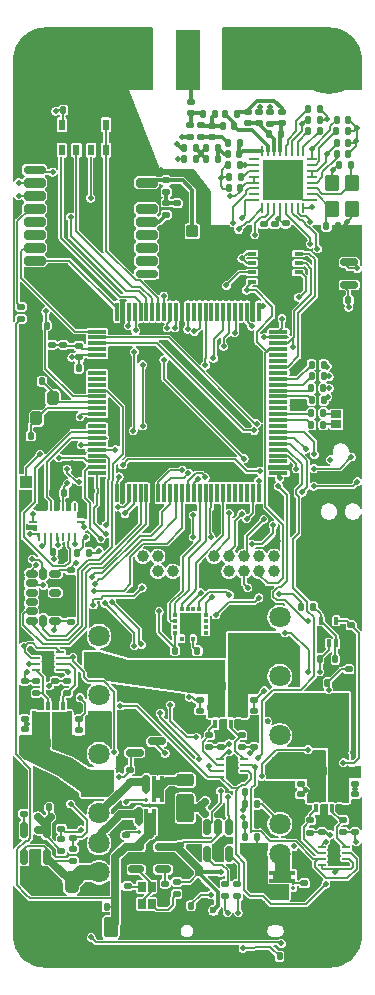
<source format=gbr>
%TF.GenerationSoftware,KiCad,Pcbnew,9.0.1*%
%TF.CreationDate,2025-10-12T21:16:11-04:00*%
%TF.ProjectId,OshTelemega,4f736854-656c-4656-9d65-67612e6b6963,rev?*%
%TF.SameCoordinates,Original*%
%TF.FileFunction,Copper,L4,Bot*%
%TF.FilePolarity,Positive*%
%FSLAX46Y46*%
G04 Gerber Fmt 4.6, Leading zero omitted, Abs format (unit mm)*
G04 Created by KiCad (PCBNEW 9.0.1) date 2025-10-12 21:16:11*
%MOMM*%
%LPD*%
G01*
G04 APERTURE LIST*
G04 Aperture macros list*
%AMRoundRect*
0 Rectangle with rounded corners*
0 $1 Rounding radius*
0 $2 $3 $4 $5 $6 $7 $8 $9 X,Y pos of 4 corners*
0 Add a 4 corners polygon primitive as box body*
4,1,4,$2,$3,$4,$5,$6,$7,$8,$9,$2,$3,0*
0 Add four circle primitives for the rounded corners*
1,1,$1+$1,$2,$3*
1,1,$1+$1,$4,$5*
1,1,$1+$1,$6,$7*
1,1,$1+$1,$8,$9*
0 Add four rect primitives between the rounded corners*
20,1,$1+$1,$2,$3,$4,$5,0*
20,1,$1+$1,$4,$5,$6,$7,0*
20,1,$1+$1,$6,$7,$8,$9,0*
20,1,$1+$1,$8,$9,$2,$3,0*%
%AMFreePoly0*
4,1,15,1.100000,0.175000,0.750000,0.175000,0.750000,-0.175000,1.100000,-0.175000,1.100000,-0.475000,0.750000,-0.475000,-0.750000,-0.475000,-1.100000,-0.475000,-1.100000,-0.175000,-0.750000,-0.175000,-0.750000,0.175000,-1.100000,0.175000,-1.100000,0.475000,1.100000,0.475000,1.100000,0.175000,1.100000,0.175000,$1*%
%AMFreePoly1*
4,1,17,1.515000,0.170000,0.915000,0.170000,0.915000,-0.080000,1.515000,-0.080000,1.515000,-0.480000,0.915000,-0.480000,0.915000,-0.505000,-0.395000,-0.505000,-0.395000,-1.005000,-0.825000,-1.005000,-0.825000,-0.625000,-0.915000,-0.625000,-0.915000,0.505000,0.815000,0.505000,0.815000,0.570000,1.515000,0.570000,1.515000,0.170000,1.515000,0.170000,$1*%
%AMFreePoly2*
4,1,17,-0.395000,0.505000,0.915000,0.505000,0.915000,0.480000,1.515000,0.480000,1.515000,0.080000,0.915000,0.080000,0.915000,-0.170000,1.515000,-0.170000,1.515000,-0.570000,0.815000,-0.570000,0.815000,-0.505000,-0.915000,-0.505000,-0.915000,0.625000,-0.825000,0.625000,-0.825000,1.005000,-0.395000,1.005000,-0.395000,0.505000,-0.395000,0.505000,$1*%
G04 Aperture macros list end*
%TA.AperFunction,ComponentPad*%
%ADD10C,1.800000*%
%TD*%
%TA.AperFunction,ComponentPad*%
%ADD11C,5.600000*%
%TD*%
%TA.AperFunction,ComponentPad*%
%ADD12RoundRect,0.250000X-0.350000X-0.625000X0.350000X-0.625000X0.350000X0.625000X-0.350000X0.625000X0*%
%TD*%
%TA.AperFunction,ComponentPad*%
%ADD13O,1.200000X1.750000*%
%TD*%
%TA.AperFunction,HeatsinkPad*%
%ADD14C,1.100000*%
%TD*%
%TA.AperFunction,ComponentPad*%
%ADD15R,1.000000X1.000000*%
%TD*%
%TA.AperFunction,ComponentPad*%
%ADD16C,1.000000*%
%TD*%
%TA.AperFunction,SMDPad,CuDef*%
%ADD17RoundRect,0.135000X0.185000X-0.135000X0.185000X0.135000X-0.185000X0.135000X-0.185000X-0.135000X0*%
%TD*%
%TA.AperFunction,SMDPad,CuDef*%
%ADD18RoundRect,0.150000X0.587500X0.150000X-0.587500X0.150000X-0.587500X-0.150000X0.587500X-0.150000X0*%
%TD*%
%TA.AperFunction,SMDPad,CuDef*%
%ADD19RoundRect,0.140000X-0.170000X0.140000X-0.170000X-0.140000X0.170000X-0.140000X0.170000X0.140000X0*%
%TD*%
%TA.AperFunction,SMDPad,CuDef*%
%ADD20RoundRect,0.135000X-0.135000X-0.185000X0.135000X-0.185000X0.135000X0.185000X-0.135000X0.185000X0*%
%TD*%
%TA.AperFunction,SMDPad,CuDef*%
%ADD21RoundRect,0.135000X0.135000X0.185000X-0.135000X0.185000X-0.135000X-0.185000X0.135000X-0.185000X0*%
%TD*%
%TA.AperFunction,SMDPad,CuDef*%
%ADD22RoundRect,0.140000X-0.140000X-0.170000X0.140000X-0.170000X0.140000X0.170000X-0.140000X0.170000X0*%
%TD*%
%TA.AperFunction,SMDPad,CuDef*%
%ADD23RoundRect,0.135000X-0.185000X0.135000X-0.185000X-0.135000X0.185000X-0.135000X0.185000X0.135000X0*%
%TD*%
%TA.AperFunction,SMDPad,CuDef*%
%ADD24RoundRect,0.250000X-0.500000X0.950000X-0.500000X-0.950000X0.500000X-0.950000X0.500000X0.950000X0*%
%TD*%
%TA.AperFunction,SMDPad,CuDef*%
%ADD25RoundRect,0.250000X-0.500000X0.275000X-0.500000X-0.275000X0.500000X-0.275000X0.500000X0.275000X0*%
%TD*%
%TA.AperFunction,SMDPad,CuDef*%
%ADD26RoundRect,0.147500X-0.172500X0.147500X-0.172500X-0.147500X0.172500X-0.147500X0.172500X0.147500X0*%
%TD*%
%TA.AperFunction,SMDPad,CuDef*%
%ADD27RoundRect,0.112500X-0.112500X-0.237500X0.112500X-0.237500X0.112500X0.237500X-0.112500X0.237500X0*%
%TD*%
%TA.AperFunction,SMDPad,CuDef*%
%ADD28RoundRect,0.140000X0.140000X0.170000X-0.140000X0.170000X-0.140000X-0.170000X0.140000X-0.170000X0*%
%TD*%
%TA.AperFunction,SMDPad,CuDef*%
%ADD29R,2.000000X5.140000*%
%TD*%
%TA.AperFunction,SMDPad,CuDef*%
%ADD30R,2.100000X5.140000*%
%TD*%
%TA.AperFunction,SMDPad,CuDef*%
%ADD31RoundRect,0.140000X0.170000X-0.140000X0.170000X0.140000X-0.170000X0.140000X-0.170000X-0.140000X0*%
%TD*%
%TA.AperFunction,SMDPad,CuDef*%
%ADD32RoundRect,0.147500X0.147500X0.172500X-0.147500X0.172500X-0.147500X-0.172500X0.147500X-0.172500X0*%
%TD*%
%TA.AperFunction,SMDPad,CuDef*%
%ADD33R,0.550000X0.950000*%
%TD*%
%TA.AperFunction,SMDPad,CuDef*%
%ADD34RoundRect,0.100000X0.100000X-0.225000X0.100000X0.225000X-0.100000X0.225000X-0.100000X-0.225000X0*%
%TD*%
%TA.AperFunction,SMDPad,CuDef*%
%ADD35RoundRect,0.062500X0.062500X-0.375000X0.062500X0.375000X-0.062500X0.375000X-0.062500X-0.375000X0*%
%TD*%
%TA.AperFunction,SMDPad,CuDef*%
%ADD36RoundRect,0.062500X0.375000X-0.062500X0.375000X0.062500X-0.375000X0.062500X-0.375000X-0.062500X0*%
%TD*%
%TA.AperFunction,HeatsinkPad*%
%ADD37R,3.450000X3.450000*%
%TD*%
%TA.AperFunction,SMDPad,CuDef*%
%ADD38RoundRect,0.150000X-0.512500X-0.150000X0.512500X-0.150000X0.512500X0.150000X-0.512500X0.150000X0*%
%TD*%
%TA.AperFunction,SMDPad,CuDef*%
%ADD39RoundRect,0.147500X0.172500X-0.147500X0.172500X0.147500X-0.172500X0.147500X-0.172500X-0.147500X0*%
%TD*%
%TA.AperFunction,SMDPad,CuDef*%
%ADD40FreePoly0,90.000000*%
%TD*%
%TA.AperFunction,SMDPad,CuDef*%
%ADD41RoundRect,0.075000X0.075000X-0.100000X0.075000X0.100000X-0.075000X0.100000X-0.075000X-0.100000X0*%
%TD*%
%TA.AperFunction,SMDPad,CuDef*%
%ADD42RoundRect,0.058750X0.058750X-0.376250X0.058750X0.376250X-0.058750X0.376250X-0.058750X-0.376250X0*%
%TD*%
%TA.AperFunction,SMDPad,CuDef*%
%ADD43RoundRect,0.250000X0.250000X-0.325000X0.250000X0.325000X-0.250000X0.325000X-0.250000X-0.325000X0*%
%TD*%
%TA.AperFunction,SMDPad,CuDef*%
%ADD44RoundRect,0.062500X-0.300000X-0.062500X0.300000X-0.062500X0.300000X0.062500X-0.300000X0.062500X0*%
%TD*%
%TA.AperFunction,HeatsinkPad*%
%ADD45R,0.900000X1.600000*%
%TD*%
%TA.AperFunction,SMDPad,CuDef*%
%ADD46RoundRect,0.150000X0.150000X-0.512500X0.150000X0.512500X-0.150000X0.512500X-0.150000X-0.512500X0*%
%TD*%
%TA.AperFunction,SMDPad,CuDef*%
%ADD47RoundRect,0.250000X-0.350000X0.450000X-0.350000X-0.450000X0.350000X-0.450000X0.350000X0.450000X0*%
%TD*%
%TA.AperFunction,SMDPad,CuDef*%
%ADD48R,0.350000X0.760000*%
%TD*%
%TA.AperFunction,SMDPad,CuDef*%
%ADD49FreePoly1,90.000000*%
%TD*%
%TA.AperFunction,SMDPad,CuDef*%
%ADD50FreePoly2,90.000000*%
%TD*%
%TA.AperFunction,SMDPad,CuDef*%
%ADD51RoundRect,0.075000X-0.725000X-0.075000X0.725000X-0.075000X0.725000X0.075000X-0.725000X0.075000X0*%
%TD*%
%TA.AperFunction,SMDPad,CuDef*%
%ADD52RoundRect,0.075000X-0.075000X-0.725000X0.075000X-0.725000X0.075000X0.725000X-0.075000X0.725000X0*%
%TD*%
%TA.AperFunction,SMDPad,CuDef*%
%ADD53RoundRect,0.062500X0.062500X0.275000X-0.062500X0.275000X-0.062500X-0.275000X0.062500X-0.275000X0*%
%TD*%
%TA.AperFunction,SMDPad,CuDef*%
%ADD54RoundRect,0.062500X0.275000X0.062500X-0.275000X0.062500X-0.275000X-0.062500X0.275000X-0.062500X0*%
%TD*%
%TA.AperFunction,SMDPad,CuDef*%
%ADD55RoundRect,0.250000X-0.325000X-0.650000X0.325000X-0.650000X0.325000X0.650000X-0.325000X0.650000X0*%
%TD*%
%TA.AperFunction,SMDPad,CuDef*%
%ADD56FreePoly0,180.000000*%
%TD*%
%TA.AperFunction,SMDPad,CuDef*%
%ADD57RoundRect,0.075000X0.100000X0.075000X-0.100000X0.075000X-0.100000X-0.075000X0.100000X-0.075000X0*%
%TD*%
%TA.AperFunction,SMDPad,CuDef*%
%ADD58RoundRect,0.058750X0.376250X0.058750X-0.376250X0.058750X-0.376250X-0.058750X0.376250X-0.058750X0*%
%TD*%
%TA.AperFunction,SMDPad,CuDef*%
%ADD59RoundRect,0.062500X0.300000X0.062500X-0.300000X0.062500X-0.300000X-0.062500X0.300000X-0.062500X0*%
%TD*%
%TA.AperFunction,SMDPad,CuDef*%
%ADD60RoundRect,0.175000X-0.725000X-0.175000X0.725000X-0.175000X0.725000X0.175000X-0.725000X0.175000X0*%
%TD*%
%TA.AperFunction,SMDPad,CuDef*%
%ADD61RoundRect,0.200000X-0.700000X-0.200000X0.700000X-0.200000X0.700000X0.200000X-0.700000X0.200000X0*%
%TD*%
%TA.AperFunction,SMDPad,CuDef*%
%ADD62R,0.300000X0.450000*%
%TD*%
%TA.AperFunction,SMDPad,CuDef*%
%ADD63R,0.450000X0.300000*%
%TD*%
%TA.AperFunction,SMDPad,CuDef*%
%ADD64RoundRect,0.150000X0.325000X0.150000X-0.325000X0.150000X-0.325000X-0.150000X0.325000X-0.150000X0*%
%TD*%
%TA.AperFunction,SMDPad,CuDef*%
%ADD65RoundRect,0.150000X0.150000X0.325000X-0.150000X0.325000X-0.150000X-0.325000X0.150000X-0.325000X0*%
%TD*%
%TA.AperFunction,SMDPad,CuDef*%
%ADD66R,0.850000X0.650000*%
%TD*%
%TA.AperFunction,SMDPad,CuDef*%
%ADD67R,0.650000X0.850000*%
%TD*%
%TA.AperFunction,SMDPad,CuDef*%
%ADD68R,0.762000X0.304800*%
%TD*%
%TA.AperFunction,SMDPad,CuDef*%
%ADD69R,2.387600X3.098800*%
%TD*%
%TA.AperFunction,SMDPad,CuDef*%
%ADD70FreePoly1,270.000000*%
%TD*%
%TA.AperFunction,SMDPad,CuDef*%
%ADD71FreePoly2,270.000000*%
%TD*%
%TA.AperFunction,SMDPad,CuDef*%
%ADD72RoundRect,0.100000X0.400000X0.400000X-0.400000X0.400000X-0.400000X-0.400000X0.400000X-0.400000X0*%
%TD*%
%TA.AperFunction,SMDPad,CuDef*%
%ADD73RoundRect,0.105000X0.420000X0.995000X-0.420000X0.995000X-0.420000X-0.995000X0.420000X-0.995000X0*%
%TD*%
%TA.AperFunction,ViaPad*%
%ADD74C,0.460000*%
%TD*%
%TA.AperFunction,ViaPad*%
%ADD75C,0.600000*%
%TD*%
%TA.AperFunction,Conductor*%
%ADD76C,0.160000*%
%TD*%
%TA.AperFunction,Conductor*%
%ADD77C,0.349300*%
%TD*%
%TA.AperFunction,Conductor*%
%ADD78C,0.368600*%
%TD*%
%TA.AperFunction,Conductor*%
%ADD79C,0.640000*%
%TD*%
%TA.AperFunction,Conductor*%
%ADD80C,0.320000*%
%TD*%
%TA.AperFunction,Conductor*%
%ADD81C,1.280000*%
%TD*%
%TA.AperFunction,Conductor*%
%ADD82C,0.387100*%
%TD*%
%TA.AperFunction,Conductor*%
%ADD83C,0.330000*%
%TD*%
G04 APERTURE END LIST*
D10*
%TO.P,J6,1,Pin_1*%
%TO.N,Net-(J6-Pin_1)*%
X42800000Y-90099998D03*
%TO.P,J6,2,Pin_2*%
%TO.N,V_LIPO*%
X42800000Y-87599998D03*
%TO.P,J6,3,Pin_3*%
%TO.N,GND*%
X42800000Y-85099998D03*
%TO.P,J6,4,Pin_4*%
%TO.N,/FET_A*%
X42800000Y-82599997D03*
%TO.P,J6,5,Pin_5*%
%TO.N,V_PYRO*%
X42800000Y-80099997D03*
%TO.P,J6,6,Pin_6*%
%TO.N,/FET_B*%
X42800000Y-77599997D03*
%TO.P,J6,7,Pin_7*%
%TO.N,V_PYRO*%
X42800000Y-75100000D03*
%TO.P,J6,8,Pin_8*%
%TO.N,/FET_C*%
X42800000Y-72600000D03*
%TO.P,J6,9,Pin_9*%
%TO.N,V_PYRO*%
X42800000Y-70100000D03*
%TD*%
D11*
%TO.P,H2,1,1*%
%TO.N,GND*%
X23000000Y-97000000D03*
%TD*%
D12*
%TO.P,J8,1,Pin_1*%
%TO.N,V_CHARGE*%
X28500000Y-96350000D03*
D13*
%TO.P,J8,2,Pin_2*%
%TO.N,GND*%
X30500000Y-96350000D03*
%TD*%
D14*
%TO.P,J4,S1,SHIELD*%
%TO.N,GND*%
X36300000Y-94500000D03*
X36300000Y-98800000D03*
X41100000Y-94500000D03*
X41100000Y-98800000D03*
%TD*%
D11*
%TO.P,H3,1,1*%
%TO.N,GND*%
X47000000Y-97000000D03*
%TD*%
%TO.P,H4,1,1*%
%TO.N,GND*%
X47000000Y-23000000D03*
%TD*%
%TO.P,H5,1,1*%
%TO.N,GND*%
X47000000Y-65200000D03*
%TD*%
D15*
%TO.P,J9,1,Pin_1*%
%TO.N,GND*%
X37240000Y-66200000D03*
D16*
%TO.P,J9,2,Pin_2*%
%TO.N,/SCK2*%
X37240000Y-64929999D03*
%TO.P,J9,3,Pin_3*%
%TO.N,+3V3*%
X38510001Y-66200000D03*
%TO.P,J9,4,Pin_4*%
%TO.N,/MISO2*%
X38510000Y-64930000D03*
%TO.P,J9,5,Pin_5*%
%TO.N,/TX1*%
X39780000Y-66200000D03*
%TO.P,J9,6,Pin_6*%
%TO.N,/RX1*%
X39780000Y-64930000D03*
%TO.P,J9,7,Pin_7*%
%TO.N,/MOSI2*%
X41050000Y-66200000D03*
%TO.P,J9,8,Pin_8*%
%TO.N,/CS_COMP1*%
X41050000Y-64930000D03*
%TO.P,J9,9,Pin_9*%
%TO.N,V_LIPO*%
X42319999Y-66200000D03*
%TO.P,J9,10,Pin_10*%
%TO.N,/CS_COMP0*%
X42320000Y-64930000D03*
%TD*%
D15*
%TO.P,J10,1,Pin_1*%
%TO.N,GND*%
X31210000Y-66200000D03*
D16*
%TO.P,J10,2,Pin_2*%
%TO.N,Net-(J10-Pin_2)*%
X31210000Y-64929999D03*
%TO.P,J10,3,Pin_3*%
%TO.N,Net-(J10-Pin_3)*%
X32480001Y-66200000D03*
%TO.P,J10,4,Pin_4*%
%TO.N,Net-(J10-Pin_4)*%
X32480000Y-64930000D03*
%TO.P,J10,5,Pin_5*%
%TO.N,Net-(J10-Pin_5)*%
X33750000Y-66200000D03*
%TO.P,J10,6,Pin_6*%
%TO.N,GND*%
X33750000Y-64930000D03*
%TD*%
D15*
%TO.P,J2,1,Pin_1*%
%TO.N,/BUZZ*%
X21350000Y-58630000D03*
D16*
%TO.P,J2,2,Pin_2*%
%TO.N,GND*%
X21350000Y-59900000D03*
%TD*%
D10*
%TO.P,J7,1,Pin_1*%
%TO.N,V_PYRO*%
X27499999Y-71700000D03*
%TO.P,J7,2,Pin_2*%
%TO.N,/FET_D*%
X27499999Y-74200000D03*
%TO.P,J7,3,Pin_3*%
%TO.N,V_PYRO*%
X27499999Y-76700000D03*
%TO.P,J7,4,Pin_4*%
%TO.N,/FET_E*%
X27499999Y-79200001D03*
%TO.P,J7,5,Pin_5*%
%TO.N,V_PYRO*%
X27499999Y-81700001D03*
%TO.P,J7,6,Pin_6*%
%TO.N,/FET_F*%
X27499999Y-84200001D03*
%TO.P,J7,7,Pin_7*%
%TO.N,/MGSW_IN*%
X27499999Y-86699998D03*
%TO.P,J7,8,Pin_8*%
%TO.N,V_PROT*%
X27499999Y-89199998D03*
%TO.P,J7,9,Pin_9*%
%TO.N,V_LIPO*%
X27499999Y-91699998D03*
%TD*%
D11*
%TO.P,H1,1,1*%
%TO.N,GND*%
X23000000Y-23000000D03*
%TD*%
D17*
%TO.P,R9,1*%
%TO.N,Net-(J4-D--PadA7)*%
X39200000Y-93709999D03*
%TO.P,R9,2*%
%TO.N,Net-(R9-Pad2)*%
X39200000Y-92690001D03*
%TD*%
D18*
%TO.P,Q2,1,G*%
%TO.N,Net-(Q2-G)*%
X32400000Y-80600000D03*
%TO.P,Q2,2,S*%
%TO.N,GND*%
X32400000Y-82500000D03*
%TO.P,Q2,3,D*%
%TO.N,Net-(Q2-D)*%
X30524999Y-81550000D03*
%TD*%
D17*
%TO.P,R15,1*%
%TO.N,GND*%
X44600000Y-86120000D03*
%TO.P,R15,2*%
%TO.N,/SENSE_A*%
X44600000Y-85100000D03*
%TD*%
%TO.P,R31,1*%
%TO.N,/FET_E*%
X25800000Y-80619998D03*
%TO.P,R31,2*%
%TO.N,/SENSE_E*%
X25800000Y-79600000D03*
%TD*%
D19*
%TO.P,C39,1*%
%TO.N,Net-(C39-Pad1)*%
X40117623Y-27310357D03*
%TO.P,C39,2*%
%TO.N,/LNA_P*%
X40117623Y-28270357D03*
%TD*%
D20*
%TO.P,R51,1*%
%TO.N,Net-(D5-A2)*%
X44630002Y-69200000D03*
%TO.P,R51,2*%
%TO.N,Net-(U21-D)*%
X45650000Y-69200000D03*
%TD*%
D17*
%TO.P,R22,1*%
%TO.N,/FIRE_D*%
X36850000Y-81099999D03*
%TO.P,R22,2*%
%TO.N,/GATE_D*%
X36850000Y-80080001D03*
%TD*%
D21*
%TO.P,R47,1*%
%TO.N,GND*%
X40910000Y-84900000D03*
%TO.P,R47,2*%
%TO.N,/V_BATT*%
X39890000Y-84900000D03*
%TD*%
D22*
%TO.P,C40,1*%
%TO.N,Net-(C40-Pad1)*%
X38446616Y-29971287D03*
%TO.P,C40,2*%
%TO.N,/PA*%
X39406616Y-29971287D03*
%TD*%
D17*
%TO.P,R54,1*%
%TO.N,Net-(U5-VCC_RF)*%
X33200000Y-36000000D03*
%TO.P,R54,2*%
%TO.N,Net-(C43-Pad1)*%
X33200000Y-34980002D03*
%TD*%
D23*
%TO.P,R52,1*%
%TO.N,GND*%
X48650000Y-73490001D03*
%TO.P,R52,2*%
%TO.N,Net-(Q2-G)*%
X48650000Y-74509999D03*
%TD*%
D20*
%TO.P,R7,1*%
%TO.N,/PWM_C*%
X45500000Y-51700000D03*
%TO.P,R7,2*%
%TO.N,Net-(J10-Pin_3)*%
X46519998Y-51700000D03*
%TD*%
D24*
%TO.P,D1,1,K*%
%TO.N,V_LIPO*%
X34800000Y-86275000D03*
D25*
%TO.P,D1,2,A*%
%TO.N,/MGSW_OUT*%
X34800000Y-83900000D03*
%TD*%
D22*
%TO.P,C24,1*%
%TO.N,GND*%
X22344999Y-86200000D03*
%TO.P,C24,2*%
%TO.N,+3V3*%
X23304999Y-86200000D03*
%TD*%
D23*
%TO.P,R55,1*%
%TO.N,GND*%
X44900000Y-91600000D03*
%TO.P,R55,2*%
%TO.N,Net-(Q4-G)*%
X44900000Y-92619998D03*
%TD*%
D26*
%TO.P,FB2,1*%
%TO.N,Net-(J5-In)*%
X33200000Y-33115000D03*
%TO.P,FB2,2*%
%TO.N,Net-(C43-Pad1)*%
X33200000Y-34085000D03*
%TD*%
D27*
%TO.P,D2,1*%
%TO.N,/HALL_OUT*%
X46200000Y-73650000D03*
%TO.P,D2,2*%
%TO.N,Net-(U21-D)*%
X47500000Y-73650000D03*
%TO.P,D2,3*%
%TO.N,Net-(Q2-G)*%
X46850000Y-75650000D03*
%TD*%
D22*
%TO.P,C16,1*%
%TO.N,GND*%
X23590000Y-59550000D03*
%TO.P,C16,2*%
%TO.N,+3V3*%
X24550000Y-59550000D03*
%TD*%
%TO.P,C26,1*%
%TO.N,GND*%
X47846477Y-31788664D03*
%TO.P,C26,2*%
%TO.N,Net-(U8-XOSC_Q1)*%
X48806477Y-31788664D03*
%TD*%
D23*
%TO.P,R36,1*%
%TO.N,GND*%
X21200000Y-77690001D03*
%TO.P,R36,2*%
%TO.N,/SENSE_F*%
X21200000Y-78709999D03*
%TD*%
%TO.P,R43,1*%
%TO.N,GND*%
X24324999Y-86990000D03*
%TO.P,R43,2*%
%TO.N,/CMP_RAIL*%
X24324999Y-88010000D03*
%TD*%
D28*
%TO.P,C18,1*%
%TO.N,GND*%
X36800000Y-72925000D03*
%TO.P,C18,2*%
%TO.N,Net-(U10-CAP)*%
X35840000Y-72925000D03*
%TD*%
D17*
%TO.P,R29,1*%
%TO.N,GND*%
X23800000Y-76509999D03*
%TO.P,R29,2*%
%TO.N,/FIRE_E*%
X23800000Y-75490001D03*
%TD*%
D29*
%TO.P,J3,1,In*%
%TO.N,Net-(J3-In)*%
X35000000Y-22930000D03*
D30*
%TO.P,J3,2,Ext*%
%TO.N,GND*%
X31050000Y-22930000D03*
X38950000Y-22930000D03*
%TD*%
D31*
%TO.P,C37,1*%
%TO.N,/LNA_N*%
X42000000Y-28300000D03*
%TO.P,C37,2*%
%TO.N,GND*%
X42000000Y-27340000D03*
%TD*%
D23*
%TO.P,R32,1*%
%TO.N,GND*%
X25800000Y-77690002D03*
%TO.P,R32,2*%
%TO.N,/SENSE_E*%
X25800000Y-78710000D03*
%TD*%
D20*
%TO.P,R44,1*%
%TO.N,/V_PBATT*%
X39890000Y-88700000D03*
%TO.P,R44,2*%
%TO.N,V_PYRO*%
X40910000Y-88700000D03*
%TD*%
%TO.P,R8,1*%
%TO.N,/PWM_D*%
X45490001Y-50700000D03*
%TO.P,R8,2*%
%TO.N,Net-(J10-Pin_5)*%
X46509999Y-50700000D03*
%TD*%
D19*
%TO.P,C20,1*%
%TO.N,GND*%
X34400000Y-88440000D03*
%TO.P,C20,2*%
%TO.N,VBUS*%
X34400000Y-89400000D03*
%TD*%
D22*
%TO.P,C10,1*%
%TO.N,GND*%
X47670000Y-43250000D03*
%TO.P,C10,2*%
%TO.N,+3V3*%
X48630000Y-43250000D03*
%TD*%
D31*
%TO.P,C8,1*%
%TO.N,GND*%
X25100000Y-67080000D03*
%TO.P,C8,2*%
%TO.N,+3V3*%
X25100000Y-66120000D03*
%TD*%
D32*
%TO.P,L1,1*%
%TO.N,/LNA_N*%
X42900000Y-29200000D03*
%TO.P,L1,2*%
%TO.N,/LNA_P*%
X41930000Y-29200000D03*
%TD*%
D28*
%TO.P,C34,1*%
%TO.N,GND*%
X48576887Y-30866862D03*
%TO.P,C34,2*%
%TO.N,Net-(U8-DCPL_XOSC)*%
X47616887Y-30866862D03*
%TD*%
D33*
%TO.P,U4,1,VDD*%
%TO.N,+3V3*%
X24350000Y-28400000D03*
%TO.P,U4,2,PS*%
%TO.N,GND*%
X25600000Y-28400000D03*
%TO.P,U4,3,GND*%
X26850000Y-28400000D03*
%TO.P,U4,4,CSB*%
%TO.N,/CS_BARO*%
X28100000Y-28400000D03*
%TO.P,U4,5,CSB*%
X28100000Y-30550000D03*
%TO.P,U4,6,SDO*%
%TO.N,/BA_MISO1*%
X26850000Y-30550000D03*
%TO.P,U4,7,SDI/SDA*%
%TO.N,/BA_MOSI1*%
X25600000Y-30550000D03*
%TO.P,U4,8,SCLK*%
%TO.N,/BA_SCK1*%
X24350000Y-30550000D03*
%TD*%
D20*
%TO.P,R48,1*%
%TO.N,+3V3*%
X36550000Y-30360000D03*
%TO.P,R48,2*%
%TO.N,Net-(C31-Pad2)*%
X37570000Y-30360000D03*
%TD*%
D23*
%TO.P,R49,1*%
%TO.N,GND*%
X29775000Y-87507503D03*
%TO.P,R49,2*%
%TO.N,Net-(Q1-G)*%
X29775000Y-88527501D03*
%TD*%
D22*
%TO.P,C35,1*%
%TO.N,GND*%
X34726989Y-31288960D03*
%TO.P,C35,2*%
%TO.N,+3V3*%
X35686989Y-31288960D03*
%TD*%
D34*
%TO.P,U21,1,D*%
%TO.N,Net-(U21-D)*%
X47600000Y-72300000D03*
%TO.P,U21,2,C*%
%TO.N,/HALL_OUT*%
X46950000Y-72299999D03*
%TO.P,U21,3,GND*%
%TO.N,GND*%
X46300000Y-72300000D03*
%TO.P,U21,4,~{Q}*%
%TO.N,Net-(U21-D)*%
X46300000Y-70400000D03*
%TO.P,U21,5,VCC*%
%TO.N,/MGSW_IN*%
X47600000Y-70400000D03*
%TD*%
D19*
%TO.P,C22,1*%
%TO.N,GND*%
X21114999Y-85773750D03*
%TO.P,C22,2*%
%TO.N,Net-(U18-BP)*%
X21114999Y-86733750D03*
%TD*%
D35*
%TO.P,U8,1,VDD_GUARD*%
%TO.N,+3V3*%
X44812500Y-35475000D03*
%TO.P,U8,2,~{RESET}*%
%TO.N,/NRST*%
X44312500Y-35475000D03*
%TO.P,U8,3,GPIO3*%
%TO.N,/RADIO_MARC_ISR*%
X43812500Y-35475000D03*
%TO.P,U8,4,GPIO2*%
%TO.N,/RADIO_INT*%
X43312500Y-35475000D03*
%TO.P,U8,5,DVDD*%
%TO.N,+3V3*%
X42812500Y-35475000D03*
%TO.P,U8,6,DCPL*%
%TO.N,Net-(U8-DCPL)*%
X42312500Y-35475000D03*
%TO.P,U8,7,SI*%
%TO.N,/MOSI2*%
X41812500Y-35475000D03*
%TO.P,U8,8,SCLK*%
%TO.N,/SCK2*%
X41312500Y-35475000D03*
D36*
%TO.P,U8,9,SO(GPIO1)*%
%TO.N,/MISO2*%
X40625000Y-34787500D03*
%TO.P,U8,10,GPIO0*%
%TO.N,unconnected-(U8-GPIO0-Pad10)*%
X40625000Y-34287500D03*
%TO.P,U8,11,~{CS}*%
%TO.N,/CS_RADIO*%
X40625000Y-33787500D03*
%TO.P,U8,12,DVDD*%
%TO.N,+3V3*%
X40625000Y-33287500D03*
%TO.P,U8,13,AVDD_IF*%
X40625000Y-32787500D03*
%TO.P,U8,14,RBIAS*%
%TO.N,Net-(U8-RBIAS)*%
X40625000Y-32287500D03*
%TO.P,U8,15,AVDD_RF*%
%TO.N,+3V3*%
X40625000Y-31787500D03*
%TO.P,U8,16*%
%TO.N,N/C*%
X40625000Y-31287500D03*
D35*
%TO.P,U8,17,PA*%
%TO.N,/PA*%
X41312500Y-30600000D03*
%TO.P,U8,18,TRX_SW*%
%TO.N,/TRX_SW*%
X41812500Y-30600000D03*
%TO.P,U8,19,LNA_P*%
%TO.N,/LNA_P*%
X42312500Y-30600000D03*
%TO.P,U8,20,LNA_N*%
%TO.N,/LNA_N*%
X42812500Y-30600000D03*
%TO.P,U8,21,DCPL_VCO*%
%TO.N,Net-(U8-DCPL_VCO)*%
X43312500Y-30600000D03*
%TO.P,U8,22,AVDD_SYNTH1*%
%TO.N,+3V3*%
X43812500Y-30600000D03*
%TO.P,U8,23,LPF0*%
%TO.N,Net-(U8-LPF0)*%
X44312500Y-30600000D03*
%TO.P,U8,24,LPF1*%
%TO.N,Net-(U8-LPF1)*%
X44812500Y-30600000D03*
D36*
%TO.P,U8,25,AVDD_PFD_CHP*%
%TO.N,+3V3*%
X45500000Y-31287500D03*
%TO.P,U8,26,DCPL_PFD_CHP*%
%TO.N,Net-(U8-DCPL_PFD_CHP)*%
X45500000Y-31787500D03*
%TO.P,U8,27,AVDD_SYNTH2*%
%TO.N,+3V3*%
X45500000Y-32287500D03*
%TO.P,U8,28,AVDD_XOSC*%
X45500000Y-32787500D03*
%TO.P,U8,29,DCPL_XOSC*%
%TO.N,Net-(U8-DCPL_XOSC)*%
X45500000Y-33287500D03*
%TO.P,U8,30,XOSC_Q1*%
%TO.N,Net-(U8-XOSC_Q1)*%
X45500000Y-33787500D03*
%TO.P,U8,31,XOSC_Q2*%
%TO.N,Net-(U8-XOSC_Q2)*%
X45500000Y-34287500D03*
%TO.P,U8,32,EXT_XOSC*%
%TO.N,GND*%
X45500000Y-34787500D03*
D37*
%TO.P,U8,33,GND_EP*%
X43062500Y-33037500D03*
%TD*%
D38*
%TO.P,U17,1,STAT*%
%TO.N,Net-(D4-A1)*%
X30654999Y-91429999D03*
%TO.P,U17,2,V_{SS}*%
%TO.N,GND*%
X30654999Y-90480000D03*
%TO.P,U17,3,V_{BAT}*%
%TO.N,V_CHARGE*%
X30654999Y-89530001D03*
%TO.P,U17,4,V_{DD}*%
%TO.N,VBUS*%
X32929999Y-89530001D03*
%TO.P,U17,5,PROG*%
%TO.N,Net-(U17-PROG)*%
X32929999Y-91429999D03*
%TD*%
D23*
%TO.P,R23,1*%
%TO.N,/FET_D*%
X36050000Y-76080002D03*
%TO.P,R23,2*%
%TO.N,/SENSE_D*%
X36050000Y-77100000D03*
%TD*%
D17*
%TO.P,R24,1*%
%TO.N,GND*%
X36050000Y-79009998D03*
%TO.P,R24,2*%
%TO.N,/SENSE_D*%
X36050000Y-77990000D03*
%TD*%
D23*
%TO.P,R11,1*%
%TO.N,Net-(U5-V_BCKP)*%
X20900000Y-43790000D03*
%TO.P,R11,2*%
%TO.N,V_CHARGE*%
X20900000Y-44810000D03*
%TD*%
D39*
%TO.P,FB1,1*%
%TO.N,+3V3*%
X25800000Y-48085000D03*
%TO.P,FB1,2*%
%TO.N,Net-(U1-VDDA)*%
X25800000Y-47115000D03*
%TD*%
D40*
%TO.P,Q3,1,D*%
%TO.N,/MGSW_OUT*%
X32475000Y-84675000D03*
D41*
%TO.P,Q3,3,G*%
%TO.N,Net-(Q2-D)*%
X31500000Y-85600000D03*
D42*
%TO.P,Q3,4,S*%
%TO.N,/MGSW_IN*%
X31500000Y-84635000D03*
D41*
X31500000Y-83750000D03*
%TD*%
D28*
%TO.P,C33,1*%
%TO.N,GND*%
X46199525Y-27040563D03*
%TO.P,C33,2*%
%TO.N,Net-(U8-DCPL_VCO)*%
X45239525Y-27040563D03*
%TD*%
D23*
%TO.P,R40,1*%
%TO.N,/CMP_LDO_IN*%
X25324999Y-89690000D03*
%TO.P,R40,2*%
%TO.N,V_LIPO*%
X25324999Y-90710000D03*
%TD*%
D32*
%TO.P,L5,1*%
%TO.N,Net-(C39-Pad1)*%
X39170000Y-27500000D03*
%TO.P,L5,2*%
%TO.N,/TRX_SW*%
X38200000Y-27500000D03*
%TD*%
D23*
%TO.P,R42,1*%
%TO.N,/CMP_RAIL*%
X24324999Y-88890000D03*
%TO.P,R42,2*%
%TO.N,+3V3*%
X24324999Y-89910000D03*
%TD*%
D22*
%TO.P,C5,1*%
%TO.N,GND*%
X21720000Y-50125000D03*
%TO.P,C5,2*%
%TO.N,/PH1*%
X22680000Y-50125000D03*
%TD*%
D20*
%TO.P,R6,1*%
%TO.N,/PWM_B*%
X45500000Y-49699999D03*
%TO.P,R6,2*%
%TO.N,Net-(J10-Pin_4)*%
X46519998Y-49699999D03*
%TD*%
D17*
%TO.P,R38,1*%
%TO.N,GND*%
X29925000Y-93874998D03*
%TO.P,R38,2*%
%TO.N,Net-(D4-K1)*%
X29925000Y-92855000D03*
%TD*%
D43*
%TO.P,X2,1,1*%
%TO.N,/PH0*%
X22200000Y-53250000D03*
%TO.P,X2,2,2*%
%TO.N,GND*%
X22200000Y-51500000D03*
%TO.P,X2,3,3*%
%TO.N,/PH1*%
X23600000Y-51500000D03*
%TO.P,X2,4,4*%
%TO.N,GND*%
X23600000Y-53250000D03*
%TD*%
D44*
%TO.P,U15,1,OUT1*%
%TO.N,/GATE_F*%
X22187499Y-74550000D03*
%TO.P,U15,2,IN1-*%
%TO.N,/CMP_RAIL*%
X22187500Y-74050000D03*
%TO.P,U15,3,IN1+*%
%TO.N,/CMP_LDO_IN*%
X22187500Y-73550000D03*
%TO.P,U15,4,VCC-*%
%TO.N,GND*%
X22187499Y-73050000D03*
%TO.P,U15,5,IN2+*%
%TO.N,/CMP_LDO_IN*%
X24212501Y-73050000D03*
%TO.P,U15,6,IN2-*%
%TO.N,/CMP_RAIL*%
X24212500Y-73550000D03*
%TO.P,U15,7,OUT2*%
%TO.N,/GATE_E*%
X24212500Y-74050000D03*
%TO.P,U15,8,VCC+*%
%TO.N,+3V3*%
X24212501Y-74550000D03*
D45*
%TO.P,U15,9,EPAD*%
%TO.N,GND*%
X23200000Y-73800000D03*
%TD*%
D23*
%TO.P,R19,1*%
%TO.N,GND*%
X49200000Y-87289999D03*
%TO.P,R19,2*%
%TO.N,/FIRE_B*%
X49200000Y-88309999D03*
%TD*%
D17*
%TO.P,R10,1*%
%TO.N,Net-(J4-D+-PadA6)*%
X38200000Y-93700000D03*
%TO.P,R10,2*%
%TO.N,Net-(R10-Pad2)*%
X38200000Y-92680002D03*
%TD*%
D32*
%TO.P,L7,1*%
%TO.N,Net-(C38-Pad2)*%
X37285000Y-27500000D03*
%TO.P,L7,2*%
%TO.N,Net-(C42-Pad1)*%
X36315000Y-27500000D03*
%TD*%
D17*
%TO.P,R17,1*%
%TO.N,/FIRE_A*%
X45400000Y-88319999D03*
%TO.P,R17,2*%
%TO.N,/GATE_A*%
X45400000Y-87299999D03*
%TD*%
%TO.P,R39,1*%
%TO.N,Net-(D4-A2)*%
X34100000Y-93509999D03*
%TO.P,R39,2*%
%TO.N,VBUS*%
X34100000Y-92490001D03*
%TD*%
D28*
%TO.P,C6,1*%
%TO.N,GND*%
X22680000Y-54725000D03*
%TO.P,C6,2*%
%TO.N,/PH0*%
X21720000Y-54725000D03*
%TD*%
D17*
%TO.P,R26,1*%
%TO.N,/FIRE_C*%
X39600000Y-81100000D03*
%TO.P,R26,2*%
%TO.N,/GATE_C*%
X39600000Y-80080002D03*
%TD*%
D23*
%TO.P,R34,1*%
%TO.N,/FIRE_F*%
X22200000Y-75490001D03*
%TO.P,R34,2*%
%TO.N,/GATE_F*%
X22200000Y-76509999D03*
%TD*%
D46*
%TO.P,U18,1,VIN*%
%TO.N,V_LIPO*%
X23064999Y-90382499D03*
%TO.P,U18,2,GND*%
%TO.N,GND*%
X22114999Y-90382499D03*
%TO.P,U18,3,ON/~{OFF}*%
%TO.N,V_LIPO*%
X21164999Y-90382499D03*
%TO.P,U18,4,BP*%
%TO.N,Net-(U18-BP)*%
X21164999Y-88107499D03*
%TO.P,U18,5,VOUT*%
%TO.N,+3V3*%
X23064999Y-88107499D03*
%TD*%
D28*
%TO.P,C27,1*%
%TO.N,Net-(U8-LPF1)*%
X46199429Y-28933495D03*
%TO.P,C27,2*%
%TO.N,Net-(U8-LPF0)*%
X45239429Y-28933495D03*
%TD*%
D39*
%TO.P,L6,1*%
%TO.N,Net-(C40-Pad1)*%
X37073792Y-29435841D03*
%TO.P,L6,2*%
%TO.N,Net-(C38-Pad2)*%
X37073792Y-28465841D03*
%TD*%
D19*
%TO.P,C7,1*%
%TO.N,GND*%
X25100000Y-69520000D03*
%TO.P,C7,2*%
%TO.N,+3V3*%
X25100000Y-70480000D03*
%TD*%
D47*
%TO.P,Y1,1,1*%
%TO.N,Net-(U8-XOSC_Q1)*%
X48926477Y-33288663D03*
%TO.P,Y1,2,2*%
%TO.N,GND*%
X48926477Y-35488663D03*
%TO.P,Y1,3,3*%
%TO.N,Net-(U8-XOSC_Q2)*%
X47226477Y-35488663D03*
%TO.P,Y1,4,4*%
%TO.N,GND*%
X47226477Y-33288663D03*
%TD*%
D20*
%TO.P,R12,1*%
%TO.N,GND*%
X38490000Y-32800000D03*
%TO.P,R12,2*%
%TO.N,Net-(U8-RBIAS)*%
X39510000Y-32800000D03*
%TD*%
D19*
%TO.P,C41,1*%
%TO.N,Net-(C38-Pad2)*%
X36135334Y-28450958D03*
%TO.P,C41,2*%
%TO.N,Net-(C40-Pad1)*%
X36135334Y-29410958D03*
%TD*%
D28*
%TO.P,C9,1*%
%TO.N,GND*%
X25430000Y-27150000D03*
%TO.P,C9,2*%
%TO.N,+3V3*%
X24470000Y-27150000D03*
%TD*%
D48*
%TO.P,U22,1,S*%
%TO.N,GND*%
X39300000Y-79100000D03*
%TO.P,U22,2,G*%
%TO.N,/GATE_C*%
X38650000Y-79100000D03*
%TO.P,U22,3,S*%
%TO.N,GND*%
X38000000Y-79100000D03*
%TO.P,U22,4,G*%
%TO.N,/GATE_D*%
X37350000Y-79100000D03*
D49*
%TO.P,U22,5,D*%
%TO.N,/FET_C*%
X39020000Y-77135000D03*
D50*
%TO.P,U22,6,D*%
%TO.N,/FET_D*%
X37630000Y-77135000D03*
%TD*%
D17*
%TO.P,R37,1*%
%TO.N,GND*%
X33100000Y-93659998D03*
%TO.P,R37,2*%
%TO.N,Net-(U17-PROG)*%
X33100000Y-92640000D03*
%TD*%
D28*
%TO.P,C11,1*%
%TO.N,GND*%
X46200000Y-28000000D03*
%TO.P,C11,2*%
%TO.N,+3V3*%
X45240000Y-28000000D03*
%TD*%
D31*
%TO.P,C12,1*%
%TO.N,GND*%
X43304615Y-37710439D03*
%TO.P,C12,2*%
%TO.N,+3V3*%
X43304615Y-36750439D03*
%TD*%
D51*
%TO.P,U1,1,PE2*%
%TO.N,/FIRE_D*%
X27350000Y-57900000D03*
%TO.P,U1,2,PE3*%
%TO.N,/FIRE_C*%
X27350000Y-57400000D03*
%TO.P,U1,3,PE4*%
%TO.N,/BUZZ*%
X27350000Y-56900000D03*
%TO.P,U1,4,PE5*%
%TO.N,/FIRE_F*%
X27350000Y-56400000D03*
%TO.P,U1,5,PE6*%
%TO.N,/FIRE_E*%
X27350000Y-55900000D03*
%TO.P,U1,6,VLCD*%
%TO.N,+3V3*%
X27350000Y-55400000D03*
%TO.P,U1,7,PC13*%
%TO.N,/CS_IMU_GYRO*%
X27350000Y-54900000D03*
%TO.P,U1,8,PC14*%
%TO.N,/CS_IMU_ACCEL*%
X27350000Y-54400000D03*
%TO.P,U1,9,PC15*%
%TO.N,unconnected-(U1-PC15-Pad9)*%
X27350000Y-53900000D03*
%TO.P,U1,10,VSS*%
%TO.N,GND*%
X27350000Y-53400000D03*
%TO.P,U1,11,VDD*%
%TO.N,+3V3*%
X27350000Y-52900000D03*
%TO.P,U1,12,PH0*%
%TO.N,/PH0*%
X27350000Y-52400000D03*
%TO.P,U1,13,PH1*%
%TO.N,/PH1*%
X27350000Y-51900000D03*
%TO.P,U1,14,NRST*%
%TO.N,/NRST*%
X27350000Y-51400000D03*
%TO.P,U1,15,PC0*%
%TO.N,/CS_ACCEL*%
X27350000Y-50900000D03*
%TO.P,U1,16,PC1*%
%TO.N,unconnected-(U1-PC1-Pad16)*%
X27350000Y-50400000D03*
%TO.P,U1,17,PC2*%
%TO.N,unconnected-(U1-PC2-Pad17)*%
X27350000Y-49900000D03*
%TO.P,U1,18,PC3*%
%TO.N,unconnected-(U1-PC3-Pad18)*%
X27350000Y-49400000D03*
%TO.P,U1,19,VSSA*%
%TO.N,GND*%
X27350000Y-48900000D03*
%TO.P,U1,20,VREF-*%
X27350000Y-48400000D03*
%TO.P,U1,21,VREF+*%
%TO.N,+3V3*%
X27350000Y-47900000D03*
%TO.P,U1,22,VDDA*%
%TO.N,Net-(U1-VDDA)*%
X27350000Y-47400000D03*
%TO.P,U1,23,PA0*%
%TO.N,/SENSE_A*%
X27350000Y-46900000D03*
%TO.P,U1,24,PA1*%
%TO.N,/SENSE_B*%
X27350000Y-46400000D03*
%TO.P,U1,25,PA2*%
%TO.N,/TX2*%
X27350000Y-45900000D03*
D52*
%TO.P,U1,26,PA3*%
%TO.N,/RX2*%
X29025000Y-44225000D03*
%TO.P,U1,27,VSS*%
%TO.N,GND*%
X29525000Y-44225000D03*
%TO.P,U1,28,VDD*%
%TO.N,+3V3*%
X30025000Y-44225000D03*
%TO.P,U1,29,PA4*%
%TO.N,/SENSE_E*%
X30525000Y-44225000D03*
%TO.P,U1,30,PA5*%
%TO.N,/BA_SCK1*%
X31025000Y-44225000D03*
%TO.P,U1,31,PA6*%
%TO.N,/BA_MISO1*%
X31525000Y-44225000D03*
%TO.P,U1,32,PA7*%
%TO.N,/BA_MOSI1*%
X32025000Y-44225000D03*
%TO.P,U1,33,PC4*%
%TO.N,/CS_BARO*%
X32525000Y-44225000D03*
%TO.P,U1,34,PC5*%
%TO.N,/CS_RADIO*%
X33025000Y-44225000D03*
%TO.P,U1,35,PB0*%
%TO.N,/V_BATT*%
X33525000Y-44225000D03*
%TO.P,U1,36,PB1*%
%TO.N,/V_PBATT*%
X34025000Y-44225000D03*
%TO.P,U1,37,PB2*%
%TO.N,GND*%
X34525000Y-44225000D03*
%TO.P,U1,38,PE7*%
%TO.N,/SENSE_F*%
X35025000Y-44225000D03*
%TO.P,U1,39,PE8*%
%TO.N,unconnected-(U1-PE8-Pad39)*%
X35525000Y-44225000D03*
%TO.P,U1,40,PE9*%
%TO.N,/SENSE_C*%
X36025000Y-44225000D03*
%TO.P,U1,41,PE10*%
%TO.N,/SENSE_D*%
X36525000Y-44225000D03*
%TO.P,U1,42,PE11*%
%TO.N,unconnected-(U1-PE11-Pad42)*%
X37025000Y-44225000D03*
%TO.P,U1,43,PE12*%
%TO.N,unconnected-(U1-PE12-Pad43)*%
X37525000Y-44225000D03*
%TO.P,U1,44,PE13*%
%TO.N,/SCK1*%
X38025000Y-44225000D03*
%TO.P,U1,45,PE14*%
%TO.N,/MISO1*%
X38525000Y-44225000D03*
%TO.P,U1,46,PE15*%
%TO.N,/MOSI1*%
X39025000Y-44225000D03*
%TO.P,U1,47,PB10*%
%TO.N,unconnected-(U1-PB10-Pad47)*%
X39525000Y-44225000D03*
%TO.P,U1,48,PB11*%
%TO.N,/RADIO_INT*%
X40025000Y-44225000D03*
%TO.P,U1,49,VSS*%
%TO.N,GND*%
X40525000Y-44225000D03*
%TO.P,U1,50,VDD*%
%TO.N,+3V3*%
X41025000Y-44225000D03*
D51*
%TO.P,U1,51,PB12*%
%TO.N,/RADIO_MARC_ISR*%
X42700000Y-45900000D03*
%TO.P,U1,52,PB13*%
%TO.N,/SCK2*%
X42700000Y-46400000D03*
%TO.P,U1,53,PB14*%
%TO.N,/MISO2*%
X42700000Y-46900000D03*
%TO.P,U1,54,PB15*%
%TO.N,/MOSI2*%
X42700000Y-47400000D03*
%TO.P,U1,55,PD8*%
%TO.N,unconnected-(U1-PD8-Pad55)*%
X42700000Y-47900000D03*
%TO.P,U1,56,PD9*%
%TO.N,unconnected-(U1-PD9-Pad56)*%
X42700000Y-48400000D03*
%TO.P,U1,57,PD10*%
%TO.N,/CS_FLASH*%
X42700000Y-48900000D03*
%TO.P,U1,58,PD11*%
%TO.N,unconnected-(U1-PD11-Pad58)*%
X42700000Y-49400000D03*
%TO.P,U1,59,PD12*%
%TO.N,/PWM_A*%
X42700000Y-49900000D03*
%TO.P,U1,60,PD13*%
%TO.N,/PWM_B*%
X42700000Y-50400000D03*
%TO.P,U1,61,PD14*%
%TO.N,/PWM_D*%
X42700000Y-50900000D03*
%TO.P,U1,62,PD15*%
%TO.N,/PWM_C*%
X42700000Y-51400000D03*
%TO.P,U1,63,PC6*%
%TO.N,unconnected-(U1-PC6-Pad63)*%
X42700000Y-51900000D03*
%TO.P,U1,64,PC7*%
%TO.N,unconnected-(U1-PC7-Pad64)*%
X42700000Y-52400000D03*
%TO.P,U1,65,PC8*%
%TO.N,Net-(U1-PC8)*%
X42700000Y-52900000D03*
%TO.P,U1,66,PC9*%
%TO.N,Net-(U1-PC9)*%
X42700000Y-53400000D03*
%TO.P,U1,67,PA8*%
%TO.N,unconnected-(U1-PA8-Pad67)*%
X42700000Y-53900000D03*
%TO.P,U1,68,PA9*%
%TO.N,/TX1*%
X42700000Y-54400000D03*
%TO.P,U1,69,PA10*%
%TO.N,/RX1*%
X42700000Y-54900000D03*
%TO.P,U1,70,PA11*%
%TO.N,/USB_D-*%
X42700000Y-55400000D03*
%TO.P,U1,71,PA12*%
%TO.N,/USB_D+*%
X42700000Y-55900000D03*
%TO.P,U1,72,PA13*%
%TO.N,/SWDIO*%
X42700000Y-56400000D03*
%TO.P,U1,73,PH2*%
%TO.N,unconnected-(U1-PH2-Pad73)*%
X42700000Y-56900000D03*
%TO.P,U1,74,VSS*%
%TO.N,GND*%
X42700000Y-57400000D03*
%TO.P,U1,75,VDD*%
%TO.N,+3V3*%
X42700000Y-57900000D03*
D52*
%TO.P,U1,76,PA14*%
%TO.N,/SWCLK*%
X41025000Y-59575000D03*
%TO.P,U1,77,PA15*%
%TO.N,/CS_MAG*%
X40525000Y-59575000D03*
%TO.P,U1,78,PC10*%
%TO.N,unconnected-(U1-PC10-Pad78)*%
X40025000Y-59575000D03*
%TO.P,U1,79,PC11*%
%TO.N,unconnected-(U1-PC11-Pad79)*%
X39525000Y-59575000D03*
%TO.P,U1,80,PC12*%
%TO.N,unconnected-(U1-PC12-Pad80)*%
X39025000Y-59575000D03*
%TO.P,U1,81,PD0*%
%TO.N,unconnected-(U1-PD0-Pad81)*%
X38525000Y-59575000D03*
%TO.P,U1,82,PD1*%
%TO.N,/MAG_SCK2*%
X38025000Y-59575000D03*
%TO.P,U1,83,PD2*%
%TO.N,unconnected-(U1-PD2-Pad83)*%
X37525000Y-59575000D03*
%TO.P,U1,84,PD3*%
%TO.N,/MAG_MISO2*%
X37025000Y-59575000D03*
%TO.P,U1,85,PD4*%
%TO.N,/MAG_MOSI2*%
X36525000Y-59575000D03*
%TO.P,U1,86,PD5*%
%TO.N,/MAG_INT*%
X36025000Y-59575000D03*
%TO.P,U1,87,PD6*%
%TO.N,/FIRE_A*%
X35525000Y-59575000D03*
%TO.P,U1,88,PD7*%
%TO.N,/FIRE_B*%
X35025000Y-59575000D03*
%TO.P,U1,89,PB3*%
%TO.N,/AC_SCK1*%
X34525000Y-59575000D03*
%TO.P,U1,90,PB4*%
%TO.N,/AC_MISO1*%
X34025000Y-59575000D03*
%TO.P,U1,91,PB5*%
%TO.N,/AC_MOSI1*%
X33525000Y-59575000D03*
%TO.P,U1,92,PB6*%
%TO.N,/CS_COMP0*%
X33025000Y-59575000D03*
%TO.P,U1,93,PB7*%
%TO.N,/CS_COMP1*%
X32525000Y-59575000D03*
%TO.P,U1,94,BOOT0*%
%TO.N,GND*%
X32025000Y-59575000D03*
%TO.P,U1,95,PB8*%
%TO.N,/AC_INT2*%
X31525000Y-59575000D03*
%TO.P,U1,96,PB9*%
%TO.N,/AC_INT1*%
X31025000Y-59575000D03*
%TO.P,U1,97,PE0*%
%TO.N,/IMU_GYRO_INT*%
X30525000Y-59575000D03*
%TO.P,U1,98,PE1*%
%TO.N,/IMU_ACCEL_INT*%
X30025000Y-59575000D03*
%TO.P,U1,99,VSS*%
%TO.N,GND*%
X29525000Y-59575000D03*
%TO.P,U1,100,VDD*%
%TO.N,+3V3*%
X29025000Y-59575000D03*
%TD*%
D22*
%TO.P,C29,1*%
%TO.N,GND*%
X38450000Y-31830000D03*
%TO.P,C29,2*%
%TO.N,+3V3*%
X39410000Y-31830000D03*
%TD*%
D18*
%TO.P,U6,1,~{RST}*%
%TO.N,/NRST*%
X48700000Y-40050000D03*
%TO.P,U6,2,VDD*%
%TO.N,+3V3*%
X48700000Y-41950000D03*
%TO.P,U6,3,VSS*%
%TO.N,GND*%
X46824999Y-41000000D03*
%TD*%
D22*
%TO.P,C21,1*%
%TO.N,GND*%
X27190000Y-94600000D03*
%TO.P,C21,2*%
%TO.N,V_CHARGE*%
X28150000Y-94600000D03*
%TD*%
D20*
%TO.P,R4,1*%
%TO.N,Net-(U1-PC9)*%
X45490001Y-53800000D03*
%TO.P,R4,2*%
%TO.N,Net-(D3-A2)*%
X46509999Y-53800000D03*
%TD*%
D53*
%TO.P,U9,1,INT2*%
%TO.N,unconnected-(U9-INT2-Pad1)*%
X25437501Y-60737500D03*
%TO.P,U9,2,GNDA*%
%TO.N,GND*%
X24937501Y-60737500D03*
%TO.P,U9,3,VDD*%
%TO.N,+3V3*%
X24437501Y-60737500D03*
%TO.P,U9,4,GNDA*%
%TO.N,GND*%
X23937501Y-60737500D03*
%TO.P,U9,5,~{CSB2}*%
%TO.N,/CS_IMU_GYRO*%
X23437501Y-60737500D03*
%TO.P,U9,6,GNDIO*%
%TO.N,GND*%
X22937501Y-60737500D03*
%TO.P,U9,7,PS*%
X22437501Y-60737500D03*
D54*
%TO.P,U9,8,SCK/SCL*%
%TO.N,/SCK1*%
X21925002Y-62000000D03*
D53*
%TO.P,U9,9,SDI/SDA*%
%TO.N,/MOSI1*%
X22437501Y-63262500D03*
%TO.P,U9,10,SDO2*%
%TO.N,/MISO1*%
X22937501Y-63262500D03*
%TO.P,U9,11,VDDIO*%
%TO.N,+3V3*%
X23437501Y-63262500D03*
%TO.P,U9,12,INT3*%
%TO.N,/IMU_GYRO_INT*%
X23937501Y-63262500D03*
%TO.P,U9,13,INT4*%
%TO.N,unconnected-(U9-INT4-Pad13)*%
X24437501Y-63262500D03*
%TO.P,U9,14,~{CSB1}*%
%TO.N,/CS_IMU_ACCEL*%
X24937501Y-63262500D03*
%TO.P,U9,15,SDO1*%
%TO.N,/MISO1*%
X25437501Y-63262500D03*
D54*
%TO.P,U9,16,INT1*%
%TO.N,/IMU_ACCEL_INT*%
X25950000Y-62000000D03*
%TD*%
D26*
%TO.P,L4,1*%
%TO.N,GND*%
X41059656Y-27279423D03*
%TO.P,L4,2*%
%TO.N,/LNA_P*%
X41059656Y-28249423D03*
%TD*%
D19*
%TO.P,C2,1*%
%TO.N,Net-(U1-VDDA)*%
X24500000Y-47020000D03*
%TO.P,C2,2*%
%TO.N,GND*%
X24500000Y-47980000D03*
%TD*%
D39*
%TO.P,L8,1*%
%TO.N,Net-(C42-Pad1)*%
X35300000Y-27400000D03*
%TO.P,L8,2*%
%TO.N,Net-(J3-In)*%
X35300000Y-26430000D03*
%TD*%
D17*
%TO.P,R33,1*%
%TO.N,GND*%
X21200000Y-76509999D03*
%TO.P,R33,2*%
%TO.N,/FIRE_F*%
X21200000Y-75490001D03*
%TD*%
D55*
%TO.P,C23,1*%
%TO.N,GND*%
X22249999Y-92500000D03*
%TO.P,C23,2*%
%TO.N,V_LIPO*%
X25199999Y-92500000D03*
%TD*%
D19*
%TO.P,C1,1*%
%TO.N,Net-(U1-VDDA)*%
X23500000Y-47020000D03*
%TO.P,C1,2*%
%TO.N,GND*%
X23500000Y-47980000D03*
%TD*%
D56*
%TO.P,Q4,1,D*%
%TO.N,Net-(J6-Pin_1)*%
X43040000Y-92050000D03*
D57*
%TO.P,Q4,3,G*%
%TO.N,Net-(Q4-G)*%
X43965000Y-93025000D03*
D58*
%TO.P,Q4,4,S*%
%TO.N,V_PYRO*%
X43000000Y-93025000D03*
D57*
X42115000Y-93025000D03*
%TD*%
D28*
%TO.P,C14,1*%
%TO.N,GND*%
X48580000Y-28000000D03*
%TO.P,C14,2*%
%TO.N,+3V3*%
X47620000Y-28000000D03*
%TD*%
D32*
%TO.P,L2,1*%
%TO.N,/PA*%
X39400000Y-30897500D03*
%TO.P,L2,2*%
%TO.N,Net-(C31-Pad2)*%
X38430000Y-30897500D03*
%TD*%
D23*
%TO.P,R27,1*%
%TO.N,/FET_C*%
X40650001Y-76090001D03*
%TO.P,R27,2*%
%TO.N,/SENSE_C*%
X40650001Y-77109999D03*
%TD*%
D59*
%TO.P,U13,1,OUT1*%
%TO.N,/GATE_C*%
X39787501Y-82100000D03*
%TO.P,U13,2,IN1-*%
%TO.N,/CMP_RAIL*%
X39787500Y-82600000D03*
%TO.P,U13,3,IN1+*%
%TO.N,/CMP_LDO_IN*%
X39787500Y-83100000D03*
%TO.P,U13,4,VCC-*%
%TO.N,GND*%
X39787501Y-83600000D03*
%TO.P,U13,5,IN2+*%
%TO.N,/CMP_LDO_IN*%
X37762499Y-83600000D03*
%TO.P,U13,6,IN2-*%
%TO.N,/CMP_RAIL*%
X37762500Y-83100000D03*
%TO.P,U13,7,OUT2*%
%TO.N,/GATE_D*%
X37762500Y-82600000D03*
%TO.P,U13,8,VCC+*%
%TO.N,+3V3*%
X37762499Y-82100000D03*
D45*
%TO.P,U13,9,EPAD*%
%TO.N,GND*%
X38775000Y-82850000D03*
%TD*%
D17*
%TO.P,R16,1*%
%TO.N,GND*%
X49200000Y-86110000D03*
%TO.P,R16,2*%
%TO.N,/SENSE_B*%
X49200000Y-85090000D03*
%TD*%
D60*
%TO.P,U5,1,GND*%
%TO.N,GND*%
X22050000Y-41000000D03*
D61*
%TO.P,U5,2,TXD*%
%TO.N,/RX2*%
X22050000Y-39900000D03*
%TO.P,U5,3,RXD*%
%TO.N,/TX2*%
X22050000Y-38800000D03*
%TO.P,U5,4,TIMEPULSE*%
%TO.N,unconnected-(U5-TIMEPULSE-Pad4)*%
X22050000Y-37700000D03*
%TO.P,U5,5,EXTINT*%
%TO.N,unconnected-(U5-EXTINT-Pad5)*%
X22050000Y-36600000D03*
%TO.P,U5,6,V_BCKP*%
%TO.N,Net-(U5-V_BCKP)*%
X22050000Y-35500000D03*
%TO.P,U5,7,VCC_IO*%
%TO.N,+3V3*%
X22050000Y-34400000D03*
%TO.P,U5,8,VCC*%
X22050000Y-33300000D03*
D60*
%TO.P,U5,9,~{RESET}*%
%TO.N,/NRST*%
X22050000Y-32200000D03*
%TO.P,U5,10,GND*%
%TO.N,GND*%
X31550000Y-32200000D03*
D61*
%TO.P,U5,11,RF_IN*%
%TO.N,Net-(J5-In)*%
X31550000Y-33300000D03*
%TO.P,U5,12,GND*%
%TO.N,GND*%
X31550000Y-34400000D03*
%TO.P,U5,13,LNA_EN*%
%TO.N,unconnected-(U5-LNA_EN-Pad13)*%
X31550000Y-35500000D03*
%TO.P,U5,14,VCC_RF*%
%TO.N,Net-(U5-VCC_RF)*%
X31550000Y-36600000D03*
%TO.P,U5,15,VIO_SEL*%
%TO.N,unconnected-(U5-VIO_SEL-Pad15)*%
X31550000Y-37700000D03*
%TO.P,U5,16,SDA*%
%TO.N,unconnected-(U5-SDA-Pad16)*%
X31550000Y-38800000D03*
%TO.P,U5,17,SCL*%
%TO.N,unconnected-(U5-SCL-Pad17)*%
X31550000Y-39900000D03*
D60*
%TO.P,U5,18,~{SAFEBOOT}*%
%TO.N,unconnected-(U5-~{SAFEBOOT}-Pad18)*%
X31550000Y-41000000D03*
%TD*%
D28*
%TO.P,C4,1*%
%TO.N,GND*%
X24060000Y-45400000D03*
%TO.P,C4,2*%
%TO.N,/NRST*%
X23100000Y-45400000D03*
%TD*%
D17*
%TO.P,R28,1*%
%TO.N,GND*%
X40650000Y-79009998D03*
%TO.P,R28,2*%
%TO.N,/SENSE_C*%
X40650000Y-77990000D03*
%TD*%
D19*
%TO.P,C43,1*%
%TO.N,Net-(C43-Pad1)*%
X34128426Y-35032033D03*
%TO.P,C43,2*%
%TO.N,GND*%
X34128426Y-35992033D03*
%TD*%
D17*
%TO.P,R20,1*%
%TO.N,/FIRE_B*%
X48200000Y-88310000D03*
%TO.P,R20,2*%
%TO.N,/GATE_B*%
X48200000Y-87290000D03*
%TD*%
D19*
%TO.P,C42,1*%
%TO.N,Net-(C42-Pad1)*%
X35217736Y-28446743D03*
%TO.P,C42,2*%
%TO.N,GND*%
X35217736Y-29406743D03*
%TD*%
D40*
%TO.P,Q1,1,D*%
%TO.N,V_CHARGE*%
X31850000Y-87392503D03*
D41*
%TO.P,Q1,3,G*%
%TO.N,Net-(Q1-G)*%
X30875000Y-88317503D03*
D42*
%TO.P,Q1,4,S*%
%TO.N,V_PROT*%
X30875000Y-87352503D03*
D41*
X30875000Y-86467503D03*
%TD*%
D59*
%TO.P,U12,1,OUT1*%
%TO.N,/GATE_B*%
X48412500Y-89550000D03*
%TO.P,U12,2,IN1-*%
%TO.N,/CMP_RAIL*%
X48412500Y-90050000D03*
%TO.P,U12,3,IN1+*%
%TO.N,/CMP_LDO_IN*%
X48412500Y-90550000D03*
%TO.P,U12,4,VCC-*%
%TO.N,GND*%
X48412500Y-91050000D03*
%TO.P,U12,5,IN2+*%
%TO.N,/CMP_LDO_IN*%
X46387500Y-91050000D03*
%TO.P,U12,6,IN2-*%
%TO.N,/CMP_RAIL*%
X46387500Y-90550000D03*
%TO.P,U12,7,OUT2*%
%TO.N,/GATE_A*%
X46387500Y-90050000D03*
%TO.P,U12,8,VCC+*%
%TO.N,+3V3*%
X46387500Y-89550000D03*
D45*
%TO.P,U12,9,EPAD*%
%TO.N,GND*%
X47400000Y-90300000D03*
%TD*%
D62*
%TO.P,U10,1,SCL*%
%TO.N,/MAG_SCK2*%
X34500000Y-69375000D03*
%TO.P,U10,2,VDD*%
%TO.N,+3V3*%
X35000000Y-69375000D03*
%TO.P,U10,3,NC*%
%TO.N,unconnected-(U10-NC-Pad3)*%
X35500000Y-69375000D03*
%TO.P,U10,4,~{CS}*%
%TO.N,/CS_MAG*%
X36000000Y-69375000D03*
D63*
%TO.P,U10,5,SDO*%
%TO.N,/MAG_MISO2*%
X36525000Y-69900000D03*
%TO.P,U10,6,NC*%
%TO.N,unconnected-(U10-NC-Pad6)*%
X36525000Y-70400000D03*
%TO.P,U10,7,NC*%
%TO.N,unconnected-(U10-NC-Pad7)*%
X36525000Y-70900000D03*
%TO.P,U10,8,NC*%
%TO.N,unconnected-(U10-NC-Pad8)*%
X36525000Y-71400000D03*
D62*
%TO.P,U10,9,GND*%
%TO.N,GND*%
X36000000Y-71925000D03*
%TO.P,U10,10,CAP*%
%TO.N,Net-(U10-CAP)*%
X35500000Y-71925000D03*
%TO.P,U10,11,GND*%
%TO.N,GND*%
X35000000Y-71925000D03*
%TO.P,U10,12,NC*%
%TO.N,unconnected-(U10-NC-Pad12)*%
X34500000Y-71925000D03*
D63*
%TO.P,U10,13,VDDIO*%
%TO.N,+3V3*%
X33975000Y-71400000D03*
%TO.P,U10,14,NC*%
%TO.N,unconnected-(U10-NC-Pad14)*%
X33975000Y-70900000D03*
%TO.P,U10,15,INT*%
%TO.N,/MAG_INT*%
X33975000Y-70400000D03*
%TO.P,U10,16,SDA/I*%
%TO.N,/MAG_MOSI2*%
X33975000Y-69900000D03*
%TD*%
D64*
%TO.P,U3,1,Vdd_I/O*%
%TO.N,+3V3*%
X23800000Y-66400000D03*
%TO.P,U3,2,GND*%
%TO.N,GND*%
X23800000Y-67200000D03*
%TO.P,U3,3,RES*%
%TO.N,unconnected-(U3-RES-Pad3)*%
X23800000Y-68000000D03*
%TO.P,U3,4,GND*%
%TO.N,GND*%
X23800000Y-68800000D03*
%TO.P,U3,5,GND*%
X23800000Y-69600000D03*
%TO.P,U3,6,Vs*%
%TO.N,+3V3*%
X23800000Y-70400000D03*
D65*
%TO.P,U3,7,~{CS}*%
%TO.N,/CS_ACCEL*%
X22800000Y-70400001D03*
D64*
%TO.P,U3,8,INT1*%
%TO.N,/AC_INT1*%
X21800000Y-70400000D03*
%TO.P,U3,9,INT2*%
%TO.N,/AC_INT2*%
X21800000Y-69600000D03*
%TO.P,U3,10,NC*%
%TO.N,unconnected-(U3-NC-Pad10)*%
X21800000Y-68800000D03*
%TO.P,U3,11,RES*%
%TO.N,unconnected-(U3-RES-Pad11)*%
X21800000Y-68000000D03*
%TO.P,U3,12,SDO/ADDR*%
%TO.N,/AC_MISO1*%
X21800000Y-67200000D03*
%TO.P,U3,13,SDA/SDI/SDIO*%
%TO.N,/AC_MOSI1*%
X21800000Y-66400000D03*
D65*
%TO.P,U3,14,SCL/SCLK*%
%TO.N,/AC_SCK1*%
X22800000Y-66399999D03*
%TD*%
D28*
%TO.P,C30,1*%
%TO.N,GND*%
X48577040Y-29902436D03*
%TO.P,C30,2*%
%TO.N,+3V3*%
X47617040Y-29902436D03*
%TD*%
D21*
%TO.P,R45,1*%
%TO.N,GND*%
X40910000Y-87700000D03*
%TO.P,R45,2*%
%TO.N,/V_PBATT*%
X39890000Y-87700000D03*
%TD*%
D22*
%TO.P,C28,1*%
%TO.N,GND*%
X38487290Y-33752686D03*
%TO.P,C28,2*%
%TO.N,+3V3*%
X39447290Y-33752686D03*
%TD*%
D66*
%TO.P,D3,1,A1*%
%TO.N,Net-(D3-A1)*%
X47600000Y-52900000D03*
%TO.P,D3,2,A2*%
%TO.N,Net-(D3-A2)*%
X47600000Y-53750000D03*
%TO.P,D3,3,K1*%
%TO.N,GND*%
X49050000Y-52900000D03*
%TO.P,D3,4,K2*%
X49050000Y-53750000D03*
%TD*%
D23*
%TO.P,R53,1*%
%TO.N,Net-(Q2-D)*%
X30100000Y-82990001D03*
%TO.P,R53,2*%
%TO.N,/MGSW_IN*%
X30100000Y-84009999D03*
%TD*%
D17*
%TO.P,R35,1*%
%TO.N,/FET_F*%
X21200000Y-80600001D03*
%TO.P,R35,2*%
%TO.N,/SENSE_F*%
X21200000Y-79580003D03*
%TD*%
D67*
%TO.P,D4,1,A1*%
%TO.N,Net-(D4-A1)*%
X31125000Y-94365000D03*
%TO.P,D4,2,A2*%
%TO.N,Net-(D4-A2)*%
X31975000Y-94365000D03*
%TO.P,D4,3,K1*%
%TO.N,Net-(D4-K1)*%
X31125000Y-92915000D03*
%TO.P,D4,4,K2*%
%TO.N,Net-(D4-A1)*%
X31975000Y-92915000D03*
%TD*%
D68*
%TO.P,U19,1,~{CS}*%
%TO.N,/CS_FLASH*%
X44400000Y-39299900D03*
%TO.P,U19,2,DO/IO_{1}*%
%TO.N,/MISO2*%
X44400000Y-40100000D03*
%TO.P,U19,3,~{WP}/IO_{2}*%
%TO.N,+3V3*%
X44400000Y-40900100D03*
%TO.P,U19,4,GND*%
%TO.N,GND*%
X44400000Y-41700200D03*
%TO.P,U19,5,DI/IO_{0}*%
%TO.N,/MOSI2*%
X40463000Y-41700200D03*
%TO.P,U19,6,CLK*%
%TO.N,/SCK2*%
X40463000Y-40900100D03*
%TO.P,U19,7,~{HOLD}/~{RESET}/IO_{3}*%
%TO.N,+3V3*%
X40463000Y-40100000D03*
%TO.P,U19,8,VCC*%
X40463000Y-39299900D03*
D69*
%TO.P,U19,9,EP*%
%TO.N,GND*%
X42431500Y-40500050D03*
%TD*%
D46*
%TO.P,U2,1*%
%TO.N,Net-(R9-Pad2)*%
X38550000Y-90137500D03*
%TO.P,U2,2*%
%TO.N,GND*%
X37600000Y-90137500D03*
%TO.P,U2,3*%
%TO.N,Net-(R10-Pad2)*%
X36650000Y-90137500D03*
%TO.P,U2,4*%
%TO.N,/USB_D+*%
X36650000Y-87862500D03*
%TO.P,U2,5*%
%TO.N,VBUS*%
X37600000Y-87862500D03*
%TO.P,U2,6*%
%TO.N,/USB_D-*%
X38550000Y-87862500D03*
%TD*%
D23*
%TO.P,R30,1*%
%TO.N,/FIRE_E*%
X24800000Y-75490001D03*
%TO.P,R30,2*%
%TO.N,/GATE_E*%
X24800000Y-76509999D03*
%TD*%
D21*
%TO.P,R50,1*%
%TO.N,Net-(D5-A1)*%
X26659999Y-64650000D03*
%TO.P,R50,2*%
%TO.N,/HALL_OUT*%
X25640001Y-64650000D03*
%TD*%
D28*
%TO.P,C38,1*%
%TO.N,/TRX_SW*%
X38941596Y-28485589D03*
%TO.P,C38,2*%
%TO.N,Net-(C38-Pad2)*%
X37981596Y-28485589D03*
%TD*%
D23*
%TO.P,R14,1*%
%TO.N,/FET_B*%
X49200000Y-83190000D03*
%TO.P,R14,2*%
%TO.N,/SENSE_B*%
X49200000Y-84210000D03*
%TD*%
D20*
%TO.P,R5,1*%
%TO.N,/PWM_A*%
X45500000Y-48700000D03*
%TO.P,R5,2*%
%TO.N,Net-(J10-Pin_2)*%
X46519998Y-48700000D03*
%TD*%
D39*
%TO.P,L3,1*%
%TO.N,/LNA_N*%
X42964656Y-28280824D03*
%TO.P,L3,2*%
%TO.N,Net-(C39-Pad1)*%
X42964656Y-27310824D03*
%TD*%
D28*
%TO.P,C25,1*%
%TO.N,GND*%
X47726477Y-36988664D03*
%TO.P,C25,2*%
%TO.N,Net-(U8-XOSC_Q2)*%
X46766477Y-36988664D03*
%TD*%
D31*
%TO.P,C15,1*%
%TO.N,GND*%
X42373826Y-37759447D03*
%TO.P,C15,2*%
%TO.N,+3V3*%
X42373826Y-36799447D03*
%TD*%
D23*
%TO.P,R13,1*%
%TO.N,/FET_A*%
X44600000Y-83190000D03*
%TO.P,R13,2*%
%TO.N,/SENSE_A*%
X44600000Y-84210000D03*
%TD*%
D48*
%TO.P,U20,1,S*%
%TO.N,GND*%
X47851714Y-86275698D03*
%TO.P,U20,2,G*%
%TO.N,/GATE_B*%
X47201714Y-86275698D03*
%TO.P,U20,3,S*%
%TO.N,GND*%
X46551714Y-86275698D03*
%TO.P,U20,4,G*%
%TO.N,/GATE_A*%
X45901714Y-86275698D03*
D49*
%TO.P,U20,5,D*%
%TO.N,/FET_B*%
X47571714Y-84310698D03*
D50*
%TO.P,U20,6,D*%
%TO.N,/FET_A*%
X46181714Y-84310698D03*
%TD*%
D48*
%TO.P,U23,1,S*%
%TO.N,GND*%
X22530058Y-77601217D03*
%TO.P,U23,2,G*%
%TO.N,/GATE_F*%
X23180058Y-77601217D03*
%TO.P,U23,3,S*%
%TO.N,GND*%
X23830058Y-77601217D03*
%TO.P,U23,4,G*%
%TO.N,/GATE_E*%
X24480058Y-77601217D03*
D70*
%TO.P,U23,5,D*%
%TO.N,/FET_F*%
X22810058Y-79566217D03*
D71*
%TO.P,U23,6,D*%
%TO.N,/FET_E*%
X24200058Y-79566217D03*
%TD*%
D23*
%TO.P,R21,1*%
%TO.N,GND*%
X37850000Y-80070002D03*
%TO.P,R21,2*%
%TO.N,/FIRE_D*%
X37850000Y-81090000D03*
%TD*%
D22*
%TO.P,C31,1*%
%TO.N,+3V3*%
X36600000Y-31300000D03*
%TO.P,C31,2*%
%TO.N,Net-(C31-Pad2)*%
X37560000Y-31300000D03*
%TD*%
D20*
%TO.P,R46,1*%
%TO.N,/V_BATT*%
X39890000Y-85900000D03*
%TO.P,R46,2*%
%TO.N,V_LIPO*%
X40910000Y-85900000D03*
%TD*%
D23*
%TO.P,R25,1*%
%TO.N,GND*%
X40600000Y-80080001D03*
%TO.P,R25,2*%
%TO.N,/FIRE_C*%
X40600000Y-81099999D03*
%TD*%
D22*
%TO.P,C3,1*%
%TO.N,GND*%
X24820000Y-49000000D03*
%TO.P,C3,2*%
%TO.N,+3V3*%
X25780000Y-49000000D03*
%TD*%
D31*
%TO.P,C44,1*%
%TO.N,GND*%
X48850000Y-71730000D03*
%TO.P,C44,2*%
%TO.N,/MGSW_IN*%
X48850000Y-70770000D03*
%TD*%
D20*
%TO.P,R2,1*%
%TO.N,Net-(J4-CC2)*%
X42790001Y-98800000D03*
%TO.P,R2,2*%
%TO.N,GND*%
X43809999Y-98800000D03*
%TD*%
D28*
%TO.P,C32,1*%
%TO.N,GND*%
X48573003Y-28957780D03*
%TO.P,C32,2*%
%TO.N,Net-(U8-DCPL_PFD_CHP)*%
X47613003Y-28957780D03*
%TD*%
D72*
%TO.P,J5,1,In*%
%TO.N,Net-(J5-In)*%
X35400000Y-37400000D03*
D73*
%TO.P,J5,2,Ext*%
%TO.N,GND*%
X33924999Y-38900000D03*
D72*
X35400000Y-40400000D03*
D73*
X36875001Y-38900000D03*
%TD*%
D22*
%TO.P,C36,1*%
%TO.N,GND*%
X34728267Y-30348244D03*
%TO.P,C36,2*%
%TO.N,+3V3*%
X35688267Y-30348244D03*
%TD*%
D20*
%TO.P,R3,1*%
%TO.N,Net-(U1-PC8)*%
X45490001Y-52799999D03*
%TO.P,R3,2*%
%TO.N,Net-(D3-A1)*%
X46509999Y-52799999D03*
%TD*%
D31*
%TO.P,C13,1*%
%TO.N,GND*%
X41433591Y-37770380D03*
%TO.P,C13,2*%
%TO.N,Net-(U8-DCPL)*%
X41433591Y-36810380D03*
%TD*%
D23*
%TO.P,R41,1*%
%TO.N,GND*%
X25324999Y-87780001D03*
%TO.P,R41,2*%
%TO.N,/CMP_LDO_IN*%
X25324999Y-88800001D03*
%TD*%
D28*
%TO.P,C19,1*%
%TO.N,GND*%
X34900000Y-72909000D03*
%TO.P,C19,2*%
%TO.N,+3V3*%
X33940000Y-72909000D03*
%TD*%
D21*
%TO.P,R1,1*%
%TO.N,Net-(J4-CC1)*%
X35300000Y-94500000D03*
%TO.P,R1,2*%
%TO.N,GND*%
X34280002Y-94500000D03*
%TD*%
D28*
%TO.P,C17,1*%
%TO.N,GND*%
X24550000Y-64600000D03*
%TO.P,C17,2*%
%TO.N,+3V3*%
X23590000Y-64600000D03*
%TD*%
D23*
%TO.P,R18,1*%
%TO.N,GND*%
X46400000Y-87290000D03*
%TO.P,R18,2*%
%TO.N,/FIRE_A*%
X46400000Y-88310000D03*
%TD*%
D74*
%TO.N,/BUZZ*%
X22500000Y-56300000D03*
X24100000Y-56600000D03*
%TO.N,GND*%
X44400000Y-33100000D03*
X26200000Y-75800000D03*
X33350000Y-41150000D03*
X43900000Y-61400000D03*
X38750000Y-56250000D03*
X47400000Y-50250000D03*
X21000000Y-64500000D03*
X49500000Y-86750000D03*
X23500000Y-35700000D03*
X33800000Y-76725000D03*
X27200000Y-27350000D03*
X24750000Y-56100000D03*
X37500000Y-60875000D03*
X48100000Y-52200000D03*
X49100000Y-52000000D03*
X25325000Y-44125000D03*
X31617954Y-45592323D03*
X29250000Y-82800000D03*
X40500000Y-47250000D03*
X37450000Y-57550000D03*
X48600000Y-45900000D03*
X24350000Y-65100000D03*
X25250000Y-67650000D03*
X38750000Y-49100000D03*
X23600000Y-44750000D03*
X36700000Y-37100000D03*
X45675000Y-76050000D03*
X47076498Y-42829135D03*
X34500000Y-55700000D03*
X34806271Y-35880329D03*
X24900000Y-32000000D03*
X33596140Y-32456559D03*
X30200000Y-56200000D03*
X34900000Y-71400000D03*
X47200000Y-54850000D03*
X38800000Y-54000000D03*
X44680000Y-93740000D03*
X36000000Y-35300000D03*
X38000000Y-89000000D03*
X37300000Y-71250000D03*
X33400000Y-51250000D03*
X34441838Y-33810353D03*
X30000001Y-94889999D03*
X29250000Y-62600000D03*
X31750000Y-98950000D03*
X31800000Y-81600000D03*
X46500000Y-39700000D03*
X21324999Y-92400000D03*
X25700000Y-72400000D03*
X48675000Y-86575000D03*
X34101486Y-32519727D03*
X22800000Y-68800000D03*
X48300000Y-69775000D03*
X21700000Y-72800000D03*
X30300000Y-34600000D03*
X22000000Y-62500000D03*
X21600000Y-47450000D03*
X35550000Y-89900000D03*
X44400000Y-34300000D03*
X39100000Y-84100000D03*
X29300000Y-78800000D03*
X43000000Y-31800000D03*
X46850000Y-74500000D03*
X41800000Y-31800000D03*
X34800000Y-63000000D03*
X47950000Y-47400000D03*
X45700000Y-92200000D03*
X46400000Y-41600000D03*
X34813559Y-35340969D03*
X49000000Y-81550000D03*
X47100000Y-43900000D03*
X29126622Y-61387412D03*
X45000000Y-47250000D03*
X38550000Y-46650000D03*
X23800000Y-41000000D03*
X25850000Y-57900000D03*
X48200000Y-72900000D03*
X36850000Y-40900000D03*
X37150000Y-55000000D03*
X34804859Y-36487885D03*
X26200000Y-32050000D03*
X38750000Y-80250000D03*
X41100000Y-26890000D03*
X34802626Y-34207584D03*
X37100000Y-72325000D03*
X44900000Y-90950000D03*
X47400000Y-89300000D03*
X29200000Y-32600000D03*
X29700000Y-51600000D03*
X43062500Y-33037500D03*
X27300000Y-29450000D03*
X48600000Y-54400000D03*
X36000000Y-34700000D03*
X42150000Y-42600000D03*
X32000000Y-61750000D03*
X38300000Y-50350000D03*
X40850000Y-52800000D03*
X34180000Y-31300000D03*
X38750000Y-43000000D03*
X37900000Y-86650000D03*
X35600000Y-70100000D03*
X29600000Y-90700000D03*
X38750000Y-52500000D03*
X21350000Y-29650000D03*
X23800000Y-38850000D03*
X38750000Y-60750000D03*
X23900000Y-77000000D03*
X40200000Y-79500000D03*
X30550000Y-69700000D03*
X30650000Y-79350000D03*
X42300000Y-22900000D03*
X44400000Y-31800000D03*
X23399998Y-92400000D03*
X49276887Y-29766862D03*
X47400000Y-51150000D03*
X47150000Y-48150000D03*
X21100000Y-71600000D03*
X35300000Y-57300000D03*
X38250000Y-79750000D03*
X27300000Y-38050000D03*
X24999998Y-87200000D03*
X49350000Y-37400000D03*
X30200000Y-58400000D03*
X26000000Y-53800000D03*
X36000000Y-35900000D03*
X34080000Y-30000000D03*
X29300000Y-45400000D03*
X26500000Y-90450000D03*
X22000000Y-44300000D03*
X32000000Y-52750000D03*
X42650000Y-63600000D03*
X35890670Y-33565788D03*
X24700000Y-69100000D03*
X33400000Y-53900000D03*
X21250000Y-42700000D03*
X39700000Y-62750000D03*
X34500000Y-50200000D03*
X48300000Y-93300000D03*
X46250000Y-71400000D03*
X33200000Y-96600000D03*
X34500000Y-45300000D03*
X27450000Y-23950000D03*
X43400000Y-58900000D03*
X34645705Y-32521347D03*
X22199998Y-88900000D03*
X25850000Y-59500000D03*
X22199998Y-85600000D03*
X35800000Y-79500000D03*
X47850000Y-60450000D03*
X41800000Y-33100000D03*
X27400000Y-44900000D03*
X24250000Y-84350000D03*
X47300000Y-32200000D03*
X23850000Y-58750000D03*
X32150000Y-68150000D03*
X41800000Y-34300000D03*
X26900000Y-59350000D03*
X31400000Y-76800000D03*
X40300000Y-43000000D03*
X24100000Y-49000000D03*
X35475000Y-60800000D03*
X38900000Y-91750000D03*
X24000000Y-60250000D03*
X34000000Y-95100000D03*
X41500000Y-86800000D03*
X38750000Y-58400000D03*
X33927989Y-33704667D03*
X33007476Y-53044727D03*
X37575000Y-62950000D03*
X27450000Y-32050000D03*
X26775000Y-63875000D03*
X34806271Y-34728722D03*
X43200000Y-34300000D03*
X41800000Y-78900000D03*
X39806400Y-79100000D03*
X35100000Y-32800000D03*
X34500000Y-29400000D03*
X47086817Y-87163183D03*
X22613838Y-58438625D03*
X23650000Y-42450000D03*
X26150000Y-27150000D03*
X36000000Y-34100000D03*
X30100000Y-57500000D03*
X45200000Y-46100000D03*
X39475000Y-64125000D03*
X35509231Y-33169772D03*
X25775000Y-46375000D03*
X33850000Y-54800000D03*
X27650000Y-61150000D03*
X33300000Y-37050000D03*
X48526477Y-36588664D03*
X47350000Y-49150000D03*
X20950000Y-66500000D03*
X22900000Y-69500000D03*
X37850000Y-47850000D03*
X43800000Y-38200000D03*
X21400000Y-50825000D03*
X44300000Y-88650000D03*
X37400000Y-92350000D03*
X21300000Y-77100000D03*
X46819429Y-27933495D03*
X45250000Y-60050000D03*
X35800000Y-56100000D03*
X25300000Y-77200000D03*
X43400000Y-43550000D03*
X32750000Y-32200000D03*
X37810000Y-32900000D03*
X23400000Y-54525000D03*
X26900000Y-93400000D03*
X40350000Y-51200000D03*
X21050000Y-84950000D03*
X33900000Y-88650000D03*
X28700000Y-48600000D03*
X33100001Y-94340000D03*
X36000197Y-36526757D03*
X22000000Y-77250000D03*
X48200000Y-75900000D03*
X39900000Y-55100000D03*
X49376887Y-28666862D03*
X25000000Y-29500000D03*
X41250000Y-84450000D03*
X28000000Y-98700000D03*
X44250000Y-49250000D03*
X20950000Y-68650000D03*
X47104073Y-87753834D03*
X42000000Y-26890000D03*
X25875000Y-50775000D03*
X40800000Y-69550000D03*
X43400000Y-43550000D03*
X31900000Y-78100000D03*
X30150000Y-40200000D03*
X25250000Y-57050000D03*
X23600000Y-46200000D03*
X45850000Y-43750000D03*
X42550000Y-60700000D03*
X41250000Y-63000000D03*
%TO.N,+3V3*%
X42800000Y-58300000D03*
X23850000Y-27250000D03*
X38580022Y-34454558D03*
X24900000Y-74700000D03*
X44000000Y-89500000D03*
X41400000Y-43700000D03*
X20700000Y-33300000D03*
X29211198Y-58200000D03*
D75*
X23424999Y-87000000D03*
D74*
X46700000Y-89100000D03*
X45500000Y-30476251D03*
X45500000Y-35400000D03*
X26000000Y-55500000D03*
X20700000Y-34400000D03*
X25200000Y-48085000D03*
X24834488Y-58765513D03*
X44699429Y-28333495D03*
X39600000Y-39700000D03*
X46776887Y-30866862D03*
X44400000Y-43000000D03*
X30000000Y-45400000D03*
X39900000Y-31830000D03*
X48650000Y-43850000D03*
X23700000Y-65200000D03*
X23700000Y-71200000D03*
X47100000Y-56750000D03*
D75*
X22324999Y-87000000D03*
D74*
X25600000Y-65500000D03*
X25900000Y-53100000D03*
X38500000Y-81500000D03*
D75*
X22324999Y-88100000D03*
D74*
X36160000Y-30860000D03*
X42700000Y-36400000D03*
X32600000Y-69600000D03*
X36100000Y-68000000D03*
%TO.N,/NRST*%
X49350000Y-40550000D03*
X23600000Y-32400000D03*
X23000000Y-44200000D03*
X45400000Y-36600000D03*
%TO.N,VBUS*%
X37800000Y-91700000D03*
D75*
X37200000Y-94900000D03*
%TO.N,V_LIPO*%
X36502000Y-86752000D03*
X36500000Y-85700000D03*
D74*
%TO.N,Net-(J4-CC1)*%
X37000000Y-93600000D03*
%TO.N,Net-(J4-D+-PadA6)*%
X38400000Y-95100000D03*
%TO.N,Net-(J4-CC2)*%
X39700000Y-98100000D03*
%TO.N,Net-(J4-D--PadA7)*%
X39300000Y-95100000D03*
%TO.N,/RX1*%
X41450000Y-61800000D03*
X45000000Y-55850000D03*
D75*
%TO.N,V_PYRO*%
X40560000Y-90850000D03*
X40050000Y-89760000D03*
X42700000Y-93500000D03*
X40600000Y-92160000D03*
X41280000Y-91330000D03*
X41380000Y-92200000D03*
X41350000Y-89860000D03*
X40990000Y-93010000D03*
D74*
%TO.N,/MGSW_IN*%
X48200000Y-82400000D03*
X26850000Y-97200000D03*
X42950000Y-97700000D03*
%TO.N,/SENSE_A*%
X40641194Y-54274217D03*
X45000000Y-84700000D03*
%TO.N,/SENSE_B*%
X49200000Y-84600000D03*
X40850000Y-53700000D03*
%TO.N,/FIRE_A*%
X35875000Y-58375000D03*
X47100000Y-88500000D03*
%TO.N,/FIRE_B*%
X49300000Y-89100000D03*
X36500000Y-58250000D03*
%TO.N,/FIRE_C*%
X30500000Y-72500000D03*
X28000000Y-68900000D03*
X32700000Y-78200000D03*
X40300000Y-81600000D03*
X36000000Y-82100000D03*
X27659962Y-63434902D03*
%TO.N,/SENSE_C*%
X35571937Y-45893037D03*
X33000000Y-48300000D03*
X41500000Y-76300000D03*
X39784174Y-56665826D03*
%TO.N,/FIRE_D*%
X38500000Y-80800000D03*
X33550000Y-77500000D03*
X35750000Y-80250000D03*
X28599138Y-68780172D03*
X31102689Y-72399552D03*
X28100000Y-63011003D03*
%TO.N,/SENSE_D*%
X36522547Y-48753221D03*
X35150000Y-76850000D03*
%TO.N,/FIRE_E*%
X23300000Y-75900000D03*
X28900000Y-55900000D03*
%TO.N,/SENSE_E*%
X30600000Y-45800000D03*
X30500000Y-47600000D03*
X25900000Y-76900000D03*
X30400000Y-54300000D03*
%TO.N,/FIRE_F*%
X21400000Y-74700000D03*
X28100000Y-62300000D03*
%TO.N,/SENSE_F*%
X35025000Y-45700000D03*
X31200000Y-53900000D03*
X21400000Y-79100000D03*
X31200000Y-48700000D03*
%TO.N,/CMP_LDO_IN*%
X29300000Y-77600000D03*
X46700000Y-92700000D03*
X21114258Y-72557377D03*
X25100000Y-85900000D03*
X47500000Y-91700000D03*
%TO.N,/CMP_RAIL*%
X40700000Y-82800000D03*
X26000000Y-88100000D03*
X28800000Y-81500000D03*
X36800000Y-82700000D03*
X25300000Y-73500000D03*
X21600000Y-74050000D03*
%TO.N,/V_PBATT*%
X39700000Y-87011003D03*
X33900000Y-45600000D03*
%TO.N,/V_BATT*%
X39700000Y-86400000D03*
X33288997Y-45600000D03*
%TO.N,/IMU_GYRO_INT*%
X24050000Y-64000000D03*
X29700000Y-61300000D03*
%TO.N,/SWDIO*%
X44200000Y-57500000D03*
X45700000Y-57500000D03*
X48846736Y-56525232D03*
%TO.N,/IMU_ACCEL_INT*%
X26200000Y-62450000D03*
X29150000Y-60800000D03*
%TO.N,/MAG_MISO2*%
X37050000Y-68400000D03*
X37000000Y-63325000D03*
%TO.N,/TX1*%
X40500000Y-63900000D03*
X40100000Y-67600000D03*
X45750000Y-56300000D03*
X42250000Y-62300000D03*
%TO.N,/MISO2*%
X39600000Y-36300000D03*
X39595693Y-61334141D03*
X43900000Y-47200000D03*
%TO.N,/CS_COMP1*%
X34556727Y-57628136D03*
%TO.N,/SCK1*%
X24800000Y-57550000D03*
X21900000Y-61350000D03*
X37200000Y-48150000D03*
X25850000Y-58600000D03*
%TO.N,/MISO1*%
X38050000Y-47150000D03*
X25450000Y-63900000D03*
X22700000Y-64100000D03*
%TO.N,/RADIO_MARC_ISR*%
X43000000Y-44800000D03*
X46000000Y-38900000D03*
%TO.N,/CS_COMP0*%
X35075167Y-57888180D03*
%TO.N,/AC_SCK1*%
X21873809Y-65156348D03*
X27050000Y-67850000D03*
%TO.N,/MOSI1*%
X21650000Y-63050000D03*
X39000000Y-46000000D03*
%TO.N,/MOSI2*%
X40000000Y-42400000D03*
X40700000Y-37700000D03*
%TO.N,/CS_MAG*%
X35500000Y-63300000D03*
X35500000Y-61450000D03*
X38550000Y-68200000D03*
X40000000Y-61750000D03*
%TO.N,/USB_D-*%
X41295771Y-83574624D03*
X38400000Y-85300000D03*
X44700000Y-59500000D03*
X45200000Y-81300000D03*
%TO.N,/RADIO_INT*%
X40450000Y-45450000D03*
X45400000Y-38500000D03*
%TO.N,/SCK2*%
X38300000Y-42000000D03*
X38550000Y-61300000D03*
X41500000Y-46400000D03*
X39350000Y-37250000D03*
%TO.N,/SWCLK*%
X45700000Y-59000000D03*
X41025000Y-58550000D03*
X49389000Y-58600000D03*
%TO.N,/AC_MOSI1*%
X22200000Y-65700000D03*
X26898387Y-66655876D03*
%TO.N,/BA_MISO1*%
X26800000Y-34600000D03*
X25100000Y-36200000D03*
%TO.N,/USB_D+*%
X37800000Y-84800000D03*
X41000000Y-82000000D03*
%TO.N,/CS_RADIO*%
X38887048Y-36712952D03*
X33000000Y-42900000D03*
%TO.N,/AC_MISO1*%
X22800000Y-67400000D03*
X27125786Y-67243715D03*
%TO.N,Net-(J10-Pin_4)*%
X47000000Y-49700000D03*
%TO.N,Net-(J10-Pin_3)*%
X46881230Y-51409385D03*
%TO.N,Net-(J10-Pin_2)*%
X46842987Y-48868326D03*
%TO.N,Net-(J10-Pin_5)*%
X47000000Y-50700000D03*
%TO.N,/HALL_OUT*%
X45200000Y-70450000D03*
X29500000Y-57200000D03*
X46200000Y-74700000D03*
X26400000Y-63318350D03*
X42700000Y-59000000D03*
X41100000Y-57700000D03*
%TO.N,Net-(Q2-G)*%
X43250000Y-71400000D03*
X33100000Y-81600000D03*
X46937500Y-76237500D03*
X45200000Y-74750000D03*
%TO.N,Net-(D5-A1)*%
X27500000Y-64450000D03*
%TO.N,Net-(D5-A2)*%
X31150000Y-67600000D03*
X41050000Y-68450000D03*
X37400000Y-69900000D03*
X27000000Y-69050000D03*
X42750000Y-68150000D03*
%TO.N,Net-(Q2-D)*%
X29800000Y-85700000D03*
X29200000Y-83600000D03*
%TD*%
D76*
%TO.N,/BUZZ*%
X24150000Y-56550000D02*
X24100000Y-56600000D01*
X21350000Y-58200000D02*
X21350000Y-57450000D01*
X21350000Y-57450000D02*
X22500000Y-56300000D01*
X26500000Y-56900000D02*
X26200000Y-56600000D01*
X27350000Y-56900000D02*
X26500000Y-56900000D01*
X26200000Y-56600000D02*
X24100000Y-56600000D01*
D77*
%TO.N,GND*%
X34506743Y-29406743D02*
X34500000Y-29400000D01*
D76*
X28500000Y-48400000D02*
X28700000Y-48600000D01*
X22549998Y-73050000D02*
X22187499Y-73050000D01*
X48850000Y-86750000D02*
X48375000Y-86275000D01*
X34110000Y-88440000D02*
X33900000Y-88650000D01*
X26850000Y-28400000D02*
X26680000Y-28400000D01*
X43809999Y-98800000D02*
X45200000Y-98800000D01*
X34280002Y-94819998D02*
X34000000Y-95100000D01*
X32437500Y-82537500D02*
X32437500Y-82650000D01*
X21200000Y-77690001D02*
X21200000Y-77200000D01*
X29525000Y-45175000D02*
X29300000Y-45400000D01*
X37810000Y-33610000D02*
X37810000Y-32900000D01*
X21300000Y-76609999D02*
X21200000Y-76509999D01*
X23850000Y-59050000D02*
X23440000Y-59460000D01*
X25100000Y-67500000D02*
X25100000Y-67080000D01*
X46819429Y-27933495D02*
X46819429Y-27660467D01*
X42431500Y-37817121D02*
X42373826Y-37759447D01*
X41250000Y-84450000D02*
X40910000Y-84790000D01*
X27350000Y-53400000D02*
X26400000Y-53400000D01*
X25600000Y-28400000D02*
X25600000Y-27320000D01*
X24789998Y-86990000D02*
X24324999Y-86990000D01*
D78*
X32750000Y-32200000D02*
X31550000Y-32200000D01*
D76*
X44900000Y-91600000D02*
X45100000Y-91600000D01*
X49050000Y-53950000D02*
X48600000Y-54400000D01*
X34525000Y-44225000D02*
X34525000Y-45275000D01*
X40650000Y-79050000D02*
X40200000Y-79500000D01*
X22050000Y-41000000D02*
X23800000Y-41000000D01*
X32025000Y-59575000D02*
X32025000Y-58775001D01*
X47250000Y-43250000D02*
X47670000Y-43250000D01*
X38550000Y-80250000D02*
X38370002Y-80070002D01*
X23900000Y-77000000D02*
X23900000Y-76609999D01*
X42431500Y-40500050D02*
X42431500Y-37817121D01*
X21300000Y-77100000D02*
X21300000Y-76609999D01*
X47086817Y-87163183D02*
X46913634Y-86990000D01*
X25430000Y-27150000D02*
X26150000Y-27150000D01*
X37600000Y-90137500D02*
X37600000Y-89400000D01*
X38370002Y-80070002D02*
X37850000Y-80070002D01*
X35000000Y-71500000D02*
X34900000Y-71400000D01*
X39787501Y-83600000D02*
X39600000Y-83600000D01*
X41500000Y-86800000D02*
X40910000Y-87390000D01*
X38450000Y-33800000D02*
X38000000Y-33800000D01*
X47711336Y-31788664D02*
X47846477Y-31788664D01*
X24999998Y-87200000D02*
X25324999Y-87525001D01*
D77*
X35217736Y-29406743D02*
X34506743Y-29406743D01*
D76*
X29525000Y-58575000D02*
X29525000Y-59575000D01*
X25324999Y-87525001D02*
X25324999Y-87780002D01*
X23800000Y-69600000D02*
X24200000Y-69600000D01*
X30200000Y-58400000D02*
X29700000Y-58400000D01*
X23200000Y-54725000D02*
X23400000Y-54525000D01*
X48650000Y-73350000D02*
X48200000Y-72900000D01*
X21950000Y-73050000D02*
X21700000Y-72800000D01*
X40910000Y-84790000D02*
X40910000Y-84900000D01*
X47076498Y-42829135D02*
X47076497Y-43076497D01*
X25250000Y-67650000D02*
X25100000Y-67500000D01*
X21720000Y-50125000D02*
X21720000Y-50505000D01*
X40300000Y-43000000D02*
X40525000Y-43225000D01*
X48200000Y-72900000D02*
X48200000Y-72380000D01*
X22249998Y-92500000D02*
X21424999Y-92500000D01*
X48126477Y-36988664D02*
X48526477Y-36588664D01*
X40650000Y-79009998D02*
X40650000Y-79050000D01*
X47300000Y-32415141D02*
X47226477Y-32488664D01*
X22114999Y-90382499D02*
X22114999Y-92365001D01*
X23900000Y-76609999D02*
X23800000Y-76509999D01*
X23600000Y-46200000D02*
X24060000Y-45740000D01*
X22099999Y-77100000D02*
X22524999Y-77525000D01*
X49085969Y-28957780D02*
X49376887Y-28666862D01*
X25250000Y-67650000D02*
X24850000Y-67650000D01*
X25100000Y-69500000D02*
X24700000Y-69100000D01*
X48412500Y-91050000D02*
X48050001Y-91050000D01*
X23500000Y-47980000D02*
X23500000Y-48400000D01*
X37850000Y-79250000D02*
X38000000Y-79100000D01*
X27350000Y-48400000D02*
X28500000Y-48400000D01*
X42700000Y-57400000D02*
X43499999Y-57400000D01*
X29925000Y-94124998D02*
X29925001Y-94814999D01*
X31800000Y-81900000D02*
X32437500Y-82537500D01*
X22344999Y-85745001D02*
X22199998Y-85600000D01*
X48577040Y-29902436D02*
X49141313Y-29902436D01*
X48650000Y-73490001D02*
X48650000Y-73350000D01*
X31550000Y-34400000D02*
X30500000Y-34400000D01*
X22200000Y-51550000D02*
X22125000Y-51550000D01*
X29600000Y-90600000D02*
X29600000Y-90700000D01*
X25309998Y-77200000D02*
X25800000Y-77690002D01*
X30500000Y-34400000D02*
X30300000Y-34600000D01*
X31800000Y-81600000D02*
X31800000Y-81900000D01*
X46752924Y-28000000D02*
X46819429Y-27933495D01*
X37900000Y-32200000D02*
X37900000Y-32810000D01*
X30654999Y-90480000D02*
X29720000Y-90480000D01*
X23937501Y-60737500D02*
X23937501Y-59897501D01*
X21050000Y-85708751D02*
X21114999Y-85773750D01*
X36800000Y-72625000D02*
X37100000Y-72325000D01*
X24500000Y-48600000D02*
X24100000Y-49000000D01*
X21050000Y-84950000D02*
X21050000Y-85708751D01*
X36050000Y-79250000D02*
X35800000Y-79500000D01*
X23825000Y-77075000D02*
X23825000Y-77525000D01*
X35000000Y-71925000D02*
X35000000Y-71500000D01*
X38270000Y-31830000D02*
X37900000Y-32200000D01*
X23850000Y-58750000D02*
X23850000Y-59050000D01*
X47300000Y-32200000D02*
X47300000Y-32415141D01*
X24350000Y-65100000D02*
X24550000Y-64900000D01*
X38450000Y-31830000D02*
X38270000Y-31830000D01*
X29525000Y-44225000D02*
X29525000Y-45175000D01*
X49200000Y-87100000D02*
X49200000Y-87289999D01*
X40559998Y-79100000D02*
X40650000Y-79009998D01*
X40650000Y-79009998D02*
X40650000Y-80030001D01*
X28400000Y-48900000D02*
X27350000Y-48900000D01*
X43499999Y-57400000D02*
X43728000Y-57628001D01*
X46200000Y-28000000D02*
X46752924Y-28000000D01*
X43728000Y-58572000D02*
X43400000Y-58900000D01*
X41433591Y-37770380D02*
X42362893Y-37770380D01*
X44400000Y-41700200D02*
X43400000Y-42700200D01*
X43140000Y-37760000D02*
X43200000Y-37700000D01*
X23800000Y-68800000D02*
X24400000Y-68800000D01*
X21720000Y-50505000D02*
X21400000Y-50825000D01*
X47076497Y-43076497D02*
X47250000Y-43250000D01*
X42362893Y-37770380D02*
X42373826Y-37759447D01*
X46800000Y-86990000D02*
X46575000Y-86765000D01*
X41433591Y-39502141D02*
X41433591Y-37770380D01*
X24850000Y-67650000D02*
X24400000Y-67200000D01*
X49500000Y-86750000D02*
X48850000Y-86750000D01*
X26680000Y-28400000D02*
X25430000Y-27150000D01*
X37910000Y-32800000D02*
X37810000Y-32900000D01*
X49141313Y-29902436D02*
X49276887Y-29766862D01*
X28700000Y-48600000D02*
X28400000Y-48900000D01*
X47400000Y-90399999D02*
X47400000Y-90300000D01*
X38750000Y-80250000D02*
X38550000Y-80250000D01*
X22344999Y-86200000D02*
X22344999Y-85745001D01*
X49500000Y-86410000D02*
X49200000Y-86110000D01*
X26850000Y-27700000D02*
X27200000Y-27350000D01*
X25100000Y-69520000D02*
X25100000Y-69500000D01*
X24820000Y-49000000D02*
X24100000Y-49000000D01*
X36800000Y-72725000D02*
X36000000Y-71925000D01*
X40910000Y-87390000D02*
X40910000Y-87700000D01*
X44812500Y-34787500D02*
X43062500Y-33037500D01*
X49276887Y-30166862D02*
X48576887Y-30866862D01*
X24400000Y-68800000D02*
X24700000Y-69100000D01*
X47726478Y-36988664D02*
X48126477Y-36988664D01*
X25300000Y-77200000D02*
X25309998Y-77200000D01*
X24550000Y-64900000D02*
X24550000Y-64800000D01*
X45200000Y-98800000D02*
X47000000Y-97000000D01*
X26400000Y-53400000D02*
X26000000Y-53800000D01*
X36050000Y-79009998D02*
X36050000Y-79250000D01*
X23600000Y-54325000D02*
X23400000Y-54525000D01*
X38490000Y-32800000D02*
X37910000Y-32800000D01*
X24200000Y-69600000D02*
X24700000Y-69100000D01*
X49276887Y-29766862D02*
X49276887Y-30166862D01*
X47400000Y-90300000D02*
X47400000Y-89300000D01*
X47226477Y-32488664D02*
X47226477Y-33288663D01*
X21424999Y-92500000D02*
X21324999Y-92400000D01*
X22125000Y-51550000D02*
X21400000Y-50825000D01*
X29700000Y-58400000D02*
X29525000Y-58575000D01*
X43728000Y-57628001D02*
X43728000Y-58572000D01*
X49500000Y-86750000D02*
X49500000Y-86410000D01*
X22680000Y-54725000D02*
X23200000Y-54725000D01*
D77*
X34428244Y-30348244D02*
X34080000Y-30000000D01*
D76*
X22187499Y-73050000D02*
X21950000Y-73050000D01*
X21200000Y-77200000D02*
X21300000Y-77100000D01*
X42431500Y-40500050D02*
X41433591Y-39502141D01*
X48710025Y-28000000D02*
X49376887Y-28666862D01*
X48573003Y-28957780D02*
X49085969Y-28957780D01*
X36800000Y-72925000D02*
X36800000Y-72725000D01*
X34525000Y-45275000D02*
X34500000Y-45300000D01*
X23900000Y-77000000D02*
X23825000Y-77075000D01*
X33100000Y-93659997D02*
X33100001Y-94340000D01*
X34900000Y-72909000D02*
X34900000Y-72025000D01*
X24400000Y-67200000D02*
X23800000Y-67200000D01*
X37600000Y-89400000D02*
X38000000Y-89000000D01*
X34400000Y-88440000D02*
X34110000Y-88440000D01*
X38000000Y-33800000D02*
X37810000Y-33610000D01*
X46274999Y-41525001D02*
X46274999Y-41000000D01*
X48580000Y-28000000D02*
X48710025Y-28000000D01*
X49050000Y-52250000D02*
X49050000Y-53950000D01*
X24500000Y-47980000D02*
X24500000Y-48600000D01*
D77*
X34728267Y-30348244D02*
X34428244Y-30348244D01*
D76*
X24999998Y-87200000D02*
X24789998Y-86990000D01*
X24060000Y-45740000D02*
X24060000Y-45400000D01*
X46819429Y-27660467D02*
X46199525Y-27040563D01*
X29925001Y-94814999D02*
X30000001Y-94889999D01*
X34900000Y-72025000D02*
X35000000Y-71925000D01*
X34280002Y-94500000D02*
X34280002Y-94819998D01*
X47300000Y-32200000D02*
X47711336Y-31788664D01*
X42120000Y-37680000D02*
X42200000Y-37760000D01*
X42200000Y-37760000D02*
X43140000Y-37760000D01*
X37900000Y-32810000D02*
X37810000Y-32900000D01*
X41928600Y-39499950D02*
X41700000Y-39499950D01*
X23500000Y-48400000D02*
X24100000Y-49000000D01*
X46700000Y-86990000D02*
X46400000Y-87290000D01*
X25600000Y-27320000D02*
X25430000Y-27150000D01*
X46800000Y-86990000D02*
X46700000Y-86990000D01*
X49100000Y-52000000D02*
X49100000Y-52200000D01*
X37850000Y-80070002D02*
X37850000Y-79250000D01*
X49500000Y-86750000D02*
X49500000Y-86800000D01*
X29720000Y-90480000D02*
X29600000Y-90600000D01*
X38775000Y-82850000D02*
X38775000Y-83775000D01*
X46575000Y-86765000D02*
X46575000Y-86275000D01*
X38775000Y-83775000D02*
X39100000Y-84100000D01*
X48050001Y-91050000D02*
X47400000Y-90399999D01*
X45100000Y-91600000D02*
X45700000Y-92200000D01*
X40525000Y-43225000D02*
X40525000Y-44225000D01*
X49100000Y-52200000D02*
X49050000Y-52250000D01*
X48375000Y-86275000D02*
X47875000Y-86275000D01*
X23937501Y-59897501D02*
X23590000Y-59550000D01*
X43100000Y-37700000D02*
X43300000Y-37700000D01*
X23200000Y-73800000D02*
X23200000Y-73700002D01*
X22114999Y-92365001D02*
X22249998Y-92500000D01*
X46913634Y-86990000D02*
X46800000Y-86990000D01*
X43300000Y-37700000D02*
X43800000Y-38200000D01*
X49376887Y-28666862D02*
X49376887Y-29666862D01*
X48926477Y-36188664D02*
X48526477Y-36588664D01*
X32025000Y-58775001D02*
X31649999Y-58400000D01*
X36800000Y-72925000D02*
X36800000Y-72625000D01*
X31649999Y-58400000D02*
X30200000Y-58400000D01*
X23600000Y-54325000D02*
X23600000Y-53300000D01*
X23200000Y-73700002D02*
X22549998Y-73050000D01*
X26850000Y-28400000D02*
X26850000Y-27700000D01*
X43400000Y-42700200D02*
X43400000Y-43550000D01*
X44600000Y-86120000D02*
X44492002Y-86227998D01*
X40650000Y-80030001D02*
X40600000Y-80080001D01*
X48200000Y-72380000D02*
X48850000Y-71730000D01*
X45500000Y-34787500D02*
X44812500Y-34787500D01*
X49500000Y-86800000D02*
X49200000Y-87100000D01*
X21300000Y-77100000D02*
X22099999Y-77100000D01*
X39600000Y-83600000D02*
X39100000Y-84100000D01*
X49376887Y-29666862D02*
X49276887Y-29766862D01*
X39300001Y-79100000D02*
X40559998Y-79100000D01*
%TO.N,Net-(U1-VDDA)*%
X25800000Y-47115000D02*
X24595000Y-47115000D01*
X24500000Y-47020000D02*
X23500000Y-47020000D01*
X27350000Y-47400000D02*
X26085000Y-47400000D01*
X24595000Y-47115000D02*
X24500000Y-47020000D01*
X26085000Y-47400000D02*
X25800000Y-47115000D01*
%TO.N,+3V3*%
X22050000Y-34400000D02*
X20700000Y-34400000D01*
D79*
X23064999Y-87360000D02*
X23424999Y-87000000D01*
D76*
X23800000Y-70400000D02*
X25020000Y-70400000D01*
X42700000Y-57900000D02*
X42700000Y-58200000D01*
X36100000Y-68000000D02*
X35000000Y-69100000D01*
X32600000Y-71369000D02*
X33940000Y-72709000D01*
D79*
X23064999Y-88107500D02*
X23064999Y-87740000D01*
D76*
X25100000Y-66120000D02*
X24080000Y-66120000D01*
X32600000Y-69600000D02*
X32600000Y-71369000D01*
X45009000Y-42491000D02*
X45009000Y-41319800D01*
X47105003Y-28514997D02*
X47620000Y-28000000D01*
X44699429Y-28900571D02*
X44699429Y-28333495D01*
X42700000Y-58200000D02*
X42800000Y-58300000D01*
X24420000Y-27200000D02*
X24470000Y-27150000D01*
X40463000Y-40100000D02*
X40000000Y-40100000D01*
X25200000Y-48085000D02*
X25800000Y-48085000D01*
X25500000Y-65500000D02*
X25100000Y-65900000D01*
X26500000Y-55500000D02*
X26600000Y-55400000D01*
X23700000Y-65200000D02*
X23700000Y-64910000D01*
X25780000Y-49000000D02*
X25780000Y-48105000D01*
X45937499Y-32287500D02*
X46700000Y-31524999D01*
X45032924Y-28000000D02*
X44699429Y-28333495D01*
X27350000Y-47899999D02*
X25985001Y-47899999D01*
X35000000Y-69100000D02*
X35000000Y-69375000D01*
X29211198Y-58424940D02*
X29211198Y-58200000D01*
X24212501Y-74550000D02*
X24750000Y-74550000D01*
X45240000Y-28000000D02*
X45032924Y-28000000D01*
D77*
X35731040Y-31288960D02*
X36160000Y-30860000D01*
D76*
X23304999Y-86200000D02*
X23304999Y-86880000D01*
D77*
X35686989Y-31288960D02*
X35731040Y-31288960D01*
D76*
X38500000Y-81500000D02*
X38324998Y-81500000D01*
X24834488Y-58765513D02*
X24550000Y-59050000D01*
X39900000Y-31830000D02*
X39410000Y-31830000D01*
X47617040Y-29902436D02*
X47617040Y-30026709D01*
X44400000Y-43000000D02*
X44500000Y-43000000D01*
X46700000Y-30943749D02*
X46776887Y-30866862D01*
X40625000Y-31787500D02*
X39942500Y-31787500D01*
D79*
X22332499Y-88107500D02*
X22324999Y-88100000D01*
D76*
X42373826Y-36726174D02*
X42700000Y-36400000D01*
X48630001Y-43250000D02*
X48630000Y-43829999D01*
D77*
X35688267Y-30388267D02*
X36160000Y-30860000D01*
D76*
X26000000Y-55500000D02*
X26500000Y-55500000D01*
X39410000Y-34090000D02*
X39410000Y-33800000D01*
X41025000Y-44225000D02*
X41025000Y-44075000D01*
X45500000Y-32787500D02*
X45500000Y-32287500D01*
X45425000Y-35475000D02*
X45500000Y-35400000D01*
X46387499Y-89412501D02*
X46700000Y-89100000D01*
D77*
X35688267Y-30348244D02*
X35688267Y-30388267D01*
D76*
X26600000Y-55400000D02*
X27350000Y-55400000D01*
X42700000Y-36400000D02*
X42812500Y-36287500D01*
X27350000Y-52900000D02*
X26100000Y-52900000D01*
X23700000Y-64910000D02*
X23400000Y-64610000D01*
X29025000Y-58611138D02*
X29211198Y-58424940D01*
X24400000Y-59600000D02*
X24437501Y-59637501D01*
X39045442Y-34454558D02*
X39410000Y-34090000D01*
X45500000Y-32287500D02*
X45937499Y-32287500D01*
X24324999Y-89909999D02*
X23064999Y-88649999D01*
X24750000Y-74550000D02*
X24900000Y-74700000D01*
X48630000Y-43829999D02*
X48650000Y-43850000D01*
X44812500Y-35475000D02*
X45425000Y-35475000D01*
X48630001Y-43250000D02*
X48630000Y-42430000D01*
D77*
X36160000Y-30750000D02*
X36550000Y-30360000D01*
D79*
X23064999Y-88107500D02*
X23064999Y-87360000D01*
D76*
X25985001Y-47899999D02*
X25800000Y-48085000D01*
X24420001Y-28500000D02*
X24420000Y-27200000D01*
X24470000Y-27150000D02*
X23950000Y-27150000D01*
X23950000Y-27150000D02*
X23850000Y-27250000D01*
X43812500Y-30600000D02*
X43812500Y-29787500D01*
X23064999Y-88649999D02*
X23064999Y-88107500D01*
D79*
X23064999Y-87740000D02*
X22324999Y-87000000D01*
D77*
X36160000Y-30860000D02*
X36600000Y-31300000D01*
D76*
X45500000Y-30476251D02*
X47105003Y-28871248D01*
X39922500Y-33287500D02*
X40625000Y-33287500D01*
X24437501Y-59637501D02*
X24437501Y-60737500D01*
X23800000Y-71099999D02*
X23700000Y-71200000D01*
X42812500Y-36287500D02*
X42812500Y-35475000D01*
X26100000Y-52900000D02*
X25900000Y-53100000D01*
X30025000Y-44225000D02*
X30025000Y-45375000D01*
X23304999Y-86880000D02*
X23424999Y-87000000D01*
X41025000Y-44225000D02*
X41075000Y-44225000D01*
X25100000Y-65900000D02*
X25100000Y-66120000D01*
X23800000Y-70400000D02*
X23800000Y-71099999D01*
X30025000Y-45375000D02*
X30000000Y-45400000D01*
X40625000Y-32787500D02*
X40625000Y-33287500D01*
X40000000Y-40100000D02*
X39600000Y-39700000D01*
X45500000Y-31287500D02*
X45500000Y-30476251D01*
X29025000Y-59575000D02*
X29025000Y-58611138D01*
X24080000Y-66120000D02*
X23800000Y-66400001D01*
D79*
X23064999Y-88107500D02*
X22332499Y-88107500D01*
D76*
X46387499Y-89550000D02*
X46387499Y-89412501D01*
X43050439Y-36750439D02*
X42700000Y-36400000D01*
X47617040Y-30026709D02*
X46776887Y-30866862D01*
X48630000Y-42430000D02*
X48150000Y-41950000D01*
X23400000Y-64610000D02*
X23400000Y-63600000D01*
D77*
X36160000Y-30860000D02*
X36160000Y-30750000D01*
D76*
X33940000Y-72709000D02*
X33940000Y-72909000D01*
X25780000Y-48105000D02*
X25800000Y-48085000D01*
X24470000Y-27150000D02*
X24269999Y-27150000D01*
X45009000Y-41319800D02*
X44589300Y-40900100D01*
X24550000Y-59050000D02*
X24550000Y-59550000D01*
X25020000Y-70400000D02*
X25100000Y-70480000D01*
X38324998Y-81500000D02*
X37762499Y-82062499D01*
X39410000Y-33800000D02*
X39922500Y-33287500D01*
X42373826Y-36799447D02*
X42373826Y-36726174D01*
X33940000Y-72909000D02*
X33940000Y-71435000D01*
X39942500Y-31787500D02*
X39900000Y-31830000D01*
X41025000Y-44075000D02*
X41400000Y-43700000D01*
X40000100Y-39299900D02*
X39600000Y-39700000D01*
X37762499Y-82062499D02*
X37762499Y-82100000D01*
X43304615Y-36750439D02*
X43050439Y-36750439D01*
X38580022Y-34454558D02*
X39045442Y-34454558D01*
X44500000Y-43000000D02*
X45009000Y-42491000D01*
X40463000Y-39299900D02*
X40000100Y-39299900D01*
X46700000Y-31524999D02*
X46700000Y-30943749D01*
X47105003Y-28871248D02*
X47105003Y-28514997D01*
X25600000Y-65500000D02*
X25500000Y-65500000D01*
X22050000Y-33300000D02*
X20700000Y-33300000D01*
X43812500Y-29787500D02*
X44699429Y-28900571D01*
X44589300Y-40900100D02*
X44400000Y-40900100D01*
X40962500Y-33300000D02*
X40500000Y-33300000D01*
%TO.N,/NRST*%
X45400000Y-36500000D02*
X45400000Y-36600000D01*
X22250000Y-32400000D02*
X22050000Y-32200000D01*
X23000000Y-44200000D02*
X23000000Y-45300000D01*
X45040500Y-36140500D02*
X45400000Y-36500000D01*
X44312500Y-35825062D02*
X44312500Y-35475000D01*
X44627938Y-36140500D02*
X45040500Y-36140500D01*
X23000000Y-45300000D02*
X23100000Y-45400000D01*
X25300000Y-51400000D02*
X27350000Y-51400000D01*
X22962000Y-49062000D02*
X25300000Y-51400000D01*
X23100000Y-45400000D02*
X22962000Y-45538000D01*
X49350000Y-40550000D02*
X48650000Y-40550000D01*
X22962000Y-45538000D02*
X22962000Y-49062000D01*
X23600000Y-32400000D02*
X22250000Y-32400000D01*
X48650000Y-40550000D02*
X48150000Y-40050000D01*
X44627938Y-36140500D02*
X44312500Y-35825062D01*
%TO.N,/PH1*%
X23950000Y-51900000D02*
X23600000Y-51550000D01*
X23600000Y-51045000D02*
X22680000Y-50125000D01*
X27349999Y-51900000D02*
X23950000Y-51900000D01*
%TO.N,/PH0*%
X23100000Y-52400000D02*
X27350000Y-52400000D01*
X21720000Y-54725000D02*
X21720000Y-53780000D01*
X22200000Y-53300000D02*
X23100000Y-52400000D01*
X21720000Y-53780000D02*
X22200000Y-53300000D01*
%TO.N,Net-(U10-CAP)*%
X35500000Y-72585000D02*
X35500000Y-71925000D01*
X35840000Y-72925000D02*
X35500000Y-72585000D01*
%TO.N,VBUS*%
X37024999Y-89100000D02*
X37600000Y-88524999D01*
D80*
X37200000Y-94900000D02*
X37545000Y-94555000D01*
D76*
X35209999Y-92490001D02*
X36000000Y-91700000D01*
D80*
X37545000Y-94555000D02*
X37545000Y-93374253D01*
D76*
X34100000Y-92490001D02*
X35209999Y-92490001D01*
X34700000Y-89100000D02*
X37024999Y-89100000D01*
X34400002Y-89400000D02*
X33060000Y-89399999D01*
X37600000Y-88524999D02*
X37600000Y-87862500D01*
D79*
X34130001Y-89530001D02*
X36000000Y-91400000D01*
D80*
X37800000Y-91700000D02*
X36000000Y-91700000D01*
D79*
X32929999Y-89530001D02*
X34130001Y-89530001D01*
X36000000Y-91400000D02*
X36000000Y-91700000D01*
D76*
X34400000Y-89400000D02*
X34700000Y-89100000D01*
D80*
X37545000Y-93374253D02*
X35935373Y-91764627D01*
D76*
%TO.N,V_CHARGE*%
X28845000Y-94600000D02*
X28895000Y-94650000D01*
D79*
X31685000Y-88500000D02*
X30654999Y-89530001D01*
D76*
X20562001Y-92794923D02*
X20562001Y-89737997D01*
X21346038Y-93578961D02*
X21395078Y-93628000D01*
X20482000Y-81706436D02*
X20482000Y-45227999D01*
X21693000Y-88780727D02*
X21693000Y-82917436D01*
D79*
X28895000Y-93900000D02*
X28895000Y-90412222D01*
D76*
X31934998Y-87477501D02*
X31850000Y-87392503D01*
D79*
X28895000Y-93900000D02*
X28895000Y-94650000D01*
X28895000Y-94650000D02*
X28895000Y-95955000D01*
X28895000Y-90412222D02*
X29777221Y-89530001D01*
X31850000Y-88500000D02*
X31850000Y-87392503D01*
D76*
X28150000Y-94600000D02*
X28845000Y-94600000D01*
X20482000Y-45227999D02*
X20900000Y-44809999D01*
X28895000Y-93900000D02*
X21667077Y-93900000D01*
D79*
X28895000Y-95955000D02*
X28500000Y-96350000D01*
D76*
X21301999Y-88997999D02*
X21475728Y-88997999D01*
X20562001Y-89737997D02*
X21301999Y-88997999D01*
X21346038Y-93578961D02*
X20562001Y-92794923D01*
D79*
X29777221Y-89530001D02*
X30654999Y-89530001D01*
D76*
X21475728Y-88997999D02*
X21693000Y-88780727D01*
X21667077Y-93900000D02*
X21346038Y-93578961D01*
X21693000Y-82917436D02*
X20482000Y-81706436D01*
D79*
X31850000Y-88500000D02*
X31685000Y-88500000D01*
D76*
%TO.N,Net-(U18-BP)*%
X21165000Y-88107499D02*
X21165000Y-86783751D01*
D81*
%TO.N,Net-(J6-Pin_1)*%
X43040000Y-90339998D02*
X42800000Y-90099998D01*
X43040000Y-91725000D02*
X43040000Y-90339998D01*
D76*
%TO.N,Net-(U8-XOSC_Q2)*%
X46766477Y-35948663D02*
X47226477Y-35488663D01*
X47138662Y-35488663D02*
X47226477Y-35488663D01*
X45937499Y-34287500D02*
X47138662Y-35488663D01*
X45500000Y-34287500D02*
X45937499Y-34287500D01*
X46766477Y-36988664D02*
X46766477Y-35948663D01*
%TO.N,Net-(U8-XOSC_Q1)*%
X47998477Y-34216663D02*
X46366662Y-34216663D01*
X46366662Y-34216663D02*
X45937499Y-33787500D01*
X45937499Y-33787500D02*
X45500000Y-33787500D01*
X48806477Y-31788664D02*
X48806477Y-33168664D01*
X48926477Y-33288663D02*
X47998477Y-34216663D01*
%TO.N,Net-(U8-LPF1)*%
X44812500Y-30600000D02*
X44812500Y-30320424D01*
X44812500Y-30320424D02*
X46199429Y-28933495D01*
%TO.N,Net-(U8-LPF0)*%
X44312500Y-29860424D02*
X45239429Y-28933495D01*
X44312500Y-30600000D02*
X44312500Y-29860424D01*
D77*
%TO.N,Net-(C31-Pad2)*%
X38430000Y-30897500D02*
X38107500Y-30897500D01*
X37570000Y-30360000D02*
X37570000Y-31290000D01*
X37570000Y-31290000D02*
X37560000Y-31300000D01*
X38107500Y-30897500D02*
X37570000Y-30360000D01*
D76*
%TO.N,Net-(U8-DCPL_PFD_CHP)*%
X46165500Y-30405283D02*
X47613003Y-28957780D01*
X45500000Y-31787500D02*
X45850062Y-31787500D01*
X46165500Y-31472062D02*
X46165500Y-30405283D01*
X45850062Y-31787500D02*
X46165500Y-31472062D01*
%TO.N,Net-(U8-DCPL_VCO)*%
X43312500Y-30600000D02*
X43312500Y-30162501D01*
X43312500Y-30162501D02*
X43484500Y-29990501D01*
X43484500Y-29990501D02*
X43484500Y-29651638D01*
X44200000Y-28936138D02*
X44200000Y-28080088D01*
X44200000Y-28080088D02*
X45239525Y-27040563D01*
X43484500Y-29651638D02*
X44200000Y-28936138D01*
%TO.N,Net-(U8-DCPL_XOSC)*%
X47616887Y-31176861D02*
X47616887Y-30866862D01*
X45937499Y-33287500D02*
X46398477Y-32826522D01*
X46398477Y-32395271D02*
X47616887Y-31176861D01*
X46398477Y-32826522D02*
X46398477Y-32395271D01*
X45500000Y-33287500D02*
X45937499Y-33287500D01*
D77*
%TO.N,/LNA_N*%
X42812500Y-29287500D02*
X42900000Y-29200000D01*
X42964656Y-28280824D02*
X42019176Y-28280824D01*
X42812500Y-30600000D02*
X42812500Y-29287500D01*
X42019176Y-28280824D02*
X42000000Y-28300000D01*
X42900000Y-28345480D02*
X42964656Y-28280824D01*
X42900000Y-29200000D02*
X42900000Y-28345480D01*
%TO.N,Net-(C38-Pad2)*%
X36150217Y-28465841D02*
X36135334Y-28450958D01*
X37073792Y-28465841D02*
X36150217Y-28465841D01*
X37073792Y-27711208D02*
X37285000Y-27500000D01*
X37981596Y-28485589D02*
X37093540Y-28485589D01*
X37093540Y-28485589D02*
X37073792Y-28465841D01*
X37073792Y-28465841D02*
X37073792Y-27711208D01*
%TO.N,/TRX_SW*%
X40463671Y-28826007D02*
X39282014Y-28826007D01*
X41812500Y-30600000D02*
X41812500Y-30174836D01*
X39282014Y-28826007D02*
X38941596Y-28485589D01*
X38941596Y-28241596D02*
X38200000Y-27500000D01*
X38941596Y-28485589D02*
X38941596Y-28241596D01*
X41812500Y-30174836D02*
X40463671Y-28826007D01*
%TO.N,Net-(C39-Pad1)*%
X39359643Y-27310357D02*
X39170000Y-27500000D01*
X42964656Y-27015825D02*
X42313181Y-26364350D01*
X40882268Y-26364350D02*
X40117623Y-27128995D01*
X40117623Y-27310357D02*
X39359643Y-27310357D01*
X42964656Y-27310824D02*
X42964656Y-27015825D01*
X42313181Y-26364350D02*
X40882268Y-26364350D01*
X40117623Y-27128995D02*
X40117623Y-27310357D01*
%TO.N,/LNA_P*%
X41930000Y-29200000D02*
X41059656Y-28329656D01*
X41059656Y-28249423D02*
X40138557Y-28249423D01*
X40138557Y-28249423D02*
X40117623Y-28270357D01*
X42312500Y-30600000D02*
X42312500Y-29582500D01*
X41059656Y-28329656D02*
X41059656Y-28249423D01*
X42312500Y-29582500D02*
X41930000Y-29200000D01*
%TO.N,/PA*%
X39697500Y-30600000D02*
X41312500Y-30600000D01*
X39400000Y-30897500D02*
X39697500Y-30600000D01*
X39400000Y-29977903D02*
X39406616Y-29971287D01*
X39400000Y-30897500D02*
X39400000Y-29977903D01*
%TO.N,Net-(C40-Pad1)*%
X36135334Y-29410958D02*
X37048909Y-29410958D01*
X37048909Y-29410958D02*
X37073792Y-29435841D01*
X37911170Y-29435841D02*
X38446616Y-29971287D01*
X37073792Y-29435841D02*
X37911170Y-29435841D01*
%TO.N,Net-(C42-Pad1)*%
X35300000Y-28364479D02*
X35217736Y-28446743D01*
X36215000Y-27400000D02*
X36315000Y-27500000D01*
X35300000Y-27400000D02*
X36215000Y-27400000D01*
X35300000Y-27400000D02*
X35300000Y-28364479D01*
D79*
%TO.N,V_LIPO*%
X23082500Y-90382500D02*
X23312498Y-90612500D01*
X25200000Y-92500000D02*
X25074999Y-92500000D01*
D76*
X40910000Y-85900000D02*
X41281651Y-85900000D01*
X21393000Y-89492000D02*
X21164999Y-89720000D01*
D79*
X34800000Y-86275000D02*
X35925000Y-86275000D01*
D76*
X22836998Y-89492000D02*
X21393000Y-89492000D01*
X42568069Y-87186418D02*
X42568069Y-87368067D01*
X21164999Y-89720000D02*
X21164999Y-90382500D01*
X25324999Y-90709999D02*
X23409998Y-90709999D01*
X23064999Y-90382500D02*
X23064999Y-89720000D01*
X41281651Y-85900000D02*
X42568069Y-87186418D01*
D79*
X36025000Y-86275000D02*
X34800000Y-86275000D01*
D76*
X23409998Y-90709999D02*
X23312498Y-90612500D01*
D79*
X23312498Y-90612500D02*
X25200000Y-92500000D01*
X23064999Y-90382500D02*
X23082500Y-90382500D01*
X36502000Y-86752000D02*
X36025000Y-86275000D01*
X35925000Y-86275000D02*
X36500000Y-85700000D01*
D81*
X27499999Y-91699998D02*
X26275002Y-91699998D01*
X26000001Y-91699998D02*
X25199999Y-92500000D01*
D76*
X23064999Y-89720000D02*
X22836998Y-89492000D01*
%TO.N,Net-(D3-A1)*%
X46560000Y-52850000D02*
X46509999Y-52800000D01*
X47600000Y-52850000D02*
X46560000Y-52850000D01*
%TO.N,Net-(D3-A2)*%
X46609999Y-53700000D02*
X46509998Y-53800000D01*
X47599999Y-53700000D02*
X46609999Y-53700000D01*
%TO.N,Net-(D4-A2)*%
X32455000Y-94845000D02*
X31975000Y-94365000D01*
X33367948Y-94845000D02*
X32455000Y-94845000D01*
X33782002Y-94430946D02*
X33367948Y-94845000D01*
X33782002Y-93827997D02*
X34100000Y-93509999D01*
X31975000Y-94117000D02*
X31975000Y-94365000D01*
X33782002Y-94430946D02*
X33782002Y-93827997D01*
%TO.N,Net-(D4-K1)*%
X29985000Y-92915000D02*
X29925000Y-92855000D01*
X31125000Y-92915000D02*
X29985000Y-92915000D01*
X31125000Y-92915000D02*
X31125000Y-93267000D01*
%TO.N,Net-(D4-A1)*%
X30729999Y-91429999D02*
X30654999Y-91429999D01*
X31125000Y-94097000D02*
X31125000Y-94365000D01*
X31075000Y-94365001D02*
X31075000Y-94615000D01*
X31975000Y-92675000D02*
X30729999Y-91429999D01*
X31975000Y-92915000D02*
X31975000Y-92675000D01*
X31125000Y-94365000D02*
X31125000Y-94081000D01*
X31975000Y-93247000D02*
X31125000Y-94097000D01*
X31975000Y-92915000D02*
X31975000Y-93247000D01*
X30748750Y-91336250D02*
X30600001Y-91485000D01*
X31975000Y-93231000D02*
X31975000Y-92915000D01*
D77*
%TO.N,Net-(C43-Pad1)*%
X34076395Y-34980002D02*
X34128426Y-35032033D01*
D82*
X33200000Y-34085000D02*
X33245000Y-34085000D01*
D83*
X33200000Y-34980002D02*
X33200000Y-34085000D01*
X33252031Y-35032033D02*
X33200000Y-34980002D01*
X34128426Y-35032033D02*
X33252031Y-35032033D01*
D76*
%TO.N,Net-(J4-CC1)*%
X36099741Y-93600000D02*
X35300000Y-94399741D01*
X37000000Y-93600000D02*
X36099741Y-93600000D01*
X35300000Y-94399741D02*
X35300000Y-94500000D01*
%TO.N,Net-(J4-D+-PadA6)*%
X38200000Y-94900000D02*
X38200000Y-93919998D01*
X38400000Y-95100000D02*
X38200000Y-94900000D01*
X38200000Y-93919998D02*
X38400000Y-93719998D01*
%TO.N,Net-(J4-CC2)*%
X40678000Y-98022000D02*
X40600000Y-98100000D01*
X40600000Y-98100000D02*
X39700000Y-98100000D01*
X40678000Y-98022000D02*
X42012001Y-98022000D01*
X42012001Y-98022000D02*
X42790001Y-98800000D01*
%TO.N,Net-(J4-D--PadA7)*%
X39300000Y-93809999D02*
X39400000Y-93709999D01*
X39300000Y-95100000D02*
X39300000Y-93809999D01*
%TO.N,/RX1*%
X40000000Y-65010000D02*
X40000000Y-63250000D01*
X40000000Y-63250000D02*
X41450000Y-61800000D01*
X39780000Y-65230000D02*
X40000000Y-65010000D01*
X44050000Y-54900000D02*
X45000000Y-55850000D01*
X42700000Y-54900000D02*
X44050000Y-54900000D01*
D77*
%TO.N,Net-(J3-In)*%
X35300000Y-26430000D02*
X35300000Y-23230000D01*
X35300000Y-23230000D02*
X35000000Y-22930000D01*
D76*
%TO.N,V_PYRO*%
X40560000Y-90850000D02*
X40910000Y-90500000D01*
X40560000Y-91230000D02*
X40910000Y-91580000D01*
X40910000Y-91580000D02*
X40910000Y-91850000D01*
X40910000Y-91850000D02*
X40600000Y-92160000D01*
X40560000Y-90850000D02*
X40560000Y-91230000D01*
X40910000Y-90500000D02*
X40910000Y-88700000D01*
%TO.N,/MGSW_IN*%
X49518000Y-71438000D02*
X49518000Y-82007000D01*
X42868000Y-97618000D02*
X27268000Y-97618000D01*
X49125000Y-82400000D02*
X48200000Y-82400000D01*
X48850000Y-70770000D02*
X49518000Y-71438000D01*
X47600000Y-70400000D02*
X48480000Y-70400000D01*
D79*
X31240001Y-84009999D02*
X31500000Y-83750000D01*
X27510001Y-86699998D02*
X30200000Y-84009999D01*
D76*
X48480000Y-70400000D02*
X48850000Y-70770000D01*
X42950000Y-97700000D02*
X42868000Y-97618000D01*
D79*
X31500000Y-84635000D02*
X31500000Y-83750000D01*
X30200000Y-84009999D02*
X31240001Y-84009999D01*
X27499999Y-86699998D02*
X27510001Y-86699998D01*
D76*
X27268000Y-97618000D02*
X26850000Y-97200000D01*
X49518000Y-82007000D02*
X49125000Y-82400000D01*
%TO.N,Net-(U1-PC8)*%
X45340001Y-52949999D02*
X45490001Y-52799999D01*
X42700000Y-52900000D02*
X45440001Y-52900000D01*
%TO.N,Net-(U1-PC9)*%
X45089999Y-53400000D02*
X42700000Y-53400000D01*
X45490001Y-53800000D02*
X45089999Y-53400000D01*
%TO.N,/PWM_A*%
X42700000Y-49900000D02*
X44300000Y-49900000D01*
X44300000Y-49900000D02*
X45500000Y-48700000D01*
%TO.N,/PWM_B*%
X42700000Y-50400000D02*
X44799999Y-50400000D01*
X44799999Y-50400000D02*
X45500000Y-49699999D01*
%TO.N,/PWM_C*%
X42700000Y-51400000D02*
X45200000Y-51400000D01*
X45200000Y-51400000D02*
X45500000Y-51700000D01*
%TO.N,/PWM_D*%
X42700000Y-50900000D02*
X45290001Y-50900000D01*
X45290001Y-50900000D02*
X45490001Y-50700000D01*
X45490001Y-50700000D02*
X45279413Y-50700000D01*
%TO.N,Net-(R9-Pad2)*%
X38550000Y-90137500D02*
X39400000Y-90987500D01*
X39400000Y-90987500D02*
X39400000Y-92690001D01*
%TO.N,Net-(R10-Pad2)*%
X38400000Y-92700000D02*
X38400000Y-91517272D01*
X38400000Y-91517272D02*
X37910728Y-91028000D01*
X37228000Y-91028000D02*
X36650000Y-90450000D01*
X36650000Y-90450000D02*
X36650000Y-90137500D01*
X37910728Y-91028000D02*
X37228000Y-91028000D01*
%TO.N,Net-(U5-V_BCKP)*%
X20594000Y-43484001D02*
X20594000Y-36545176D01*
X20594000Y-36545176D02*
X21639176Y-35500000D01*
X20900000Y-43790001D02*
X20594000Y-43484001D01*
X21639176Y-35500000D02*
X22050000Y-35500000D01*
%TO.N,Net-(U8-RBIAS)*%
X40187501Y-32287500D02*
X39675001Y-32800000D01*
X40625000Y-32287500D02*
X40187501Y-32287500D01*
X39675001Y-32800000D02*
X39510000Y-32800000D01*
%TO.N,/SENSE_A*%
X44600000Y-84209999D02*
X44600000Y-84300000D01*
X32400000Y-46900000D02*
X27350000Y-46900000D01*
X40641194Y-54274217D02*
X39774217Y-54274217D01*
X45000000Y-84700000D02*
X44599999Y-85100000D01*
X44600000Y-84300000D02*
X45000000Y-84700000D01*
X39774217Y-54274217D02*
X32400000Y-46900000D01*
%TO.N,/SENSE_B*%
X40850000Y-53700000D02*
X40700000Y-53700000D01*
X49200000Y-85090000D02*
X49200000Y-84600000D01*
X40700000Y-53700000D02*
X33400000Y-46400000D01*
X49200000Y-84600000D02*
X49200001Y-85090000D01*
X33400000Y-46400000D02*
X27350000Y-46400000D01*
X49200000Y-84209999D02*
X49200000Y-84600000D01*
%TO.N,/GATE_A*%
X44852000Y-88876999D02*
X44852000Y-87848000D01*
X46025001Y-90050000D02*
X44852000Y-88876999D01*
X45925000Y-86375000D02*
X45800000Y-86500000D01*
X45924999Y-86275000D02*
X45925000Y-86375000D01*
X45400000Y-87300000D02*
X45400000Y-86800000D01*
X44852000Y-87848000D02*
X45400000Y-87300000D01*
X46387500Y-90050000D02*
X46025001Y-90050000D01*
X45400000Y-86800000D02*
X45924999Y-86275000D01*
%TO.N,/FIRE_A*%
X46880000Y-88500000D02*
X46690000Y-88310000D01*
X47100000Y-88500000D02*
X46880000Y-88500000D01*
X46400001Y-88309999D02*
X45409999Y-88309999D01*
X35875000Y-58375000D02*
X35525000Y-58725000D01*
X35525000Y-58725000D02*
X35525000Y-59575000D01*
X45409999Y-88309999D02*
X45400000Y-88319998D01*
X46690000Y-88310000D02*
X46400000Y-88310000D01*
%TO.N,/FIRE_B*%
X49200000Y-88309999D02*
X49200000Y-89000000D01*
X35700000Y-57900000D02*
X35025000Y-58575000D01*
X36500000Y-58250000D02*
X36500000Y-58180254D01*
X35025000Y-58575000D02*
X35025000Y-59575000D01*
X48200002Y-88309998D02*
X48200000Y-88310000D01*
X36219746Y-57900000D02*
X35700000Y-57900000D01*
X49200000Y-88309998D02*
X48200002Y-88309998D01*
X49200000Y-89000000D02*
X49300000Y-89100000D01*
X36500000Y-58180254D02*
X36219746Y-57900000D01*
%TO.N,/GATE_B*%
X47225000Y-86550000D02*
X47965000Y-87290000D01*
X47652000Y-87838001D02*
X48200000Y-87290001D01*
X47965000Y-87290000D02*
X48200000Y-87290000D01*
X47225000Y-86275000D02*
X47225000Y-86550000D01*
X47652000Y-88789499D02*
X47652000Y-87838001D01*
X48412501Y-89550000D02*
X47652000Y-88789499D01*
%TO.N,/FIRE_C*%
X40600000Y-81300000D02*
X40300000Y-81600000D01*
X30500000Y-72500000D02*
X30509481Y-72490519D01*
X26322000Y-57697414D02*
X26619414Y-57400000D01*
X27634902Y-63434902D02*
X26728000Y-62528000D01*
X40600000Y-81099999D02*
X40600000Y-81300000D01*
X26619414Y-57400000D02*
X27350000Y-57400000D01*
X30509481Y-71409481D02*
X28000000Y-68900000D01*
X27659962Y-63434902D02*
X27634902Y-63434902D01*
X26728000Y-60403244D02*
X26322000Y-59997244D01*
X36000000Y-81850000D02*
X36000000Y-82100000D01*
X32700000Y-78200000D02*
X32700000Y-78550000D01*
X26728000Y-62528000D02*
X26728000Y-60403244D01*
X40600000Y-81099999D02*
X39600000Y-81100000D01*
X30509481Y-72490519D02*
X30509481Y-71409481D01*
X32700000Y-78550000D02*
X36000000Y-81850000D01*
X26322000Y-59997244D02*
X26322000Y-57697414D01*
%TO.N,/GATE_C*%
X39052000Y-81389100D02*
X39052000Y-80628002D01*
X39600000Y-80080002D02*
X39280001Y-80080002D01*
X39280001Y-80080002D02*
X38650000Y-79450001D01*
X39787501Y-82100000D02*
X39762900Y-82100000D01*
X38650000Y-79450001D02*
X38650000Y-79100000D01*
X39762900Y-82100000D02*
X39052000Y-81389100D01*
X39052000Y-80628002D02*
X39600000Y-80080002D01*
%TO.N,/SENSE_C*%
X35706963Y-45893037D02*
X36025000Y-45575000D01*
X40690001Y-77109999D02*
X41500000Y-76300000D01*
X36025000Y-45575000D02*
X36025000Y-44225000D01*
X33000000Y-49881651D02*
X33000000Y-48300000D01*
X40650000Y-77109999D02*
X40650001Y-77990001D01*
X39784174Y-56665826D02*
X33000000Y-49881651D01*
X35571937Y-45893037D02*
X35706963Y-45893037D01*
X40650001Y-77109999D02*
X40690001Y-77109999D01*
%TO.N,/FIRE_D*%
X27350000Y-60561382D02*
X27350000Y-59631651D01*
X38210000Y-81090000D02*
X38500000Y-80800000D01*
X28011003Y-63011003D02*
X27100000Y-62100000D01*
X33550000Y-77500000D02*
X33550000Y-78850000D01*
X28100000Y-63011003D02*
X28011003Y-63011003D01*
X37850000Y-81090000D02*
X36859999Y-81090000D01*
X27382000Y-59599651D02*
X27382000Y-59200349D01*
X36859999Y-81090000D02*
X36850000Y-81100000D01*
X27350000Y-59168349D02*
X27350000Y-57900000D01*
X27100000Y-62100000D02*
X27100000Y-60811382D01*
X27100000Y-60811382D02*
X27350000Y-60561382D01*
X27350000Y-59631651D02*
X27382000Y-59599651D01*
X27382000Y-59200349D02*
X27350000Y-59168349D01*
X30922278Y-72219141D02*
X30922278Y-71103312D01*
X30922278Y-71103312D02*
X28599138Y-68780172D01*
X31102689Y-72399552D02*
X30922278Y-72219141D01*
X33550000Y-78850000D02*
X34950000Y-80250000D01*
X37850000Y-81090000D02*
X38210000Y-81090000D01*
X34950000Y-80250000D02*
X35750000Y-80250000D01*
%TO.N,/GATE_D*%
X36302000Y-81414563D02*
X37487437Y-82600000D01*
X36850000Y-79600000D02*
X37350000Y-79100000D01*
X36302000Y-80628001D02*
X36302000Y-81414563D01*
X36850000Y-80080001D02*
X36302000Y-80628001D01*
X37487437Y-82600000D02*
X37762500Y-82600000D01*
X36850000Y-80080000D02*
X36850000Y-79600000D01*
%TO.N,/SENSE_D*%
X36050000Y-77100000D02*
X36050000Y-77990000D01*
X35600000Y-77100000D02*
X36050000Y-77100000D01*
X36525000Y-48175000D02*
X36525000Y-44225000D01*
X36522547Y-48177453D02*
X36525000Y-48175000D01*
X35150000Y-76850000D02*
X35350000Y-76850000D01*
X35350000Y-76850000D02*
X35600000Y-77100000D01*
X36522547Y-48753221D02*
X36522547Y-48177453D01*
%TO.N,/FIRE_E*%
X23800000Y-75490000D02*
X24800000Y-75490000D01*
X28900000Y-55900000D02*
X27350000Y-55900000D01*
X26550001Y-55900000D02*
X27350000Y-55900000D01*
X23709999Y-75490001D02*
X23300000Y-75900000D01*
X23800000Y-75490001D02*
X23709999Y-75490001D01*
%TO.N,/GATE_E*%
X25500000Y-75809999D02*
X25500000Y-74500000D01*
X24475001Y-76834998D02*
X24800000Y-76509999D01*
X24800000Y-76509999D02*
X25500000Y-75809999D01*
X25500000Y-74500000D02*
X25050000Y-74050000D01*
X25050000Y-74050000D02*
X24212500Y-74050000D01*
X24475001Y-77525000D02*
X24475001Y-76834998D01*
%TO.N,/SENSE_E*%
X30500000Y-47600000D02*
X30500000Y-54200000D01*
X30600000Y-44300000D02*
X30525000Y-44225000D01*
X25800001Y-78710000D02*
X25800001Y-79600000D01*
X26348000Y-78162000D02*
X26348000Y-77348000D01*
X25800000Y-78710000D02*
X26348000Y-78162000D01*
X30500000Y-54200000D02*
X30400000Y-54300000D01*
X30600000Y-45800000D02*
X30600000Y-44300000D01*
X26348000Y-77348000D02*
X25900000Y-76900000D01*
%TO.N,/FIRE_F*%
X28378000Y-58358138D02*
X28378000Y-56697414D01*
X28272000Y-62128000D02*
X28272000Y-58464138D01*
X28080586Y-56400000D02*
X27350000Y-56400000D01*
X21200000Y-75490001D02*
X21200000Y-74900000D01*
X28100000Y-62300000D02*
X28272000Y-62128000D01*
X21200000Y-74900000D02*
X21400000Y-74700000D01*
X21200000Y-75490000D02*
X22200000Y-75490000D01*
X28378000Y-56697414D02*
X28080586Y-56400000D01*
X28272000Y-58464138D02*
X28378000Y-58358138D01*
%TO.N,/GATE_F*%
X23175000Y-77525000D02*
X23175000Y-77025000D01*
X23175000Y-77025000D02*
X22659999Y-76509999D01*
X22748000Y-76421998D02*
X22659999Y-76509999D01*
X22659999Y-76509999D02*
X22200000Y-76509999D01*
X22748000Y-75110501D02*
X22748000Y-76421998D01*
X22187499Y-74550000D02*
X22748000Y-75110501D01*
%TO.N,/SENSE_F*%
X35025000Y-45700000D02*
X35025000Y-44225000D01*
X21200000Y-79580002D02*
X21199999Y-78710000D01*
X21200000Y-78709999D02*
X21200000Y-78900000D01*
X21200000Y-78900000D02*
X21400000Y-79100000D01*
X31200000Y-48700000D02*
X31200000Y-53900000D01*
%TO.N,Net-(U17-PROG)*%
X33100000Y-91600000D02*
X32930000Y-91430000D01*
X33100000Y-92640000D02*
X33100000Y-91600000D01*
%TO.N,/CMP_LDO_IN*%
X47900000Y-91403000D02*
X47797000Y-91403000D01*
X23859501Y-72697000D02*
X22282894Y-72697000D01*
X39078000Y-84807894D02*
X39078000Y-90178000D01*
X45000000Y-94400000D02*
X46700000Y-92700000D01*
X47797000Y-91403000D02*
X47500000Y-91700000D01*
X49003001Y-90865438D02*
X49003001Y-91234562D01*
X46503000Y-91403000D02*
X46387500Y-91287500D01*
X21900894Y-72315000D02*
X21499106Y-72315000D01*
X39300894Y-84585000D02*
X38747499Y-84585000D01*
X39585000Y-84300894D02*
X39300894Y-84585000D01*
X26081651Y-88700000D02*
X25425000Y-88700000D01*
X21499106Y-72315000D02*
X21215000Y-72599106D01*
X21215000Y-72658119D02*
X21215000Y-73000894D01*
X39300894Y-84585000D02*
X39078000Y-84807894D01*
X39861669Y-84300894D02*
X39585000Y-84300894D01*
X25425000Y-88700000D02*
X25324999Y-88800001D01*
X46387500Y-91287500D02*
X46387500Y-91050000D01*
X42100000Y-94399741D02*
X42100000Y-94400000D01*
X40149999Y-83100000D02*
X39787500Y-83100000D01*
X40378001Y-83328002D02*
X40149999Y-83100000D01*
X40378001Y-83328002D02*
X40378001Y-83784562D01*
X41400259Y-93700000D02*
X42100000Y-94399741D01*
X30700000Y-77600000D02*
X29300000Y-77600000D01*
X38747499Y-84585000D02*
X37762499Y-83600000D01*
X39078000Y-90178000D02*
X39800000Y-90900000D01*
X26482000Y-87277232D02*
X26482000Y-88299651D01*
X39800000Y-93200000D02*
X40300000Y-93700000D01*
X48412500Y-90550000D02*
X48687563Y-90550000D01*
X26482000Y-88299651D02*
X26081651Y-88700000D01*
X47900000Y-91403000D02*
X46503000Y-91403000D01*
X40378001Y-83784562D02*
X39861669Y-84300894D01*
X36700000Y-83600000D02*
X30700000Y-77600000D01*
X40300000Y-93700000D02*
X41400259Y-93700000D01*
X25324999Y-88800000D02*
X25324999Y-89690001D01*
X22282894Y-72697000D02*
X21900894Y-72315000D01*
X48834563Y-91403000D02*
X47900000Y-91403000D01*
X21215000Y-72599106D02*
X21215000Y-73000894D01*
X25100000Y-85900000D02*
X26195232Y-86995232D01*
X42100000Y-94400000D02*
X45000000Y-94400000D01*
X26195232Y-86995232D02*
X26200000Y-86995232D01*
X21114258Y-72557377D02*
X21215000Y-72658119D01*
X26200000Y-86995232D02*
X26482000Y-87277232D01*
X21764106Y-73550000D02*
X22187500Y-73550000D01*
X49003001Y-91234562D02*
X48834563Y-91403000D01*
X37762499Y-83600000D02*
X36700000Y-83600000D01*
X24212501Y-73050000D02*
X23859501Y-72697000D01*
X21215000Y-73000894D02*
X21764106Y-73550000D01*
X39800000Y-90900000D02*
X39800000Y-93200000D01*
X48687563Y-90550000D02*
X49003001Y-90865438D01*
%TO.N,/CMP_RAIL*%
X45797000Y-91234562D02*
X45797000Y-90778001D01*
X24593000Y-88278001D02*
X24324999Y-88010000D01*
X43297767Y-89069000D02*
X43247765Y-89018998D01*
X27895232Y-75500000D02*
X26600000Y-75500000D01*
X37000000Y-83100000D02*
X37762500Y-83100000D01*
X21600000Y-74050000D02*
X22187500Y-74050000D01*
X40706001Y-82806001D02*
X40700000Y-82800000D01*
X36800000Y-82900000D02*
X37000000Y-83100000D01*
X43247765Y-89018998D02*
X41999630Y-89018998D01*
X26228000Y-74764138D02*
X25300000Y-73836138D01*
X46762438Y-92200000D02*
X46631219Y-92068781D01*
X46631219Y-92068781D02*
X45797000Y-91234562D01*
X48850000Y-90050000D02*
X49331001Y-90531001D01*
X40400000Y-88240000D02*
X40400000Y-84572900D01*
X28800000Y-81500000D02*
X28800000Y-76404768D01*
X45797000Y-90778001D02*
X46025001Y-90550000D01*
X40700000Y-82800000D02*
X40800000Y-82900000D01*
X40706001Y-84266899D02*
X40706001Y-82806001D01*
X46387500Y-90550000D02*
X45659527Y-90550000D01*
X48412500Y-90050000D02*
X48850000Y-90050000D01*
X24212500Y-73550000D02*
X25250000Y-73550000D01*
X48501425Y-92200000D02*
X46762438Y-92200000D01*
X40500000Y-82600000D02*
X39787500Y-82600000D01*
X24324999Y-88890001D02*
X24324999Y-88009999D01*
X25250000Y-73550000D02*
X25300000Y-73500000D01*
X26600000Y-75500000D02*
X26228000Y-75128000D01*
X41180632Y-88200000D02*
X40440000Y-88200000D01*
X40700000Y-82800000D02*
X40500000Y-82600000D01*
X46025001Y-90550000D02*
X46387500Y-90550000D01*
X49331001Y-90531001D02*
X49331001Y-91370424D01*
X40440000Y-88200000D02*
X40400000Y-88240000D01*
X45659527Y-90550000D02*
X44178527Y-89069000D01*
X25300000Y-73836138D02*
X25300000Y-73500000D01*
X49331001Y-91370424D02*
X48501425Y-92200000D01*
X36800000Y-82700000D02*
X36800000Y-82900000D01*
X40400000Y-84572900D02*
X40706001Y-84266899D01*
X28800000Y-76404768D02*
X27895232Y-75500000D01*
X44178527Y-89069000D02*
X43297767Y-89069000D01*
X41999630Y-89018998D02*
X41180632Y-88200000D01*
X26228000Y-75128000D02*
X26228000Y-74764138D01*
X26000000Y-88100000D02*
X25821999Y-88278001D01*
X25821999Y-88278001D02*
X24593000Y-88278001D01*
%TO.N,/V_PBATT*%
X39890000Y-88700000D02*
X39890001Y-87700000D01*
X34018000Y-44232000D02*
X34018000Y-45482000D01*
X39890000Y-87390000D02*
X39890000Y-87700000D01*
X39700000Y-87200000D02*
X39890000Y-87390000D01*
X39700000Y-87011003D02*
X39700000Y-87200000D01*
X34025000Y-44225000D02*
X34018000Y-44232000D01*
X34018000Y-45482000D02*
X33900000Y-45600000D01*
%TO.N,/V_BATT*%
X33525000Y-45024999D02*
X33288997Y-45261002D01*
X39890000Y-85900000D02*
X39890000Y-86210000D01*
X33288997Y-45261002D02*
X33288997Y-45600000D01*
X33525000Y-44225000D02*
X33525000Y-45024999D01*
X39890000Y-85900000D02*
X39890001Y-84900000D01*
X39890000Y-86210000D02*
X39700000Y-86400000D01*
%TO.N,/IMU_GYRO_INT*%
X30500000Y-59600000D02*
X30525000Y-59575000D01*
X24050000Y-64000000D02*
X24050000Y-63374999D01*
X24050000Y-63374999D02*
X23937501Y-63262500D01*
X29700000Y-61300000D02*
X30500000Y-60500000D01*
X30500000Y-60500000D02*
X30500000Y-59600000D01*
%TO.N,/CS_BARO*%
X32500001Y-43100001D02*
X30978000Y-41578000D01*
X32500001Y-43924999D02*
X32500001Y-43100001D01*
X28100000Y-30550000D02*
X28100000Y-28400000D01*
X30978000Y-41578000D02*
X30628000Y-41578000D01*
X30628000Y-41578000D02*
X28100000Y-39050000D01*
X28100000Y-39050000D02*
X28100000Y-30550000D01*
%TO.N,/SWDIO*%
X44200000Y-57100000D02*
X44200000Y-57500000D01*
X43500000Y-56400000D02*
X44200000Y-57100000D01*
X43500000Y-56400000D02*
X42700000Y-56400000D01*
X45700000Y-57500000D02*
X47871968Y-57500000D01*
X47871968Y-57500000D02*
X48846736Y-56525232D01*
X42700000Y-56400000D02*
X43500000Y-56400001D01*
%TO.N,/MAG_SCK2*%
X35700000Y-67718349D02*
X35700000Y-65482229D01*
X35618000Y-67832000D02*
X35618000Y-67800349D01*
X35618000Y-67800349D02*
X35700000Y-67718349D01*
X34500000Y-68950000D02*
X35618000Y-67832000D01*
X34500000Y-69375000D02*
X34500000Y-68950000D01*
X38025000Y-63157229D02*
X38025000Y-59575000D01*
X35700000Y-65482229D02*
X38025000Y-63157229D01*
%TO.N,/IMU_ACCEL_INT*%
X29599999Y-60800000D02*
X30025000Y-60374999D01*
X29150000Y-60800000D02*
X29599999Y-60800000D01*
X26200000Y-62450000D02*
X26200000Y-62250000D01*
X29150000Y-60800000D02*
X29150349Y-60800349D01*
X30025000Y-60374999D02*
X30025000Y-59575000D01*
X26200000Y-62250000D02*
X25950000Y-62000000D01*
%TO.N,/MAG_MISO2*%
X36525000Y-68925000D02*
X37050000Y-68400000D01*
X37000000Y-63325000D02*
X37000000Y-63050000D01*
X36525000Y-68925000D02*
X36525000Y-69900000D01*
X36868000Y-62918000D02*
X36868000Y-60950349D01*
X37025000Y-60793349D02*
X37025000Y-59575000D01*
X36868000Y-60950349D02*
X37025000Y-60793349D01*
X37000000Y-63050000D02*
X36868000Y-62918000D01*
%TO.N,/TX1*%
X45750000Y-55250000D02*
X44900000Y-54400000D01*
X39780000Y-67280000D02*
X40100000Y-67600000D01*
X44900000Y-54400000D02*
X42700000Y-54400000D01*
X42250000Y-63000000D02*
X42250000Y-62300000D01*
X41400349Y-63818000D02*
X41432000Y-63818000D01*
X39780000Y-66500000D02*
X39780000Y-67280000D01*
X41432000Y-63818000D02*
X42250000Y-63000000D01*
X41318349Y-63900000D02*
X41400349Y-63818000D01*
X45750000Y-56300000D02*
X45750000Y-55250000D01*
X40500000Y-63900000D02*
X41318349Y-63900000D01*
%TO.N,/RX2*%
X24975001Y-39900000D02*
X29000000Y-43924999D01*
X22050000Y-39900000D02*
X24975001Y-39900000D01*
%TO.N,/MISO2*%
X43900000Y-46500000D02*
X44056000Y-46344000D01*
X39025000Y-64050000D02*
X38510000Y-64565000D01*
X45472000Y-40572000D02*
X45000000Y-40100000D01*
X44056000Y-44180138D02*
X45472000Y-42764138D01*
X39862744Y-36037256D02*
X39600000Y-36300000D01*
X44056000Y-46344000D02*
X43499999Y-46900001D01*
X38510000Y-64565000D02*
X38510000Y-65230000D01*
X45472000Y-42764138D02*
X45472000Y-40572000D01*
X39862744Y-35737256D02*
X39862744Y-36037256D01*
X39025000Y-61904834D02*
X39025000Y-64050000D01*
X44056000Y-46344000D02*
X44056000Y-44180138D01*
X43499999Y-46900001D02*
X42700000Y-46900001D01*
X39862744Y-35737256D02*
X39862744Y-34787500D01*
X39595693Y-61334141D02*
X39025000Y-61904834D01*
X45000000Y-40100000D02*
X44400000Y-40100000D01*
X39862744Y-34787500D02*
X40625000Y-34787500D01*
X43900000Y-47200000D02*
X43900000Y-46500000D01*
%TO.N,/MAG_MOSI2*%
X36525000Y-63675000D02*
X36525000Y-59575000D01*
X33975000Y-69900000D02*
X33975000Y-68925000D01*
X35100000Y-67800000D02*
X35100000Y-65100000D01*
X35100000Y-65100000D02*
X36525000Y-63675000D01*
X33975000Y-68925000D02*
X35100000Y-67800000D01*
%TO.N,/CS_FLASH*%
X42700000Y-48900000D02*
X43499999Y-48900000D01*
X45800000Y-39800000D02*
X45299900Y-39299900D01*
X44384000Y-44316000D02*
X45800000Y-42900000D01*
X43499999Y-48900000D02*
X44384000Y-48015999D01*
X44384000Y-48015999D02*
X44384000Y-44316000D01*
X45800000Y-42900000D02*
X45800000Y-39800000D01*
X45299900Y-39299900D02*
X44400000Y-39299900D01*
%TO.N,/CS_COMP1*%
X34556727Y-57628136D02*
X34534863Y-57650000D01*
X33550000Y-57650000D02*
X32525000Y-58675000D01*
X32525000Y-58675000D02*
X32525000Y-59575000D01*
X34534863Y-57650000D02*
X33550000Y-57650000D01*
%TO.N,/CS_ACCEL*%
X25746999Y-66053001D02*
X25746999Y-70667313D01*
X25746999Y-70667313D02*
X24729312Y-71685000D01*
X24729312Y-71685000D02*
X23385000Y-71685000D01*
X28600000Y-58600000D02*
X28600000Y-64172276D01*
X29500000Y-52250001D02*
X29500000Y-56300000D01*
X22800000Y-71100000D02*
X22800000Y-70400001D01*
X28706000Y-58494000D02*
X28600000Y-58600000D01*
X28600000Y-64172276D02*
X27532794Y-65239482D01*
X26560518Y-65239482D02*
X25746999Y-66053001D01*
X29500000Y-56300000D02*
X28706000Y-57094000D01*
X28149999Y-50900000D02*
X29500000Y-52250001D01*
X28706000Y-57094000D02*
X28706000Y-58494000D01*
X22800000Y-70400000D02*
X22800000Y-70413728D01*
X27532794Y-65239482D02*
X26560518Y-65239482D01*
X23385000Y-71685000D02*
X22800000Y-71100000D01*
X27350000Y-50900000D02*
X28149999Y-50900000D01*
%TO.N,/MAG_INT*%
X36025000Y-63575000D02*
X36025000Y-59575000D01*
X33644000Y-70400000D02*
X33522000Y-70278000D01*
X33522000Y-68914138D02*
X34600000Y-67836138D01*
X33975000Y-70400000D02*
X33644000Y-70400000D01*
X34600000Y-65000000D02*
X36025000Y-63575000D01*
X34600000Y-67836138D02*
X34600000Y-65000000D01*
X33522000Y-70278000D02*
X33522000Y-68914138D01*
%TO.N,/BA_SCK1*%
X24300000Y-38000000D02*
X24300000Y-31100000D01*
X29250000Y-42950000D02*
X24300000Y-38000000D01*
X30550000Y-42950000D02*
X29250000Y-42950000D01*
X30999999Y-43924999D02*
X30999999Y-43399999D01*
X30999999Y-43399999D02*
X30550000Y-42950000D01*
%TO.N,/SCK1*%
X37230000Y-47015894D02*
X37230000Y-46614106D01*
X24800000Y-57850000D02*
X24800000Y-57550000D01*
X21925002Y-62000000D02*
X21925002Y-61375002D01*
X37230000Y-46614106D02*
X37246931Y-46597175D01*
X25850000Y-58600000D02*
X25840000Y-58590000D01*
X37200000Y-48150000D02*
X37246931Y-48103069D01*
X37246931Y-46553069D02*
X38025000Y-45775000D01*
X21925002Y-61375002D02*
X21900000Y-61350000D01*
X25840000Y-58590000D02*
X25540000Y-58590000D01*
X37246931Y-47032825D02*
X37230000Y-47015894D01*
X25540000Y-58590000D02*
X24800000Y-57850000D01*
X38025000Y-45775000D02*
X38025000Y-44225000D01*
X37246931Y-46597175D02*
X37246931Y-46553069D01*
X37246931Y-48103069D02*
X37246931Y-47032825D01*
%TO.N,/MISO1*%
X38050000Y-47150000D02*
X38050000Y-46480000D01*
X25450000Y-63900000D02*
X25450000Y-63274999D01*
X38050000Y-46480000D02*
X38500000Y-46030000D01*
X22937501Y-63262500D02*
X22937501Y-63862499D01*
X38500000Y-46030000D02*
X38500000Y-44250000D01*
X25450000Y-63274999D02*
X25437501Y-63262500D01*
X38500000Y-44250000D02*
X38525000Y-44225000D01*
X22937501Y-63862499D02*
X22700000Y-64100000D01*
%TO.N,/CS_IMU_ACCEL*%
X25073058Y-65423058D02*
X25088000Y-65408117D01*
X25073058Y-64280902D02*
X24900000Y-64107844D01*
X24593688Y-65792000D02*
X24773688Y-65612000D01*
X24773688Y-65612000D02*
X24884116Y-65612000D01*
X27350000Y-54400000D02*
X25150000Y-54400000D01*
X23592000Y-65792000D02*
X24593688Y-65792000D01*
X22077008Y-57472992D02*
X22077008Y-60347932D01*
X25150000Y-54400000D02*
X22077008Y-57472992D01*
X22077008Y-60347932D02*
X21118000Y-61306940D01*
X24884116Y-65612000D02*
X25073058Y-65423058D01*
X21118000Y-63318000D02*
X23592000Y-65792000D01*
X25073058Y-65423058D02*
X25073058Y-64280902D01*
X21118000Y-61306940D02*
X21118000Y-63318000D01*
X24900000Y-64107844D02*
X24900000Y-63600000D01*
%TO.N,/RADIO_MARC_ISR*%
X43000000Y-44800000D02*
X43000000Y-45600000D01*
X45885000Y-38785000D02*
X45885000Y-37685000D01*
X43000000Y-45600000D02*
X42700000Y-45900000D01*
X46000000Y-38900000D02*
X45885000Y-38785000D01*
X44668500Y-36468500D02*
X44492076Y-36468500D01*
X44492076Y-36468500D02*
X44164076Y-36140500D01*
X43959500Y-35972062D02*
X43959500Y-35959500D01*
X44127938Y-36140500D02*
X43959500Y-35972062D01*
X43959500Y-35959500D02*
X43812500Y-35812500D01*
X45282000Y-37082000D02*
X45200349Y-37082000D01*
X45200349Y-37082000D02*
X44918000Y-36799651D01*
X43812500Y-35812500D02*
X43812500Y-35475000D01*
X44164076Y-36140500D02*
X44127938Y-36140500D01*
X44918000Y-36799651D02*
X44918000Y-36718000D01*
X44918000Y-36718000D02*
X44668500Y-36468500D01*
X45885000Y-37685000D02*
X45282000Y-37082000D01*
%TO.N,/CS_COMP0*%
X33025000Y-58844414D02*
X33025000Y-59575000D01*
X35075167Y-57888180D02*
X34663347Y-58300000D01*
X33569414Y-58300000D02*
X33025000Y-58844414D01*
X34663347Y-58300000D02*
X33569414Y-58300000D01*
%TO.N,/AC_SCK1*%
X22685000Y-65499106D02*
X22685000Y-65810001D01*
X22800000Y-65925001D02*
X22800000Y-66400000D01*
X22031347Y-65156348D02*
X22089999Y-65215000D01*
X31250000Y-63850000D02*
X33250000Y-63850000D01*
X30150000Y-67300000D02*
X30150000Y-64950000D01*
X27050000Y-67850000D02*
X29600000Y-67850000D01*
X33250000Y-63850000D02*
X34525000Y-62575000D01*
X30150000Y-64950000D02*
X31250000Y-63850000D01*
X29600000Y-67850000D02*
X30150000Y-67300000D01*
X22685000Y-65810001D02*
X22800000Y-65925001D01*
X22400894Y-65215000D02*
X22685000Y-65499106D01*
X22089999Y-65215000D02*
X22400894Y-65215000D01*
X21873809Y-65156348D02*
X22031347Y-65156348D01*
X34525000Y-62575000D02*
X34525000Y-59575000D01*
%TO.N,/TX2*%
X21228000Y-38800000D02*
X22050000Y-38800000D01*
X20922000Y-39106000D02*
X21228000Y-38800000D01*
X25475222Y-45900000D02*
X20922000Y-41346778D01*
X27024999Y-45900000D02*
X25475222Y-45900000D01*
X20922000Y-41346778D02*
X20922000Y-39106000D01*
%TO.N,/MOSI1*%
X39100000Y-45900000D02*
X39100000Y-44300000D01*
X39000000Y-46000000D02*
X39100000Y-45900000D01*
X22225001Y-63050000D02*
X22437501Y-63262500D01*
X21650000Y-63050000D02*
X22225001Y-63050000D01*
X39100000Y-44300000D02*
X39025000Y-44225000D01*
%TO.N,/MOSI2*%
X40700000Y-36700000D02*
X41200000Y-36200000D01*
X41524999Y-36200000D02*
X41812500Y-35912499D01*
X41600000Y-47700001D02*
X41600000Y-60744000D01*
X42621547Y-67228000D02*
X41778000Y-67228000D01*
X41900001Y-47400000D02*
X41600000Y-47700001D01*
X40800000Y-42400000D02*
X42185000Y-43785000D01*
X42185000Y-43785000D02*
X42185000Y-44615000D01*
X40000000Y-42400000D02*
X40800000Y-42400000D01*
X41700001Y-47600000D02*
X41900001Y-47400000D01*
X41200000Y-36200000D02*
X41524999Y-36200000D01*
X41778000Y-67228000D02*
X41050000Y-66500000D01*
X41812500Y-35912499D02*
X41812500Y-35475000D01*
X40700000Y-37700000D02*
X40700000Y-36700000D01*
X42185000Y-44615000D02*
X40900000Y-45900000D01*
X43100000Y-62244000D02*
X43100000Y-66749547D01*
X40000000Y-42400000D02*
X40000000Y-42163200D01*
X40000000Y-42163200D02*
X40463000Y-41700200D01*
X40900000Y-46799999D02*
X41700001Y-47600000D01*
X43100000Y-66749547D02*
X42621547Y-67228000D01*
X41600000Y-60744000D02*
X43100000Y-62244000D01*
X41900001Y-47400000D02*
X42700000Y-47400000D01*
X40900000Y-45900000D02*
X40900000Y-46799999D01*
%TO.N,/BA_MOSI1*%
X25600000Y-30550000D02*
X25600000Y-37400000D01*
X25600000Y-37400000D02*
X30300000Y-42100000D01*
X31000000Y-42100000D02*
X32000000Y-43100000D01*
X30300000Y-42100000D02*
X31000000Y-42100000D01*
X32000000Y-43100000D02*
X32000000Y-43924999D01*
%TO.N,/AC_INT2*%
X22727272Y-72341000D02*
X25001036Y-72341000D01*
X25001036Y-72341000D02*
X26402999Y-70939037D01*
X21325001Y-69600000D02*
X21097000Y-69828001D01*
X31525000Y-62175000D02*
X31525000Y-59575000D01*
X26832242Y-65895482D02*
X27804518Y-65895482D01*
X27804518Y-65895482D02*
X31525000Y-62175000D01*
X21097000Y-70710728D02*
X22727272Y-72341000D01*
X21800000Y-69600000D02*
X21325001Y-69600000D01*
X21097000Y-69828001D02*
X21097000Y-70710728D01*
X26402999Y-66324725D02*
X26832242Y-65895482D01*
X26402999Y-70939037D02*
X26402999Y-66324725D01*
%TO.N,/CS_MAG*%
X36568000Y-68200349D02*
X36850349Y-67918000D01*
X40525000Y-61225000D02*
X40000000Y-61750000D01*
X35500000Y-61450000D02*
X35500000Y-63300000D01*
X36850349Y-67918000D02*
X38268000Y-67918000D01*
X36568000Y-68213651D02*
X36568000Y-68200349D01*
X36000000Y-69375000D02*
X36000000Y-68781651D01*
X40525000Y-59575000D02*
X40525000Y-61225000D01*
X36000000Y-68781651D02*
X36568000Y-68213651D01*
X38268000Y-67918000D02*
X38550000Y-68200000D01*
%TO.N,/USB_D-*%
X45100000Y-59100000D02*
X45100000Y-56800000D01*
X41295771Y-82508993D02*
X41295771Y-83574624D01*
X45200000Y-81300000D02*
X42504764Y-81300000D01*
X38400000Y-86800000D02*
X38550000Y-86950000D01*
X43700000Y-55400000D02*
X42700000Y-55400000D01*
X38400000Y-85300000D02*
X38400000Y-86800000D01*
X38550000Y-86950000D02*
X38550000Y-87862500D01*
X44700000Y-59500000D02*
X45100000Y-59100000D01*
X42504764Y-81300000D02*
X41295771Y-82508993D01*
X45100000Y-56800000D02*
X43700000Y-55400000D01*
%TO.N,/RADIO_INT*%
X40450000Y-45450000D02*
X40100000Y-45100000D01*
X40100000Y-45100000D02*
X40100000Y-44300001D01*
X45400000Y-38000000D02*
X43312500Y-35912500D01*
X40100000Y-44300001D02*
X40024999Y-44225000D01*
X45400000Y-38500000D02*
X45400000Y-38000000D01*
X43312500Y-35912500D02*
X43312500Y-35475000D01*
%TO.N,/SCK2*%
X43499999Y-46400000D02*
X42700000Y-46400000D01*
X40187500Y-36600000D02*
X41312500Y-35475000D01*
X42700000Y-46400000D02*
X41500000Y-46400000D01*
X38300000Y-42000000D02*
X39399900Y-40900100D01*
X37240000Y-64710000D02*
X37240000Y-65229999D01*
X38550000Y-63400000D02*
X37240000Y-64710000D01*
X39350000Y-37250000D02*
X40000000Y-36600000D01*
X38550000Y-61300000D02*
X38550000Y-63400000D01*
X39399900Y-40900100D02*
X40463000Y-40900100D01*
X40000000Y-36600000D02*
X40187500Y-36600000D01*
%TO.N,/AC_INT1*%
X21800000Y-70699999D02*
X23113001Y-72013000D01*
X21800000Y-70400000D02*
X21800000Y-70699999D01*
X24865174Y-72013000D02*
X26074999Y-70803175D01*
X27668656Y-65567482D02*
X31024999Y-62211139D01*
X31024999Y-62211139D02*
X31024999Y-59575000D01*
X26074999Y-66188863D02*
X26696380Y-65567482D01*
X26696380Y-65567482D02*
X27668656Y-65567482D01*
X23113001Y-72013000D02*
X24865174Y-72013000D01*
X26074999Y-70803175D02*
X26074999Y-66188863D01*
%TO.N,/SWCLK*%
X41025000Y-58550000D02*
X41025000Y-59575000D01*
X48989000Y-59000000D02*
X45700000Y-59000000D01*
X49389000Y-58600000D02*
X48989000Y-59000000D01*
%TO.N,/AC_MOSI1*%
X22200000Y-65700000D02*
X21800000Y-66100000D01*
X31906000Y-63194000D02*
X32850000Y-62250000D01*
X21800000Y-66100000D02*
X21800000Y-66400000D01*
X32850000Y-62250000D02*
X32850000Y-61150000D01*
X26898387Y-66655876D02*
X27176781Y-66377482D01*
X32850000Y-61150000D02*
X33525000Y-60475000D01*
X27794794Y-66377482D02*
X30978276Y-63194000D01*
X27176781Y-66377482D02*
X27794794Y-66377482D01*
X33525000Y-60475000D02*
X33525000Y-59575000D01*
X30978276Y-63194000D02*
X31906000Y-63194000D01*
%TO.N,/BA_MISO1*%
X29750000Y-42500000D02*
X25100000Y-37850000D01*
X31500000Y-43924999D02*
X31500000Y-43100000D01*
X26800000Y-34600000D02*
X26800000Y-31100000D01*
X30900000Y-42500000D02*
X29750000Y-42500000D01*
X25100000Y-37850000D02*
X25100000Y-36200000D01*
X31500000Y-43100000D02*
X30900000Y-42500000D01*
%TO.N,/USB_D+*%
X45152000Y-69539100D02*
X45693459Y-70080559D01*
X44400000Y-63000000D02*
X44400000Y-59881651D01*
X44218000Y-59699651D02*
X44218000Y-59300349D01*
X45693459Y-70080559D02*
X45693459Y-75106541D01*
X43950000Y-67575000D02*
X45152000Y-68777000D01*
X44218000Y-59300349D02*
X44700000Y-58818349D01*
X42272000Y-76228000D02*
X41300000Y-77200000D01*
X44700000Y-58818349D02*
X44700000Y-57136139D01*
X37800000Y-85800000D02*
X37050000Y-86550000D01*
X41300000Y-77200000D02*
X41300000Y-81700000D01*
X43463861Y-55900000D02*
X42700000Y-55900000D01*
X45152000Y-68777000D02*
X45152000Y-69539100D01*
X37050000Y-86550000D02*
X37050000Y-87462500D01*
X43950000Y-67450000D02*
X43950000Y-67350000D01*
X43950000Y-67350000D02*
X43950000Y-67575000D01*
X44400000Y-59881651D02*
X44218000Y-59699651D01*
X37800000Y-84800000D02*
X37800000Y-85800000D01*
X44572000Y-76228000D02*
X42272000Y-76228000D01*
X37050000Y-87462500D02*
X36650000Y-87862500D01*
X45693459Y-75106541D02*
X44572000Y-76228000D01*
X43950000Y-67350000D02*
X43950000Y-63450000D01*
X44700000Y-57136139D02*
X43463861Y-55900000D01*
X43950000Y-63450000D02*
X44400000Y-63000000D01*
X41300000Y-81700000D02*
X41000000Y-82000000D01*
%TO.N,/CS_IMU_GYRO*%
X27350000Y-54900000D02*
X28149999Y-54900000D01*
X23100000Y-59205688D02*
X23082000Y-59223688D01*
X23100000Y-56913862D02*
X23100000Y-59205688D01*
X23100000Y-59900000D02*
X23437501Y-60237501D01*
X25113862Y-54900000D02*
X23100000Y-56913862D01*
X23082000Y-59223688D02*
X23082000Y-59876312D01*
X23100000Y-59894312D02*
X23100000Y-59900000D01*
X23082000Y-59876312D02*
X23100000Y-59894312D01*
X27350000Y-54900000D02*
X25113862Y-54900000D01*
X23437501Y-60237501D02*
X23437501Y-60737500D01*
%TO.N,/CS_RADIO*%
X38845000Y-35341382D02*
X38845000Y-36645000D01*
X39959500Y-34226882D02*
X38845000Y-35341382D01*
X33000000Y-44200000D02*
X33025000Y-44225000D01*
X39959500Y-34015501D02*
X39959500Y-34226882D01*
X38900000Y-36700000D02*
X38887048Y-36712952D01*
X40187501Y-33787500D02*
X39959500Y-34015501D01*
X40625000Y-33787500D02*
X40187501Y-33787500D01*
X33000000Y-42900000D02*
X33000000Y-44200000D01*
X38845000Y-36645000D02*
X38900000Y-36700000D01*
%TO.N,/AC_MISO1*%
X27125786Y-67243715D02*
X27158123Y-67243715D01*
X32228000Y-63522000D02*
X34025000Y-61725000D01*
X22000000Y-67400000D02*
X21800000Y-67200000D01*
X27539356Y-66862482D02*
X27773656Y-66862482D01*
X27158123Y-67243715D02*
X27539356Y-66862482D01*
X31114138Y-63522000D02*
X32228000Y-63522000D01*
X34025000Y-61725000D02*
X34025000Y-59575000D01*
X27773656Y-66862482D02*
X31114138Y-63522000D01*
X22800000Y-67400000D02*
X22000000Y-67400000D01*
D83*
%TO.N,Net-(U5-VCC_RF)*%
X32600000Y-36600000D02*
X31550000Y-36600000D01*
X33200000Y-36000000D02*
X32600000Y-36600000D01*
D76*
%TO.N,Net-(U8-DCPL)*%
X42312500Y-35931471D02*
X41433591Y-36810380D01*
X41433591Y-36810380D02*
X41511606Y-36810380D01*
X42312500Y-35475000D02*
X42312500Y-35931471D01*
D83*
%TO.N,Net-(J5-In)*%
X33200000Y-33115000D02*
X31735000Y-33115000D01*
X31735000Y-33115000D02*
X31550000Y-33300000D01*
X34595000Y-33115000D02*
X35400000Y-33920000D01*
D78*
X31550000Y-33300000D02*
X31649999Y-33399999D01*
D83*
X33200000Y-33115000D02*
X34595000Y-33115000D01*
X35400000Y-33920000D02*
X35400000Y-37400000D01*
D76*
%TO.N,Net-(J10-Pin_4)*%
X46999999Y-49699999D02*
X47000000Y-49700000D01*
X46519998Y-49699999D02*
X46999999Y-49699999D01*
%TO.N,Net-(J10-Pin_3)*%
X46590615Y-51700000D02*
X46881230Y-51409385D01*
X46519998Y-51700000D02*
X46590615Y-51700000D01*
%TO.N,Net-(J10-Pin_2)*%
X46674661Y-48700000D02*
X46519998Y-48700000D01*
X46842987Y-48868326D02*
X46674661Y-48700000D01*
X46519999Y-48700000D02*
X46532998Y-48713000D01*
%TO.N,Net-(J10-Pin_5)*%
X46509999Y-50700000D02*
X47000000Y-50700000D01*
%TO.N,/HALL_OUT*%
X29500000Y-57200000D02*
X29981862Y-56718138D01*
X46950000Y-72900000D02*
X46950000Y-72299999D01*
X42268000Y-68349651D02*
X42268000Y-67950349D01*
X26125000Y-64175000D02*
X25650000Y-64650000D01*
X39049789Y-56718138D02*
X40031651Y-57700000D01*
X46200000Y-73650000D02*
X46200000Y-74700000D01*
X45042902Y-70450000D02*
X43224902Y-68632000D01*
X42662349Y-67556000D02*
X42894000Y-67556000D01*
X43428000Y-59728000D02*
X42700000Y-59000000D01*
X43224902Y-68632000D02*
X42550349Y-68632000D01*
X43428000Y-67022000D02*
X43428000Y-59728000D01*
X40031651Y-57700000D02*
X41100000Y-57700000D01*
X29981862Y-56718138D02*
X39049789Y-56718138D01*
X46200000Y-73650000D02*
X46950000Y-72900000D01*
X26400000Y-63318350D02*
X26125000Y-63593350D01*
X45200000Y-70450000D02*
X45042902Y-70450000D01*
X42550349Y-68632000D02*
X42268000Y-68349651D01*
X25650000Y-64650000D02*
X25640001Y-64650000D01*
X26125000Y-63593350D02*
X26125000Y-64175000D01*
X42268000Y-67950349D02*
X42662349Y-67556000D01*
X42894000Y-67556000D02*
X43428000Y-67022000D01*
%TO.N,Net-(Q2-G)*%
X45250000Y-74700000D02*
X45250000Y-72900000D01*
X45200000Y-74750000D02*
X45250000Y-74700000D01*
X47990001Y-74509999D02*
X48650000Y-74509999D01*
X32437500Y-80937500D02*
X33100000Y-81600000D01*
X32437500Y-80750000D02*
X32437500Y-80937500D01*
X43750000Y-71400000D02*
X43250000Y-71400000D01*
X46937500Y-76237500D02*
X46937500Y-75737500D01*
X46850000Y-75650000D02*
X47990001Y-74509999D01*
X46937500Y-75737500D02*
X46850000Y-75650000D01*
X45250000Y-72900000D02*
X43750000Y-71400000D01*
%TO.N,Net-(U21-D)*%
X47500000Y-73650000D02*
X47500000Y-72400000D01*
X47600000Y-71700000D02*
X47600000Y-72300000D01*
X46300000Y-70400000D02*
X46300000Y-69850000D01*
X47500000Y-72400000D02*
X47600000Y-72300000D01*
X46300000Y-69850000D02*
X45650000Y-69200000D01*
X46300000Y-70400000D02*
X47600000Y-71700000D01*
%TO.N,Net-(D5-A1)*%
X26709999Y-64650000D02*
X26659999Y-64700000D01*
X27500000Y-64450000D02*
X27300000Y-64650000D01*
X27300000Y-64650000D02*
X26709999Y-64650000D01*
%TO.N,Net-(D5-A2)*%
X42750000Y-68150000D02*
X42800000Y-68100000D01*
X27674651Y-68507000D02*
X27883479Y-68298172D01*
X27107000Y-68507000D02*
X27674651Y-68507000D01*
X27000000Y-68614000D02*
X27107000Y-68507000D01*
X38500000Y-68800000D02*
X40700000Y-68800000D01*
X40700000Y-68800000D02*
X41050000Y-68450000D01*
X27883479Y-68298172D02*
X30451828Y-68298172D01*
X38250000Y-69050000D02*
X37400000Y-69900000D01*
X30451828Y-68298172D02*
X31150000Y-67600000D01*
X44630002Y-68780002D02*
X44630002Y-69200000D01*
X27000000Y-69050000D02*
X27000000Y-68614000D01*
X43950000Y-68100000D02*
X44630002Y-68780002D01*
X38328000Y-68972000D02*
X38250000Y-69050000D01*
X42800000Y-68100000D02*
X43950000Y-68100000D01*
X38250000Y-69050000D02*
X38500000Y-68800000D01*
D79*
%TO.N,V_PROT*%
X28052002Y-88047998D02*
X28058359Y-88047998D01*
X27499999Y-88850001D02*
X27499999Y-89199998D01*
X28058359Y-88047998D02*
X28847999Y-87258358D01*
X27830002Y-89530001D02*
X27499999Y-89199998D01*
X28847999Y-87252001D02*
X29322499Y-86777501D01*
X29322499Y-86777501D02*
X30565002Y-86777501D01*
X30565002Y-86777501D02*
X30875000Y-86467503D01*
X27499999Y-88600001D02*
X28052002Y-88047998D01*
X28847999Y-87258358D02*
X28847999Y-87252001D01*
X27499999Y-89199998D02*
X27499999Y-88600001D01*
X30875000Y-87352503D02*
X30875000Y-86467503D01*
D76*
%TO.N,Net-(Q1-G)*%
X29734998Y-88317503D02*
X29725000Y-88327501D01*
X30875000Y-88317503D02*
X29734998Y-88317503D01*
%TO.N,Net-(Q2-D)*%
X29590001Y-83600000D02*
X30200000Y-82990001D01*
X30200000Y-82990001D02*
X30200000Y-81874999D01*
X29200000Y-83600000D02*
X29590001Y-83600000D01*
X31500000Y-85600000D02*
X29900000Y-85600000D01*
X30200000Y-81874999D02*
X30524999Y-81550000D01*
X29900000Y-85600000D02*
X29800000Y-85700000D01*
%TO.N,Net-(Q4-G)*%
X44045002Y-92619998D02*
X43965000Y-92700000D01*
X44900000Y-92619998D02*
X44045002Y-92619998D01*
D79*
%TO.N,/MGSW_OUT*%
X33225000Y-83925000D02*
X32475000Y-84675000D01*
X34000000Y-83925000D02*
X34750000Y-83925000D01*
X34750000Y-83925000D02*
X33225000Y-83925000D01*
%TD*%
%TA.AperFunction,Conductor*%
%TO.N,/FET_F*%
G36*
X22199628Y-78021674D02*
G01*
X22208236Y-78034550D01*
X22209242Y-78033879D01*
X22245489Y-78088128D01*
X22246554Y-78089721D01*
X22296336Y-78122984D01*
X22340238Y-78131717D01*
X22340239Y-78131717D01*
X22719877Y-78131717D01*
X22719878Y-78131717D01*
X22763780Y-78122984D01*
X22813562Y-78089721D01*
X22813562Y-78089720D01*
X22813946Y-78089464D01*
X22869495Y-78078415D01*
X22896170Y-78089464D01*
X22896553Y-78089720D01*
X22896554Y-78089721D01*
X22946336Y-78122984D01*
X22990238Y-78131717D01*
X23270500Y-78131717D01*
X23322826Y-78153391D01*
X23344500Y-78205717D01*
X23344500Y-80258132D01*
X23349797Y-80298375D01*
X23359711Y-80335376D01*
X23359712Y-80335377D01*
X23365160Y-80348531D01*
X23368270Y-80357694D01*
X23377536Y-80392273D01*
X23380058Y-80411427D01*
X23380058Y-81051002D01*
X23377536Y-81070153D01*
X23373632Y-81084722D01*
X23370165Y-81097662D01*
X23367467Y-81105090D01*
X23366376Y-81108442D01*
X23352052Y-81181165D01*
X23354360Y-81231121D01*
X23354666Y-81237741D01*
X23361816Y-81277701D01*
X23405236Y-81345479D01*
X23447090Y-81383637D01*
X23499039Y-81414981D01*
X25222822Y-82037457D01*
X25237698Y-82044808D01*
X25462376Y-82189244D01*
X26597626Y-82919048D01*
X26597629Y-82919049D01*
X26597630Y-82919050D01*
X26637897Y-82937445D01*
X26677913Y-82949198D01*
X26716748Y-82954783D01*
X26745936Y-82965596D01*
X26800000Y-83000000D01*
X28726000Y-83000000D01*
X28778326Y-83021674D01*
X28800000Y-83074000D01*
X28800000Y-84713960D01*
X28778326Y-84766286D01*
X28266286Y-85278326D01*
X28213960Y-85300000D01*
X26074000Y-85300000D01*
X26021674Y-85278326D01*
X26000000Y-85226000D01*
X26000000Y-84899999D01*
X25999999Y-84899998D01*
X24000002Y-83500001D01*
X23999998Y-83499999D01*
X21296567Y-82189244D01*
X21276525Y-82174984D01*
X20734174Y-81632633D01*
X20712500Y-81580307D01*
X20712500Y-80164002D01*
X20734174Y-80111676D01*
X20786500Y-80090002D01*
X21199367Y-80090002D01*
X21200600Y-80090012D01*
X21800000Y-80100000D01*
X21800000Y-80099999D01*
X21800000Y-78074000D01*
X21821674Y-78021674D01*
X21874000Y-78000000D01*
X22147302Y-78000000D01*
X22199628Y-78021674D01*
G37*
%TD.AperFunction*%
%TD*%
%TA.AperFunction,Conductor*%
%TO.N,/FET_C*%
G36*
X42851621Y-71421674D02*
G01*
X42870773Y-71454847D01*
X42895430Y-71546866D01*
X42943716Y-71630500D01*
X42945524Y-71633632D01*
X43016368Y-71704476D01*
X43103133Y-71754569D01*
X43199903Y-71780499D01*
X43199904Y-71780500D01*
X43199906Y-71780500D01*
X43300096Y-71780500D01*
X43300096Y-71780499D01*
X43396867Y-71754569D01*
X43483632Y-71704476D01*
X43535934Y-71652173D01*
X43572932Y-71636848D01*
X43588258Y-71630500D01*
X43623872Y-71630500D01*
X43676198Y-71652174D01*
X44478326Y-72454302D01*
X44500000Y-72506628D01*
X44500000Y-75923500D01*
X44478326Y-75975826D01*
X44426000Y-75997500D01*
X43566784Y-75997500D01*
X43514458Y-75975826D01*
X43492784Y-75923500D01*
X43514458Y-75871174D01*
X43615976Y-75769656D01*
X43615977Y-75769655D01*
X43730941Y-75597598D01*
X43810130Y-75406420D01*
X43850500Y-75203465D01*
X43850500Y-74996535D01*
X43810130Y-74793580D01*
X43730941Y-74602402D01*
X43615977Y-74430345D01*
X43469655Y-74284023D01*
X43297598Y-74169059D01*
X43106420Y-74089870D01*
X43106413Y-74089868D01*
X42953516Y-74059455D01*
X42903465Y-74049500D01*
X42696535Y-74049500D01*
X42656385Y-74057486D01*
X42493586Y-74089868D01*
X42493579Y-74089870D01*
X42302401Y-74169059D01*
X42130345Y-74284022D01*
X42130344Y-74284024D01*
X41984024Y-74430344D01*
X41984022Y-74430345D01*
X41869059Y-74602401D01*
X41789870Y-74793579D01*
X41789868Y-74793586D01*
X41749500Y-74996535D01*
X41749500Y-75203464D01*
X41789868Y-75406413D01*
X41789870Y-75406420D01*
X41869059Y-75597598D01*
X41984022Y-75769654D01*
X42130344Y-75915976D01*
X42130349Y-75915980D01*
X42131926Y-75917034D01*
X42132281Y-75917565D01*
X42133154Y-75918282D01*
X42132936Y-75918546D01*
X42163389Y-75964127D01*
X42152336Y-76019676D01*
X42143136Y-76030886D01*
X41980347Y-76193675D01*
X41928021Y-76215349D01*
X41875695Y-76193675D01*
X41856543Y-76160500D01*
X41854569Y-76153133D01*
X41804476Y-76066368D01*
X41733632Y-75995524D01*
X41733631Y-75995523D01*
X41646865Y-75945430D01*
X41646866Y-75945430D01*
X41550096Y-75919500D01*
X41550094Y-75919500D01*
X41449906Y-75919500D01*
X41449904Y-75919500D01*
X41353133Y-75945430D01*
X41266368Y-75995523D01*
X41195523Y-76066368D01*
X41145430Y-76153133D01*
X41119500Y-76249903D01*
X41119473Y-76250106D01*
X41117942Y-76264953D01*
X41110635Y-76300000D01*
X41100000Y-76300000D01*
X41100000Y-76351003D01*
X41098442Y-76358476D01*
X41086464Y-76376049D01*
X41078326Y-76395697D01*
X40895697Y-76578326D01*
X40843371Y-76600000D01*
X40100000Y-76600000D01*
X40100000Y-78526000D01*
X40078326Y-78578326D01*
X40026000Y-78600000D01*
X39588747Y-78600000D01*
X39547636Y-78587530D01*
X39533722Y-78578233D01*
X39489820Y-78569500D01*
X39110180Y-78569500D01*
X39066278Y-78578233D01*
X39052364Y-78587530D01*
X39011253Y-78600000D01*
X38938747Y-78600000D01*
X38897636Y-78587530D01*
X38883722Y-78578233D01*
X38839820Y-78569500D01*
X38474000Y-78569500D01*
X38421674Y-78547826D01*
X38400000Y-78495500D01*
X38400000Y-71474000D01*
X38421674Y-71421674D01*
X38474000Y-71400000D01*
X42799295Y-71400000D01*
X42851621Y-71421674D01*
G37*
%TD.AperFunction*%
%TD*%
%TA.AperFunction,Conductor*%
%TO.N,GND*%
G36*
X32078326Y-20172174D02*
G01*
X32100000Y-20224500D01*
X32100000Y-25362333D01*
X32078326Y-25414659D01*
X32026000Y-25436333D01*
X20200500Y-25436333D01*
X20200500Y-22952083D01*
X20200616Y-22947934D01*
X20202740Y-22910118D01*
X20217870Y-22640688D01*
X20218800Y-22632450D01*
X20269994Y-22331140D01*
X20271833Y-22323080D01*
X20356453Y-22029361D01*
X20359183Y-22021558D01*
X20476150Y-21739175D01*
X20479743Y-21731713D01*
X20627590Y-21464204D01*
X20631991Y-21457199D01*
X20808875Y-21207904D01*
X20814020Y-21201453D01*
X21017690Y-20973548D01*
X21023553Y-20967686D01*
X21251453Y-20764020D01*
X21257904Y-20758875D01*
X21507199Y-20581991D01*
X21514204Y-20577590D01*
X21781713Y-20429743D01*
X21789175Y-20426150D01*
X22071558Y-20309183D01*
X22079361Y-20306453D01*
X22373080Y-20221833D01*
X22381140Y-20219994D01*
X22682458Y-20168799D01*
X22690688Y-20167870D01*
X22997934Y-20150615D01*
X23002083Y-20150500D01*
X32026000Y-20150500D01*
X32078326Y-20172174D01*
G37*
%TD.AperFunction*%
%TD*%
%TA.AperFunction,Conductor*%
%TO.N,/FET_A*%
G36*
X46722826Y-81377174D02*
G01*
X46744500Y-81429500D01*
X46744500Y-82759022D01*
X46744501Y-82759059D01*
X46745828Y-82779308D01*
X46745832Y-82779342D01*
X46748349Y-82798467D01*
X46748351Y-82798481D01*
X46750292Y-82808234D01*
X46751714Y-82822673D01*
X46751714Y-83468722D01*
X46750292Y-83483159D01*
X46748355Y-83492894D01*
X46748349Y-83492932D01*
X46745832Y-83512054D01*
X46745828Y-83512088D01*
X46744501Y-83532336D01*
X46744500Y-83532373D01*
X46744500Y-85671198D01*
X46722826Y-85723524D01*
X46670500Y-85745198D01*
X46361894Y-85745198D01*
X46347260Y-85748109D01*
X46317990Y-85753931D01*
X46267825Y-85787450D01*
X46212276Y-85798499D01*
X46185603Y-85787450D01*
X46135437Y-85753931D01*
X46111788Y-85749227D01*
X46091534Y-85745198D01*
X45711894Y-85745198D01*
X45691640Y-85749227D01*
X45667991Y-85753931D01*
X45617708Y-85787529D01*
X45576596Y-85800000D01*
X45174000Y-85800000D01*
X45121674Y-85778326D01*
X45100000Y-85726000D01*
X45100000Y-85123426D01*
X45121674Y-85071100D01*
X45142700Y-85057052D01*
X45142667Y-85056994D01*
X45143562Y-85056477D01*
X45145691Y-85055055D01*
X45146856Y-85054571D01*
X45146867Y-85054569D01*
X45233632Y-85004476D01*
X45304476Y-84933632D01*
X45354569Y-84846867D01*
X45380499Y-84750096D01*
X45380500Y-84750096D01*
X45380500Y-84649904D01*
X45380499Y-84649903D01*
X45354569Y-84553133D01*
X45304476Y-84466368D01*
X45233632Y-84395524D01*
X45146861Y-84345427D01*
X45145675Y-84344936D01*
X45145217Y-84344478D01*
X45142667Y-84343006D01*
X45143061Y-84342322D01*
X45105630Y-84304884D01*
X45100000Y-84276572D01*
X45100000Y-83800000D01*
X44884615Y-83800000D01*
X44854726Y-83793695D01*
X44851501Y-83792271D01*
X44851499Y-83792270D01*
X44846723Y-83791716D01*
X44827623Y-83789500D01*
X44827619Y-83789500D01*
X44372377Y-83789500D01*
X44348508Y-83792268D01*
X44348499Y-83792271D01*
X44345275Y-83793695D01*
X44315386Y-83800000D01*
X41725742Y-83800000D01*
X41673416Y-83778326D01*
X41651742Y-83726000D01*
X41654264Y-83706846D01*
X41676271Y-83624719D01*
X41676271Y-83524528D01*
X41676270Y-83524527D01*
X41672932Y-83512071D01*
X41650340Y-83427757D01*
X41600247Y-83340992D01*
X41547945Y-83288690D01*
X41526271Y-83236364D01*
X41526271Y-82635121D01*
X41547945Y-82582795D01*
X42578566Y-81552174D01*
X42630892Y-81530500D01*
X44861741Y-81530500D01*
X44914065Y-81552173D01*
X44914067Y-81552175D01*
X44966365Y-81604474D01*
X44966368Y-81604476D01*
X45053133Y-81654569D01*
X45149903Y-81680499D01*
X45149904Y-81680500D01*
X45149906Y-81680500D01*
X45250096Y-81680500D01*
X45250096Y-81680499D01*
X45346867Y-81654569D01*
X45433632Y-81604476D01*
X45504476Y-81533632D01*
X45554569Y-81446867D01*
X45564355Y-81410347D01*
X45598833Y-81365414D01*
X45635833Y-81355500D01*
X46670500Y-81355500D01*
X46722826Y-81377174D01*
G37*
%TD.AperFunction*%
%TD*%
%TA.AperFunction,Conductor*%
%TO.N,/FET_E*%
G36*
X25178326Y-78021674D02*
G01*
X25200000Y-78074000D01*
X25200000Y-80100000D01*
X25800000Y-80109999D01*
X26300000Y-80100000D01*
X26300000Y-78566627D01*
X26321674Y-78514301D01*
X26340258Y-78495717D01*
X26468159Y-78367816D01*
X26468162Y-78367814D01*
X26478567Y-78357409D01*
X26478568Y-78357409D01*
X26543409Y-78292568D01*
X26557944Y-78257476D01*
X26578501Y-78207850D01*
X26578501Y-78116151D01*
X26578501Y-78110193D01*
X26578500Y-78110179D01*
X26578500Y-78074000D01*
X26600174Y-78021674D01*
X26652500Y-78000000D01*
X28495500Y-78000000D01*
X28547826Y-78021674D01*
X28569500Y-78074000D01*
X28569500Y-81161740D01*
X28547826Y-81214066D01*
X28546189Y-81215703D01*
X28493863Y-81237377D01*
X28441537Y-81215703D01*
X28432334Y-81204489D01*
X28315976Y-81030346D01*
X28169653Y-80884023D01*
X27997597Y-80769060D01*
X27806419Y-80689871D01*
X27806412Y-80689869D01*
X27653515Y-80659456D01*
X27603464Y-80649501D01*
X27396534Y-80649501D01*
X27356384Y-80657487D01*
X27193585Y-80689869D01*
X27193578Y-80689871D01*
X27002400Y-80769060D01*
X26830344Y-80884023D01*
X26830343Y-80884025D01*
X26684023Y-81030345D01*
X26684021Y-81030346D01*
X26569058Y-81202402D01*
X26489869Y-81393580D01*
X26489867Y-81393587D01*
X26449499Y-81596536D01*
X26449499Y-81803465D01*
X26489867Y-82006414D01*
X26489869Y-82006421D01*
X26569058Y-82197599D01*
X26684022Y-82369656D01*
X26830344Y-82515978D01*
X27002401Y-82630942D01*
X27066839Y-82657633D01*
X27106887Y-82697681D01*
X27106887Y-82754319D01*
X27066839Y-82794367D01*
X27038520Y-82800000D01*
X26721734Y-82800000D01*
X26681718Y-82788247D01*
X25300003Y-81900002D01*
X25300004Y-81900002D01*
X25300000Y-81900000D01*
X25299998Y-81899999D01*
X25299996Y-81899998D01*
X23551854Y-81268725D01*
X23510000Y-81230567D01*
X23507387Y-81173990D01*
X23512903Y-81162123D01*
X23514723Y-81158968D01*
X23514725Y-81158967D01*
X23535557Y-81081219D01*
X23535558Y-81081219D01*
X23535558Y-80381215D01*
X23535557Y-80381214D01*
X23514725Y-80303466D01*
X23509913Y-80295131D01*
X23500000Y-80258133D01*
X23500000Y-78193828D01*
X23521674Y-78141502D01*
X23574000Y-78119828D01*
X23588940Y-78122808D01*
X23589188Y-78121562D01*
X23596335Y-78122983D01*
X23596336Y-78122984D01*
X23640238Y-78131717D01*
X23640239Y-78131717D01*
X24019877Y-78131717D01*
X24019878Y-78131717D01*
X24063780Y-78122984D01*
X24113562Y-78089721D01*
X24113562Y-78089720D01*
X24113946Y-78089464D01*
X24169495Y-78078415D01*
X24196170Y-78089464D01*
X24196553Y-78089720D01*
X24196554Y-78089721D01*
X24246336Y-78122984D01*
X24290238Y-78131717D01*
X24290239Y-78131717D01*
X24669877Y-78131717D01*
X24669878Y-78131717D01*
X24713780Y-78122984D01*
X24763562Y-78089721D01*
X24796825Y-78039939D01*
X24796825Y-78039938D01*
X24800874Y-78033879D01*
X24804090Y-78036028D01*
X24834526Y-78005620D01*
X24862814Y-78000000D01*
X25126000Y-78000000D01*
X25178326Y-78021674D01*
G37*
%TD.AperFunction*%
%TD*%
%TA.AperFunction,Conductor*%
%TO.N,GND*%
G36*
X30626198Y-77852174D02*
G01*
X32797198Y-80023174D01*
X32818872Y-80075500D01*
X32797198Y-80127826D01*
X32744872Y-80149500D01*
X31767636Y-80149500D01*
X31742513Y-80152414D01*
X31742507Y-80152415D01*
X31639734Y-80197794D01*
X31560294Y-80277234D01*
X31514914Y-80380011D01*
X31512000Y-80405135D01*
X31512000Y-80794863D01*
X31514914Y-80819986D01*
X31514915Y-80819992D01*
X31531426Y-80857385D01*
X31560294Y-80922765D01*
X31639735Y-81002206D01*
X31742509Y-81047585D01*
X31767635Y-81050500D01*
X32193870Y-81050499D01*
X32246196Y-81072173D01*
X32306932Y-81132909D01*
X32306933Y-81132909D01*
X32317341Y-81143317D01*
X32697826Y-81523802D01*
X32719500Y-81576128D01*
X32719500Y-81650096D01*
X32745430Y-81746866D01*
X32794597Y-81832026D01*
X32795524Y-81833632D01*
X32866368Y-81904476D01*
X32953133Y-81954569D01*
X33049903Y-81980499D01*
X33049904Y-81980500D01*
X33049906Y-81980500D01*
X33150096Y-81980500D01*
X33150096Y-81980499D01*
X33246867Y-81954569D01*
X33333632Y-81904476D01*
X33404476Y-81833632D01*
X33454569Y-81746867D01*
X33480499Y-81650096D01*
X33480500Y-81650096D01*
X33480500Y-81549904D01*
X33480499Y-81549903D01*
X33479220Y-81545131D01*
X33454569Y-81453133D01*
X33404476Y-81366368D01*
X33333632Y-81295524D01*
X33333631Y-81295523D01*
X33246865Y-81245430D01*
X33246866Y-81245430D01*
X33150096Y-81219500D01*
X33150094Y-81219500D01*
X33076128Y-81219500D01*
X33023802Y-81197826D01*
X33000879Y-81174903D01*
X32979205Y-81122577D01*
X33000879Y-81070251D01*
X33044680Y-81049070D01*
X33057491Y-81047585D01*
X33160265Y-81002206D01*
X33239706Y-80922765D01*
X33285085Y-80819991D01*
X33288000Y-80794865D01*
X33287999Y-80692626D01*
X33309673Y-80640302D01*
X33361998Y-80618627D01*
X33414324Y-80640301D01*
X33414325Y-80640301D01*
X36500370Y-83726346D01*
X36500373Y-83726350D01*
X36504591Y-83730568D01*
X36569432Y-83795409D01*
X36617242Y-83815212D01*
X36654150Y-83830500D01*
X36654151Y-83830500D01*
X37308090Y-83830500D01*
X37349202Y-83842971D01*
X37379390Y-83863142D01*
X37441519Y-83875500D01*
X37681371Y-83875500D01*
X37733697Y-83897174D01*
X38547869Y-84711346D01*
X38547872Y-84711350D01*
X38552090Y-84715568D01*
X38616931Y-84780409D01*
X38666303Y-84800859D01*
X38701649Y-84815500D01*
X38701650Y-84815500D01*
X38779003Y-84815500D01*
X38784450Y-84816315D01*
X38804359Y-84828282D01*
X38825826Y-84837174D01*
X38828038Y-84842515D01*
X38832992Y-84845493D01*
X38838607Y-84868032D01*
X38847500Y-84889500D01*
X38847500Y-85037921D01*
X38825826Y-85090247D01*
X38773500Y-85111921D01*
X38721174Y-85090247D01*
X38709414Y-85074921D01*
X38704475Y-85066367D01*
X38633631Y-84995523D01*
X38549354Y-84946867D01*
X38546867Y-84945431D01*
X38546866Y-84945430D01*
X38450096Y-84919500D01*
X38450094Y-84919500D01*
X38349906Y-84919500D01*
X38349904Y-84919500D01*
X38271165Y-84940598D01*
X38215012Y-84933206D01*
X38180534Y-84888273D01*
X38180535Y-84854993D01*
X38179867Y-84854905D01*
X38180500Y-84850096D01*
X38180500Y-84749904D01*
X38180499Y-84749903D01*
X38178480Y-84742370D01*
X38154569Y-84653133D01*
X38104476Y-84566368D01*
X38033632Y-84495524D01*
X38033631Y-84495523D01*
X37946865Y-84445430D01*
X37946866Y-84445430D01*
X37850096Y-84419500D01*
X37850094Y-84419500D01*
X37749906Y-84419500D01*
X37749904Y-84419500D01*
X37653133Y-84445430D01*
X37566368Y-84495523D01*
X37495523Y-84566368D01*
X37445430Y-84653133D01*
X37419500Y-84749903D01*
X37419500Y-84850096D01*
X37445430Y-84946866D01*
X37495523Y-85033631D01*
X37495525Y-85033634D01*
X37547825Y-85085933D01*
X37569500Y-85138258D01*
X37569500Y-85673871D01*
X37547826Y-85726197D01*
X36897031Y-86376992D01*
X36844705Y-86398666D01*
X36792379Y-86376992D01*
X36692713Y-86277326D01*
X36671039Y-86225000D01*
X36692713Y-86172674D01*
X36774380Y-86091007D01*
X36876494Y-85988893D01*
X36938436Y-85881606D01*
X36970500Y-85761944D01*
X36970501Y-85761944D01*
X36970501Y-85638055D01*
X36970500Y-85638054D01*
X36938437Y-85518396D01*
X36938436Y-85518394D01*
X36876494Y-85411106D01*
X36788894Y-85323506D01*
X36750775Y-85301498D01*
X36681603Y-85261562D01*
X36561945Y-85229499D01*
X36561943Y-85229499D01*
X36438058Y-85229499D01*
X36438056Y-85229499D01*
X36318397Y-85261562D01*
X36318392Y-85261564D01*
X36211106Y-85323506D01*
X35826825Y-85707788D01*
X35774499Y-85729462D01*
X35722173Y-85707788D01*
X35700499Y-85655462D01*
X35700499Y-85293480D01*
X35685646Y-85199695D01*
X35685645Y-85199693D01*
X35638050Y-85106284D01*
X35628050Y-85086658D01*
X35538342Y-84996950D01*
X35425304Y-84939354D01*
X35425302Y-84939353D01*
X35425301Y-84939353D01*
X35331519Y-84924500D01*
X34268480Y-84924500D01*
X34174695Y-84939353D01*
X34174693Y-84939354D01*
X34061657Y-84996950D01*
X33971951Y-85086656D01*
X33914353Y-85199698D01*
X33899500Y-85293480D01*
X33899500Y-87256519D01*
X33914353Y-87350304D01*
X33914354Y-87350306D01*
X33971950Y-87463342D01*
X34061658Y-87553050D01*
X34174696Y-87610646D01*
X34268481Y-87625500D01*
X35331518Y-87625499D01*
X35331519Y-87625499D01*
X35425304Y-87610646D01*
X35425306Y-87610645D01*
X35427419Y-87609568D01*
X35538342Y-87553050D01*
X35628050Y-87463342D01*
X35685646Y-87350304D01*
X35700500Y-87256519D01*
X35700500Y-86819500D01*
X35722174Y-86767174D01*
X35774500Y-86745500D01*
X35799461Y-86745500D01*
X35851787Y-86767174D01*
X36216254Y-87131641D01*
X36237928Y-87183967D01*
X36231623Y-87213856D01*
X36202414Y-87280010D01*
X36199500Y-87305135D01*
X36199500Y-88419863D01*
X36202414Y-88444986D01*
X36202415Y-88444992D01*
X36230457Y-88508501D01*
X36247794Y-88547765D01*
X36327235Y-88627206D01*
X36430009Y-88672585D01*
X36455135Y-88675500D01*
X36844864Y-88675499D01*
X36869991Y-88672585D01*
X36967064Y-88629722D01*
X37023684Y-88628415D01*
X37064647Y-88667528D01*
X37065955Y-88724150D01*
X37049278Y-88749744D01*
X36951197Y-88847826D01*
X36898871Y-88869500D01*
X34654150Y-88869500D01*
X34629336Y-88879778D01*
X34569434Y-88904589D01*
X34569427Y-88904594D01*
X34526195Y-88947826D01*
X34473870Y-88969500D01*
X34186627Y-88969500D01*
X34162340Y-88972317D01*
X34062983Y-89016187D01*
X34041344Y-89037827D01*
X33989018Y-89059501D01*
X32868056Y-89059501D01*
X32830782Y-89069488D01*
X32802821Y-89076980D01*
X32783669Y-89079501D01*
X32372635Y-89079501D01*
X32347512Y-89082415D01*
X32347506Y-89082416D01*
X32244733Y-89127795D01*
X32165293Y-89207235D01*
X32119913Y-89310012D01*
X32116999Y-89335136D01*
X32116999Y-89724864D01*
X32119913Y-89749987D01*
X32119914Y-89749993D01*
X32141997Y-89800006D01*
X32165293Y-89852766D01*
X32244734Y-89932207D01*
X32347508Y-89977586D01*
X32372634Y-89980501D01*
X32783672Y-89980500D01*
X32802826Y-89983022D01*
X32868055Y-90000501D01*
X32868056Y-90000501D01*
X33904462Y-90000501D01*
X33956788Y-90022175D01*
X35507826Y-91573213D01*
X35529500Y-91625539D01*
X35529500Y-91761943D01*
X35529499Y-91761943D01*
X35535893Y-91785805D01*
X35528499Y-91841958D01*
X35516740Y-91857282D01*
X35136197Y-92237827D01*
X35083871Y-92259501D01*
X34603142Y-92259501D01*
X34550816Y-92237827D01*
X34535448Y-92215393D01*
X34524616Y-92190860D01*
X34449141Y-92115385D01*
X34351498Y-92072271D01*
X34327623Y-92069501D01*
X34327619Y-92069501D01*
X33872377Y-92069501D01*
X33848504Y-92072270D01*
X33750858Y-92115385D01*
X33675385Y-92190858D01*
X33675384Y-92190859D01*
X33675384Y-92190860D01*
X33670347Y-92202267D01*
X33632267Y-92288508D01*
X33631545Y-92291165D01*
X33630496Y-92292520D01*
X33630022Y-92293595D01*
X33629756Y-92293477D01*
X33596891Y-92335963D01*
X33540710Y-92343136D01*
X33507816Y-92324059D01*
X33449142Y-92265385D01*
X33449141Y-92265384D01*
X33374608Y-92232474D01*
X33335497Y-92191511D01*
X33330500Y-92164780D01*
X33330500Y-91954498D01*
X33352174Y-91902172D01*
X33404500Y-91880498D01*
X33487362Y-91880498D01*
X33487363Y-91880498D01*
X33512490Y-91877584D01*
X33615264Y-91832205D01*
X33694705Y-91752764D01*
X33740084Y-91649990D01*
X33742999Y-91624864D01*
X33742998Y-91235135D01*
X33740084Y-91210008D01*
X33694705Y-91107234D01*
X33615264Y-91027793D01*
X33512490Y-90982414D01*
X33512489Y-90982413D01*
X33512487Y-90982413D01*
X33491158Y-90979939D01*
X33487364Y-90979499D01*
X33487363Y-90979499D01*
X32372635Y-90979499D01*
X32347512Y-90982413D01*
X32347506Y-90982414D01*
X32244733Y-91027793D01*
X32165293Y-91107233D01*
X32119913Y-91210010D01*
X32116999Y-91235134D01*
X32116999Y-91624862D01*
X32119913Y-91649985D01*
X32119914Y-91649990D01*
X32165293Y-91752764D01*
X32244734Y-91832205D01*
X32347508Y-91877584D01*
X32372634Y-91880499D01*
X32795500Y-91880498D01*
X32847826Y-91902172D01*
X32869500Y-91954498D01*
X32869500Y-92164780D01*
X32847826Y-92217106D01*
X32825392Y-92232473D01*
X32757907Y-92262272D01*
X32750857Y-92265385D01*
X32675385Y-92340857D01*
X32632270Y-92438501D01*
X32629500Y-92462380D01*
X32629500Y-92817622D01*
X32632269Y-92841495D01*
X32632269Y-92841497D01*
X32632270Y-92841498D01*
X32675384Y-92939141D01*
X32750859Y-93014616D01*
X32848502Y-93057730D01*
X32872377Y-93060500D01*
X33327622Y-93060499D01*
X33351498Y-93057730D01*
X33449141Y-93014616D01*
X33524616Y-92939141D01*
X33567730Y-92841498D01*
X33567730Y-92841489D01*
X33568451Y-92838846D01*
X33569499Y-92837490D01*
X33569978Y-92836406D01*
X33570246Y-92836524D01*
X33603098Y-92794043D01*
X33659278Y-92786861D01*
X33692183Y-92805941D01*
X33750859Y-92864617D01*
X33848502Y-92907731D01*
X33872377Y-92910501D01*
X34327622Y-92910500D01*
X34351498Y-92907731D01*
X34449141Y-92864617D01*
X34524616Y-92789142D01*
X34535447Y-92764610D01*
X34576410Y-92725498D01*
X34603142Y-92720501D01*
X35155529Y-92720501D01*
X35155537Y-92720502D01*
X35164149Y-92720502D01*
X35255849Y-92720502D01*
X35305475Y-92699945D01*
X35340567Y-92685410D01*
X35405408Y-92620569D01*
X35405408Y-92620568D01*
X35415813Y-92610163D01*
X35415815Y-92610160D01*
X35826478Y-92199496D01*
X35878803Y-92177823D01*
X35931129Y-92199497D01*
X36166133Y-92434500D01*
X36682385Y-92950752D01*
X36863510Y-93131876D01*
X36885184Y-93184202D01*
X36863510Y-93236528D01*
X36848184Y-93248288D01*
X36766365Y-93295525D01*
X36714067Y-93347825D01*
X36661742Y-93369500D01*
X36154211Y-93369500D01*
X36154203Y-93369499D01*
X36145591Y-93369499D01*
X36053892Y-93369499D01*
X36029078Y-93379776D01*
X35969173Y-93404590D01*
X35365937Y-94007826D01*
X35313611Y-94029500D01*
X35122377Y-94029500D01*
X35098504Y-94032269D01*
X35000858Y-94075384D01*
X34925385Y-94150857D01*
X34882270Y-94248501D01*
X34879500Y-94272380D01*
X34879500Y-94727622D01*
X34882269Y-94751495D01*
X34882269Y-94751497D01*
X34882270Y-94751498D01*
X34925384Y-94849141D01*
X35000859Y-94924616D01*
X35098502Y-94967730D01*
X35122377Y-94970500D01*
X35477622Y-94970499D01*
X35501498Y-94967730D01*
X35599141Y-94924616D01*
X35674616Y-94849141D01*
X35717730Y-94751498D01*
X35720500Y-94727623D01*
X35720499Y-94335868D01*
X35742172Y-94283544D01*
X36173544Y-93852174D01*
X36225870Y-93830500D01*
X36661741Y-93830500D01*
X36714065Y-93852173D01*
X36714067Y-93852175D01*
X36766365Y-93904474D01*
X36766368Y-93904476D01*
X36853133Y-93954569D01*
X36949903Y-93980499D01*
X36949904Y-93980500D01*
X36949906Y-93980500D01*
X37050095Y-93980500D01*
X37087232Y-93970548D01*
X37141346Y-93956048D01*
X37197499Y-93963440D01*
X37231978Y-94008372D01*
X37234500Y-94027526D01*
X37234500Y-94375500D01*
X37212826Y-94427826D01*
X37160500Y-94449500D01*
X37140689Y-94449500D01*
X37026117Y-94480199D01*
X37026112Y-94480201D01*
X36923390Y-94539508D01*
X36839508Y-94623390D01*
X36780201Y-94726112D01*
X36780199Y-94726117D01*
X36749500Y-94840688D01*
X36749500Y-94959311D01*
X36780199Y-95073882D01*
X36780201Y-95073887D01*
X36839508Y-95176609D01*
X36839509Y-95176610D01*
X36839511Y-95176613D01*
X36923387Y-95260489D01*
X37026114Y-95319799D01*
X37026115Y-95319799D01*
X37026117Y-95319800D01*
X37077735Y-95333631D01*
X37140688Y-95350499D01*
X37140689Y-95350500D01*
X37140691Y-95350500D01*
X37259311Y-95350500D01*
X37259311Y-95350499D01*
X37373886Y-95319799D01*
X37476613Y-95260489D01*
X37560489Y-95176613D01*
X37619799Y-95073886D01*
X37650499Y-94959311D01*
X37650500Y-94959311D01*
X37650500Y-94919264D01*
X37672173Y-94866939D01*
X37793462Y-94745651D01*
X37831414Y-94679917D01*
X37839347Y-94673829D01*
X37843174Y-94664591D01*
X37861020Y-94657198D01*
X37876347Y-94645438D01*
X37886262Y-94646743D01*
X37895500Y-94642917D01*
X37913346Y-94650309D01*
X37932500Y-94652831D01*
X37938587Y-94660764D01*
X37947826Y-94664591D01*
X37955218Y-94682437D01*
X37966979Y-94697764D01*
X37969500Y-94716917D01*
X37969500Y-94848178D01*
X37969499Y-94848192D01*
X37969499Y-94945850D01*
X37990055Y-94995476D01*
X38004589Y-95030565D01*
X38007024Y-95034208D01*
X38019500Y-95075327D01*
X38019500Y-95150096D01*
X38045430Y-95246866D01*
X38090252Y-95324500D01*
X38095524Y-95333632D01*
X38166368Y-95404476D01*
X38253133Y-95454569D01*
X38349903Y-95480499D01*
X38349904Y-95480500D01*
X38349906Y-95480500D01*
X38450096Y-95480500D01*
X38450096Y-95480499D01*
X38546867Y-95454569D01*
X38633632Y-95404476D01*
X38704476Y-95333632D01*
X38754569Y-95246867D01*
X38778522Y-95157477D01*
X38813000Y-95112544D01*
X38869153Y-95105152D01*
X38914086Y-95139630D01*
X38921478Y-95157477D01*
X38945430Y-95246866D01*
X38990252Y-95324500D01*
X38995524Y-95333632D01*
X39066368Y-95404476D01*
X39153133Y-95454569D01*
X39249903Y-95480499D01*
X39249904Y-95480500D01*
X39249906Y-95480500D01*
X39350096Y-95480500D01*
X39350096Y-95480499D01*
X39446867Y-95454569D01*
X39533632Y-95404476D01*
X39604476Y-95333632D01*
X39654569Y-95246867D01*
X39680499Y-95150096D01*
X39680500Y-95150096D01*
X39680500Y-95049904D01*
X39680499Y-95049903D01*
X39676293Y-95034208D01*
X39654569Y-94953133D01*
X39604476Y-94866368D01*
X39552174Y-94814066D01*
X39530500Y-94761740D01*
X39530500Y-94133908D01*
X39552174Y-94081582D01*
X39583305Y-94050451D01*
X39624616Y-94009140D01*
X39667730Y-93911497D01*
X39670500Y-93887622D01*
X39670499Y-93575126D01*
X39692173Y-93522801D01*
X39744499Y-93501127D01*
X39796825Y-93522801D01*
X40100370Y-93826346D01*
X40100373Y-93826350D01*
X40104591Y-93830568D01*
X40169432Y-93895409D01*
X40208273Y-93911497D01*
X40254151Y-93930501D01*
X40354462Y-93930501D01*
X40354470Y-93930500D01*
X41274131Y-93930500D01*
X41326457Y-93952174D01*
X41898916Y-94524633D01*
X41900106Y-94526083D01*
X41969431Y-94595408D01*
X41969434Y-94595410D01*
X41990542Y-94604153D01*
X42054151Y-94630500D01*
X44945530Y-94630500D01*
X44945538Y-94630501D01*
X44954150Y-94630501D01*
X45045849Y-94630501D01*
X45045850Y-94630501D01*
X45109462Y-94604151D01*
X45130568Y-94595409D01*
X45195409Y-94530568D01*
X45195409Y-94530567D01*
X45205814Y-94520162D01*
X45205816Y-94520159D01*
X46623801Y-93102174D01*
X46676127Y-93080500D01*
X46750096Y-93080500D01*
X46750096Y-93080499D01*
X46846867Y-93054569D01*
X46933632Y-93004476D01*
X47004476Y-92933632D01*
X47054569Y-92846867D01*
X47080499Y-92750096D01*
X47080500Y-92750096D01*
X47080500Y-92649904D01*
X47080499Y-92649903D01*
X47077950Y-92640390D01*
X47054569Y-92553133D01*
X47047852Y-92541500D01*
X47040459Y-92485348D01*
X47074937Y-92440415D01*
X47111938Y-92430500D01*
X48446955Y-92430500D01*
X48446963Y-92430501D01*
X48455575Y-92430501D01*
X48547275Y-92430501D01*
X48596901Y-92409944D01*
X48631993Y-92395409D01*
X48696834Y-92330568D01*
X48696834Y-92330567D01*
X48707239Y-92320162D01*
X48707240Y-92320159D01*
X49526410Y-91500992D01*
X49561502Y-91416273D01*
X49561502Y-91324574D01*
X49561502Y-91318616D01*
X49561501Y-91318602D01*
X49561501Y-90485152D01*
X49557064Y-90474442D01*
X49557063Y-90474438D01*
X49544638Y-90444441D01*
X49526410Y-90400433D01*
X49457354Y-90331377D01*
X49457347Y-90331371D01*
X49055817Y-89929841D01*
X49055817Y-89929840D01*
X49030368Y-89904391D01*
X48980568Y-89854591D01*
X48980566Y-89854590D01*
X48980564Y-89854589D01*
X48945476Y-89840055D01*
X48927862Y-89832759D01*
X48887814Y-89792710D01*
X48887814Y-89736073D01*
X48894650Y-89723283D01*
X48913142Y-89695609D01*
X48925500Y-89633480D01*
X48925500Y-89466520D01*
X48922707Y-89452480D01*
X48933755Y-89396934D01*
X48980847Y-89365467D01*
X49036396Y-89376515D01*
X49047611Y-89385719D01*
X49066368Y-89404476D01*
X49153133Y-89454569D01*
X49249903Y-89480499D01*
X49249904Y-89480500D01*
X49249906Y-89480500D01*
X49350096Y-89480500D01*
X49350096Y-89480499D01*
X49446867Y-89454569D01*
X49533632Y-89404476D01*
X49604476Y-89333632D01*
X49654569Y-89246867D01*
X49654570Y-89246861D01*
X49656426Y-89242385D01*
X49658401Y-89243203D01*
X49688496Y-89203979D01*
X49744648Y-89196582D01*
X49789583Y-89231058D01*
X49799500Y-89268062D01*
X49799500Y-96947916D01*
X49799384Y-96952065D01*
X49782129Y-97259303D01*
X49781199Y-97267549D01*
X49730008Y-97568843D01*
X49728162Y-97576934D01*
X49643551Y-97870623D01*
X49640810Y-97878456D01*
X49523852Y-98160817D01*
X49520252Y-98168293D01*
X49372415Y-98435784D01*
X49368000Y-98442811D01*
X49191138Y-98692076D01*
X49185963Y-98698564D01*
X48982313Y-98926446D01*
X48976446Y-98932313D01*
X48748564Y-99135963D01*
X48742076Y-99141138D01*
X48492811Y-99318000D01*
X48485784Y-99322415D01*
X48218293Y-99470252D01*
X48210817Y-99473852D01*
X47928456Y-99590810D01*
X47920623Y-99593551D01*
X47626934Y-99678162D01*
X47618843Y-99680008D01*
X47317549Y-99731199D01*
X47309303Y-99732129D01*
X47002066Y-99749384D01*
X46997917Y-99749500D01*
X23002083Y-99749500D01*
X22997934Y-99749384D01*
X22690696Y-99732129D01*
X22682450Y-99731199D01*
X22381156Y-99680008D01*
X22373065Y-99678162D01*
X22079376Y-99593551D01*
X22071543Y-99590810D01*
X21789182Y-99473852D01*
X21781706Y-99470252D01*
X21514215Y-99322415D01*
X21507188Y-99318000D01*
X21375575Y-99224616D01*
X21257915Y-99141132D01*
X21251443Y-99135969D01*
X21062260Y-98966904D01*
X21023553Y-98932313D01*
X21017686Y-98926446D01*
X20847606Y-98736128D01*
X20814028Y-98698554D01*
X20808869Y-98692086D01*
X20631997Y-98442808D01*
X20627584Y-98435784D01*
X20610565Y-98404991D01*
X20479747Y-98168293D01*
X20476147Y-98160817D01*
X20430205Y-98049903D01*
X20359185Y-97878447D01*
X20356451Y-97870633D01*
X20271834Y-97576923D01*
X20269993Y-97568855D01*
X20218799Y-97267543D01*
X20217870Y-97259303D01*
X20215880Y-97223872D01*
X20200616Y-96952065D01*
X20200500Y-96947916D01*
X20200500Y-92896532D01*
X20206132Y-92882933D01*
X20206132Y-92868215D01*
X20216540Y-92857806D01*
X20222174Y-92844206D01*
X20235773Y-92838573D01*
X20246180Y-92828166D01*
X20260899Y-92828165D01*
X20274500Y-92822532D01*
X20288098Y-92828164D01*
X20302817Y-92828164D01*
X20313225Y-92838572D01*
X20326826Y-92844206D01*
X20342866Y-92868212D01*
X20342866Y-92868213D01*
X20342867Y-92868214D01*
X20348369Y-92881499D01*
X20348371Y-92881501D01*
X20366590Y-92925488D01*
X20366593Y-92925492D01*
X20441840Y-93000739D01*
X20441841Y-93000739D01*
X21150630Y-93709529D01*
X21150631Y-93709531D01*
X21165690Y-93724589D01*
X21467447Y-94026346D01*
X21467450Y-94026350D01*
X21471668Y-94030568D01*
X21536509Y-94095409D01*
X21565758Y-94107524D01*
X21578866Y-94112953D01*
X21578867Y-94112954D01*
X21621228Y-94130501D01*
X21721539Y-94130501D01*
X21721547Y-94130500D01*
X27720019Y-94130500D01*
X27772345Y-94152174D01*
X27794019Y-94204500D01*
X27772345Y-94256826D01*
X27766187Y-94262983D01*
X27747539Y-94305218D01*
X27722318Y-94362338D01*
X27720371Y-94379124D01*
X27719500Y-94386630D01*
X27719500Y-94813372D01*
X27722317Y-94837659D01*
X27722317Y-94837661D01*
X27722318Y-94837662D01*
X27766187Y-94937016D01*
X27842984Y-95013813D01*
X27942338Y-95057682D01*
X27966627Y-95060500D01*
X28333372Y-95060499D01*
X28341974Y-95059501D01*
X28346322Y-95060738D01*
X28350500Y-95059008D01*
X28373013Y-95068333D01*
X28396449Y-95075002D01*
X28398648Y-95078951D01*
X28402826Y-95080682D01*
X28412151Y-95103194D01*
X28424007Y-95124482D01*
X28424500Y-95133008D01*
X28424500Y-95250500D01*
X28402826Y-95302826D01*
X28350500Y-95324500D01*
X28118480Y-95324500D01*
X28024695Y-95339353D01*
X28024693Y-95339354D01*
X27911657Y-95396950D01*
X27821951Y-95486656D01*
X27764353Y-95599698D01*
X27749500Y-95693480D01*
X27749500Y-97006519D01*
X27764353Y-97100304D01*
X27764354Y-97100306D01*
X27821950Y-97213342D01*
X27869782Y-97261174D01*
X27891456Y-97313500D01*
X27869782Y-97365826D01*
X27817456Y-97387500D01*
X27394128Y-97387500D01*
X27341802Y-97365826D01*
X27252174Y-97276198D01*
X27230500Y-97223872D01*
X27230500Y-97149904D01*
X27230499Y-97149903D01*
X27227979Y-97140500D01*
X27204569Y-97053133D01*
X27154476Y-96966368D01*
X27083632Y-96895524D01*
X27083631Y-96895523D01*
X26996865Y-96845430D01*
X26996866Y-96845430D01*
X26900096Y-96819500D01*
X26900094Y-96819500D01*
X26799906Y-96819500D01*
X26799904Y-96819500D01*
X26703133Y-96845430D01*
X26616368Y-96895523D01*
X26545523Y-96966368D01*
X26495430Y-97053133D01*
X26469500Y-97149903D01*
X26469500Y-97250096D01*
X26495430Y-97346866D01*
X26523523Y-97395524D01*
X26545524Y-97433632D01*
X26616368Y-97504476D01*
X26703133Y-97554569D01*
X26799903Y-97580499D01*
X26799904Y-97580500D01*
X26873872Y-97580500D01*
X26926198Y-97602174D01*
X27068370Y-97744346D01*
X27068373Y-97744350D01*
X27072591Y-97748568D01*
X27137432Y-97813409D01*
X27190254Y-97835288D01*
X27222150Y-97848500D01*
X27222151Y-97848500D01*
X39278023Y-97848500D01*
X39330349Y-97870174D01*
X39352023Y-97922500D01*
X39346389Y-97950822D01*
X39345428Y-97953139D01*
X39319500Y-98049903D01*
X39319500Y-98150096D01*
X39345430Y-98246866D01*
X39394738Y-98332270D01*
X39395524Y-98333632D01*
X39466368Y-98404476D01*
X39553133Y-98454569D01*
X39649903Y-98480499D01*
X39649904Y-98480500D01*
X39649906Y-98480500D01*
X39750096Y-98480500D01*
X39750096Y-98480499D01*
X39846867Y-98454569D01*
X39933632Y-98404476D01*
X39985933Y-98352175D01*
X40038258Y-98330500D01*
X40545530Y-98330500D01*
X40545538Y-98330501D01*
X40554150Y-98330501D01*
X40645850Y-98330501D01*
X40695476Y-98309944D01*
X40730568Y-98295409D01*
X40757385Y-98268591D01*
X40764021Y-98264312D01*
X40784704Y-98260545D01*
X40804129Y-98252500D01*
X41885873Y-98252500D01*
X41938199Y-98274174D01*
X42347827Y-98683802D01*
X42369501Y-98736128D01*
X42369501Y-99027622D01*
X42372270Y-99051495D01*
X42372270Y-99051497D01*
X42372271Y-99051498D01*
X42415385Y-99149141D01*
X42490860Y-99224616D01*
X42588503Y-99267730D01*
X42612378Y-99270500D01*
X42967623Y-99270499D01*
X42991499Y-99267730D01*
X43089142Y-99224616D01*
X43164617Y-99149141D01*
X43207731Y-99051498D01*
X43210501Y-99027623D01*
X43210500Y-98572378D01*
X43207731Y-98548502D01*
X43164617Y-98450859D01*
X43089142Y-98375384D01*
X42991499Y-98332270D01*
X42967624Y-98329500D01*
X42967620Y-98329500D01*
X42676129Y-98329500D01*
X42623803Y-98307826D01*
X42290803Y-97974826D01*
X42269129Y-97922500D01*
X42290803Y-97870174D01*
X42343129Y-97848500D01*
X42553650Y-97848500D01*
X42605976Y-97870174D01*
X42617736Y-97885501D01*
X42645524Y-97933632D01*
X42716368Y-98004476D01*
X42803133Y-98054569D01*
X42899903Y-98080499D01*
X42899904Y-98080500D01*
X42899906Y-98080500D01*
X43000096Y-98080500D01*
X43000096Y-98080499D01*
X43096867Y-98054569D01*
X43183632Y-98004476D01*
X43254476Y-97933632D01*
X43304569Y-97846867D01*
X43330499Y-97750096D01*
X43330500Y-97750096D01*
X43330500Y-97649904D01*
X43330499Y-97649903D01*
X43304569Y-97553133D01*
X43254476Y-97466368D01*
X43183631Y-97395523D01*
X43099354Y-97346867D01*
X43096867Y-97345431D01*
X43096866Y-97345430D01*
X43000096Y-97319500D01*
X43000094Y-97319500D01*
X42899906Y-97319500D01*
X42899904Y-97319500D01*
X42803135Y-97345429D01*
X42776779Y-97360646D01*
X42747436Y-97377586D01*
X42710439Y-97387500D01*
X29182544Y-97387500D01*
X29130218Y-97365826D01*
X29108544Y-97313500D01*
X29130218Y-97261174D01*
X29141298Y-97250094D01*
X29178050Y-97213342D01*
X29235646Y-97100304D01*
X29250500Y-97006519D01*
X29250499Y-96580158D01*
X34419500Y-96580158D01*
X34419500Y-96719842D01*
X34453151Y-96845430D01*
X34455653Y-96854767D01*
X34455654Y-96854769D01*
X34479184Y-96895524D01*
X34525494Y-96975735D01*
X34624265Y-97074506D01*
X34745235Y-97144348D01*
X34880158Y-97180500D01*
X34880160Y-97180500D01*
X35019840Y-97180500D01*
X35019842Y-97180500D01*
X35154765Y-97144348D01*
X35275735Y-97074506D01*
X35374506Y-96975735D01*
X35444348Y-96854765D01*
X35480500Y-96719842D01*
X35480500Y-96585424D01*
X41749500Y-96585424D01*
X41749500Y-96714576D01*
X41777614Y-96819500D01*
X41782926Y-96839326D01*
X41782928Y-96839330D01*
X41847499Y-96951170D01*
X41847500Y-96951171D01*
X41847502Y-96951174D01*
X41938826Y-97042498D01*
X42050674Y-97107074D01*
X42175424Y-97140500D01*
X42175425Y-97140500D01*
X42724575Y-97140500D01*
X42724576Y-97140500D01*
X42849326Y-97107074D01*
X42961174Y-97042498D01*
X43052498Y-96951174D01*
X43117074Y-96839326D01*
X43150500Y-96714576D01*
X43150500Y-96585424D01*
X43117074Y-96460674D01*
X43052498Y-96348826D01*
X42961174Y-96257502D01*
X42961171Y-96257500D01*
X42961170Y-96257499D01*
X42849330Y-96192928D01*
X42849326Y-96192926D01*
X42724576Y-96159500D01*
X42175424Y-96159500D01*
X42113049Y-96176213D01*
X42050673Y-96192926D01*
X42050669Y-96192928D01*
X41938829Y-96257499D01*
X41847499Y-96348829D01*
X41782928Y-96460669D01*
X41782926Y-96460673D01*
X41782926Y-96460674D01*
X41749500Y-96585424D01*
X35480500Y-96585424D01*
X35480500Y-96580158D01*
X35444348Y-96445235D01*
X35374506Y-96324265D01*
X35275735Y-96225494D01*
X35161430Y-96159500D01*
X35154769Y-96155654D01*
X35154767Y-96155653D01*
X35154766Y-96155652D01*
X35154765Y-96155652D01*
X35019842Y-96119500D01*
X34880158Y-96119500D01*
X34745235Y-96155652D01*
X34745234Y-96155652D01*
X34745232Y-96155653D01*
X34745230Y-96155654D01*
X34624264Y-96225494D01*
X34525494Y-96324264D01*
X34455654Y-96445230D01*
X34455653Y-96445232D01*
X34455652Y-96445234D01*
X34455652Y-96445235D01*
X34419500Y-96580158D01*
X29250499Y-96580158D01*
X29250499Y-96295539D01*
X29269874Y-96248762D01*
X29268543Y-96247740D01*
X29271496Y-96243891D01*
X29320218Y-96159500D01*
X29333436Y-96136606D01*
X29365499Y-96016945D01*
X29365500Y-96016945D01*
X29365500Y-93196203D01*
X29387174Y-93143877D01*
X29439500Y-93122203D01*
X29491826Y-93143877D01*
X29500175Y-93153932D01*
X29500384Y-93154141D01*
X29575859Y-93229616D01*
X29673502Y-93272730D01*
X29697377Y-93275500D01*
X30152622Y-93275499D01*
X30176498Y-93272730D01*
X30274141Y-93229616D01*
X30336583Y-93167174D01*
X30388909Y-93145500D01*
X30575500Y-93145500D01*
X30627826Y-93167174D01*
X30649500Y-93219500D01*
X30649500Y-93354819D01*
X30658233Y-93398722D01*
X30674638Y-93423275D01*
X30691496Y-93448504D01*
X30741278Y-93481767D01*
X30785180Y-93490500D01*
X31047533Y-93490500D01*
X31075846Y-93496131D01*
X31079151Y-93497500D01*
X31079153Y-93497500D01*
X31170847Y-93497500D01*
X31170849Y-93497500D01*
X31174153Y-93496131D01*
X31202467Y-93490500D01*
X31226871Y-93490500D01*
X31279197Y-93512174D01*
X31300871Y-93564500D01*
X31279197Y-93616826D01*
X31128198Y-93767826D01*
X31075872Y-93789500D01*
X30785180Y-93789500D01*
X30763229Y-93793866D01*
X30741277Y-93798233D01*
X30691496Y-93831495D01*
X30691495Y-93831496D01*
X30658233Y-93881277D01*
X30658233Y-93881278D01*
X30649500Y-93925180D01*
X30649500Y-94804820D01*
X30658125Y-94848178D01*
X30658233Y-94848722D01*
X30670023Y-94866368D01*
X30691496Y-94898504D01*
X30741278Y-94931767D01*
X30785180Y-94940500D01*
X30785181Y-94940500D01*
X31464819Y-94940500D01*
X31464820Y-94940500D01*
X31508722Y-94931767D01*
X31508884Y-94931658D01*
X31509076Y-94931620D01*
X31515456Y-94928978D01*
X31515981Y-94930246D01*
X31564429Y-94920604D01*
X31591113Y-94931657D01*
X31591278Y-94931767D01*
X31635180Y-94940500D01*
X32193871Y-94940500D01*
X32246197Y-94962174D01*
X32324432Y-95040409D01*
X32409151Y-95075501D01*
X32409152Y-95075501D01*
X32509462Y-95075501D01*
X32509470Y-95075500D01*
X33313478Y-95075500D01*
X33313486Y-95075501D01*
X33322098Y-95075501D01*
X33413797Y-95075501D01*
X33413798Y-95075501D01*
X33466051Y-95053856D01*
X33498516Y-95040409D01*
X33563357Y-94975568D01*
X33563357Y-94975567D01*
X33573762Y-94965162D01*
X33573764Y-94965159D01*
X33902161Y-94636762D01*
X33902164Y-94636760D01*
X33912569Y-94626355D01*
X33912570Y-94626355D01*
X33977411Y-94561514D01*
X33994956Y-94519154D01*
X34012503Y-94476795D01*
X34012503Y-94385096D01*
X34012503Y-94379138D01*
X34012502Y-94379124D01*
X34012502Y-94004498D01*
X34034176Y-93952172D01*
X34086502Y-93930498D01*
X34327622Y-93930498D01*
X34351498Y-93927729D01*
X34449141Y-93884615D01*
X34524616Y-93809140D01*
X34567730Y-93711497D01*
X34570500Y-93687622D01*
X34570499Y-93332377D01*
X34567730Y-93308501D01*
X34524616Y-93210858D01*
X34449141Y-93135383D01*
X34351498Y-93092269D01*
X34327623Y-93089499D01*
X34327619Y-93089499D01*
X33872377Y-93089499D01*
X33848504Y-93092268D01*
X33750858Y-93135383D01*
X33675385Y-93210856D01*
X33632270Y-93308500D01*
X33629500Y-93332379D01*
X33629500Y-93623869D01*
X33616971Y-93665068D01*
X33612942Y-93671079D01*
X33586593Y-93697429D01*
X33575343Y-93724589D01*
X33572534Y-93731368D01*
X33572533Y-93731371D01*
X33551501Y-93782146D01*
X33551501Y-93882458D01*
X33551502Y-93882467D01*
X33551502Y-94304818D01*
X33529828Y-94357144D01*
X33294146Y-94592826D01*
X33241820Y-94614500D01*
X32581129Y-94614500D01*
X32528803Y-94592826D01*
X32472174Y-94536197D01*
X32450500Y-94483871D01*
X32450500Y-93925180D01*
X32447778Y-93911495D01*
X32441767Y-93881278D01*
X32408504Y-93831496D01*
X32407115Y-93830568D01*
X32358722Y-93798233D01*
X32314820Y-93789500D01*
X32314819Y-93789500D01*
X31937129Y-93789500D01*
X31884803Y-93767826D01*
X31863129Y-93715500D01*
X31884803Y-93663174D01*
X32035803Y-93512174D01*
X32088129Y-93490500D01*
X32314819Y-93490500D01*
X32314820Y-93490500D01*
X32358722Y-93481767D01*
X32408504Y-93448504D01*
X32441767Y-93398722D01*
X32450500Y-93354820D01*
X32450500Y-92475180D01*
X32441767Y-92431278D01*
X32408504Y-92381496D01*
X32396941Y-92373770D01*
X32358722Y-92348233D01*
X32344636Y-92345431D01*
X32314820Y-92339500D01*
X32314819Y-92339500D01*
X31996128Y-92339500D01*
X31943802Y-92317826D01*
X31443001Y-91817025D01*
X31421327Y-91764699D01*
X31427631Y-91734812D01*
X31465084Y-91649990D01*
X31467999Y-91624864D01*
X31467998Y-91235135D01*
X31465084Y-91210008D01*
X31419705Y-91107234D01*
X31340264Y-91027793D01*
X31237490Y-90982414D01*
X31237489Y-90982413D01*
X31237487Y-90982413D01*
X31216158Y-90979939D01*
X31212364Y-90979499D01*
X31212363Y-90979499D01*
X30097635Y-90979499D01*
X30072512Y-90982413D01*
X30072506Y-90982414D01*
X29969733Y-91027793D01*
X29890293Y-91107233D01*
X29844913Y-91210010D01*
X29841999Y-91235134D01*
X29841999Y-91624862D01*
X29844913Y-91649985D01*
X29844914Y-91649990D01*
X29890293Y-91752764D01*
X29969734Y-91832205D01*
X30072508Y-91877584D01*
X30097634Y-91880499D01*
X30823870Y-91880498D01*
X30876196Y-91902172D01*
X31187198Y-92213174D01*
X31208872Y-92265500D01*
X31187198Y-92317826D01*
X31134872Y-92339500D01*
X30785180Y-92339500D01*
X30766901Y-92343136D01*
X30741277Y-92348233D01*
X30691496Y-92381495D01*
X30691495Y-92381496D01*
X30658233Y-92431277D01*
X30649500Y-92475180D01*
X30649500Y-92610500D01*
X30627826Y-92662826D01*
X30575500Y-92684500D01*
X30454635Y-92684500D01*
X30402309Y-92662826D01*
X30386940Y-92640390D01*
X30382767Y-92630939D01*
X30349616Y-92555859D01*
X30274141Y-92480384D01*
X30176498Y-92437270D01*
X30152623Y-92434500D01*
X30152619Y-92434500D01*
X29697377Y-92434500D01*
X29673504Y-92437269D01*
X29575858Y-92480384D01*
X29495535Y-92560708D01*
X29494431Y-92559604D01*
X29453095Y-92586537D01*
X29397677Y-92574844D01*
X29366759Y-92527391D01*
X29365500Y-92513796D01*
X29365500Y-90637761D01*
X29387174Y-90585435D01*
X29950434Y-90022175D01*
X30002760Y-90000501D01*
X30716943Y-90000501D01*
X30747792Y-89992234D01*
X30782173Y-89983021D01*
X30801325Y-89980500D01*
X31212362Y-89980500D01*
X31212363Y-89980500D01*
X31237490Y-89977586D01*
X31340264Y-89932207D01*
X31419705Y-89852766D01*
X31465084Y-89749992D01*
X31467999Y-89724866D01*
X31467998Y-89413039D01*
X31489671Y-89360715D01*
X31858214Y-88992174D01*
X31907232Y-88971869D01*
X31907136Y-88971133D01*
X31909885Y-88970771D01*
X31910540Y-88970500D01*
X31911945Y-88970500D01*
X31911945Y-88970499D01*
X32006251Y-88945230D01*
X32031603Y-88938437D01*
X32031603Y-88938436D01*
X32031606Y-88938436D01*
X32138894Y-88876494D01*
X32226494Y-88788894D01*
X32288436Y-88681606D01*
X32288435Y-88681606D01*
X32289369Y-88679990D01*
X32334302Y-88645511D01*
X32334302Y-88645510D01*
X32402750Y-88627170D01*
X32459667Y-88570253D01*
X32480499Y-88492505D01*
X32480500Y-88492505D01*
X32480500Y-86292501D01*
X32480499Y-86292500D01*
X32480195Y-86291367D01*
X32459667Y-86214753D01*
X32402750Y-86157836D01*
X32402749Y-86157835D01*
X32325002Y-86137003D01*
X32325000Y-86137003D01*
X32025000Y-86137003D01*
X32024998Y-86137003D01*
X31947250Y-86157835D01*
X31902326Y-86202760D01*
X31850000Y-86224434D01*
X31797674Y-86202760D01*
X31752749Y-86157835D01*
X31675002Y-86137003D01*
X31675000Y-86137003D01*
X31375000Y-86137003D01*
X31374998Y-86137003D01*
X31287840Y-86160357D01*
X31286701Y-86156107D01*
X31248080Y-86161185D01*
X31214921Y-86142036D01*
X31163894Y-86091009D01*
X31056603Y-86029065D01*
X30936945Y-85997003D01*
X30936943Y-85997003D01*
X30936942Y-85997003D01*
X30813057Y-85997003D01*
X30813055Y-85997003D01*
X30693396Y-86029065D01*
X30693391Y-86029067D01*
X30586108Y-86091007D01*
X30586106Y-86091008D01*
X30586106Y-86091009D01*
X30482669Y-86194447D01*
X30391789Y-86285327D01*
X30339463Y-86307001D01*
X29260554Y-86307001D01*
X29140895Y-86339063D01*
X29033604Y-86401007D01*
X28676825Y-86757786D01*
X28624499Y-86779460D01*
X28572173Y-86757786D01*
X28550499Y-86705460D01*
X28550499Y-86596534D01*
X28549173Y-86589866D01*
X28513146Y-86408747D01*
X28524195Y-86353200D01*
X28533393Y-86341991D01*
X29295233Y-85580151D01*
X29347559Y-85558478D01*
X29399885Y-85580152D01*
X29421559Y-85632478D01*
X29419902Y-85645064D01*
X29420133Y-85645095D01*
X29419500Y-85649904D01*
X29419500Y-85750096D01*
X29445430Y-85846866D01*
X29493756Y-85930569D01*
X29495524Y-85933632D01*
X29566368Y-86004476D01*
X29653133Y-86054569D01*
X29749903Y-86080499D01*
X29749904Y-86080500D01*
X29749906Y-86080500D01*
X29850096Y-86080500D01*
X29850096Y-86080499D01*
X29946867Y-86054569D01*
X30033632Y-86004476D01*
X30104476Y-85933632D01*
X30134933Y-85880878D01*
X30142657Y-85867500D01*
X30187590Y-85833022D01*
X30206743Y-85830500D01*
X31201436Y-85830500D01*
X31253762Y-85852174D01*
X31261730Y-85861884D01*
X31262423Y-85862577D01*
X31337014Y-85912417D01*
X31402789Y-85925500D01*
X31597210Y-85925499D01*
X31662986Y-85912417D01*
X31737577Y-85862577D01*
X31743042Y-85854397D01*
X31790129Y-85822931D01*
X31845679Y-85833976D01*
X31857601Y-85846703D01*
X31858444Y-85845861D01*
X31865333Y-85852750D01*
X31922250Y-85909667D01*
X31999997Y-85930499D01*
X31999998Y-85930500D01*
X32000000Y-85930500D01*
X32300002Y-85930500D01*
X32300002Y-85930499D01*
X32377750Y-85909667D01*
X32422674Y-85864743D01*
X32475000Y-85843069D01*
X32527326Y-85864743D01*
X32572250Y-85909667D01*
X32649997Y-85930499D01*
X32649998Y-85930500D01*
X32650000Y-85930500D01*
X32950002Y-85930500D01*
X32950002Y-85930499D01*
X33027750Y-85909667D01*
X33084667Y-85852750D01*
X33105499Y-85775002D01*
X33105500Y-85775002D01*
X33105500Y-84740539D01*
X33127174Y-84688213D01*
X33398214Y-84417174D01*
X33450540Y-84395500D01*
X33923456Y-84395500D01*
X33975782Y-84417174D01*
X34061658Y-84503050D01*
X34174696Y-84560646D01*
X34268481Y-84575500D01*
X35331518Y-84575499D01*
X35331519Y-84575499D01*
X35425304Y-84560646D01*
X35425306Y-84560645D01*
X35437368Y-84554499D01*
X35538342Y-84503050D01*
X35628050Y-84413342D01*
X35685646Y-84300304D01*
X35700500Y-84206519D01*
X35700499Y-83593482D01*
X35699868Y-83589499D01*
X35685646Y-83499695D01*
X35685645Y-83499693D01*
X35628049Y-83386657D01*
X35538343Y-83296951D01*
X35538342Y-83296950D01*
X35425304Y-83239354D01*
X35425302Y-83239353D01*
X35425301Y-83239353D01*
X35331519Y-83224500D01*
X34268480Y-83224500D01*
X34174695Y-83239353D01*
X34174693Y-83239354D01*
X34061657Y-83296950D01*
X33971949Y-83386658D01*
X33957969Y-83414096D01*
X33914902Y-83450878D01*
X33892035Y-83454500D01*
X33163057Y-83454500D01*
X33108784Y-83469042D01*
X33052632Y-83461649D01*
X33037306Y-83449889D01*
X33027749Y-83440332D01*
X32950002Y-83419500D01*
X32950000Y-83419500D01*
X32650000Y-83419500D01*
X32649998Y-83419500D01*
X32572250Y-83440332D01*
X32527326Y-83485257D01*
X32475000Y-83506931D01*
X32422674Y-83485257D01*
X32377749Y-83440332D01*
X32300002Y-83419500D01*
X32300000Y-83419500D01*
X32000000Y-83419500D01*
X31999998Y-83419500D01*
X31912840Y-83442854D01*
X31911701Y-83438604D01*
X31873080Y-83443682D01*
X31839921Y-83424533D01*
X31788894Y-83373506D01*
X31681603Y-83311562D01*
X31561945Y-83279500D01*
X31561943Y-83279500D01*
X31561942Y-83279500D01*
X31438057Y-83279500D01*
X31438055Y-83279500D01*
X31318396Y-83311562D01*
X31211105Y-83373506D01*
X31066787Y-83517825D01*
X31014461Y-83539499D01*
X30403870Y-83539499D01*
X30351544Y-83517825D01*
X30329870Y-83465499D01*
X30351544Y-83413173D01*
X30373980Y-83397804D01*
X30375407Y-83397174D01*
X30449141Y-83364617D01*
X30524616Y-83289142D01*
X30567730Y-83191499D01*
X30570500Y-83167624D01*
X30570499Y-82812379D01*
X30567730Y-82788503D01*
X30524616Y-82690860D01*
X30452174Y-82618418D01*
X30430500Y-82566092D01*
X30430500Y-82074499D01*
X30452174Y-82022173D01*
X30504500Y-82000499D01*
X31157362Y-82000499D01*
X31157363Y-82000499D01*
X31182490Y-81997585D01*
X31285264Y-81952206D01*
X31364705Y-81872765D01*
X31410084Y-81769991D01*
X31412999Y-81744865D01*
X31412998Y-81355136D01*
X31410084Y-81330009D01*
X31364705Y-81227235D01*
X31285264Y-81147794D01*
X31182490Y-81102415D01*
X31182489Y-81102414D01*
X31182487Y-81102414D01*
X31161158Y-81099940D01*
X31157364Y-81099500D01*
X31157363Y-81099500D01*
X29892635Y-81099500D01*
X29867512Y-81102414D01*
X29867506Y-81102415D01*
X29764733Y-81147794D01*
X29685293Y-81227234D01*
X29639913Y-81330011D01*
X29636999Y-81355135D01*
X29636999Y-81744863D01*
X29639913Y-81769986D01*
X29639914Y-81769992D01*
X29669503Y-81837004D01*
X29685293Y-81872765D01*
X29764734Y-81952206D01*
X29867508Y-81997585D01*
X29892634Y-82000500D01*
X29895487Y-82000499D01*
X29947815Y-82022163D01*
X29969500Y-82074484D01*
X29969500Y-82495501D01*
X29947826Y-82547827D01*
X29895503Y-82569501D01*
X29872378Y-82569501D01*
X29848504Y-82572270D01*
X29750858Y-82615385D01*
X29675385Y-82690858D01*
X29632270Y-82788502D01*
X29629500Y-82812381D01*
X29629500Y-83167616D01*
X29632331Y-83192025D01*
X29631093Y-83196372D01*
X29632823Y-83200547D01*
X29623498Y-83223058D01*
X29616827Y-83246499D01*
X29611149Y-83252873D01*
X29553392Y-83310631D01*
X29501067Y-83332306D01*
X29448741Y-83310632D01*
X29448740Y-83310632D01*
X29433631Y-83295523D01*
X29347175Y-83245609D01*
X29346867Y-83245431D01*
X29346866Y-83245430D01*
X29250096Y-83219500D01*
X29250094Y-83219500D01*
X29149906Y-83219500D01*
X29149904Y-83219500D01*
X29048653Y-83246631D01*
X28992501Y-83239239D01*
X28958022Y-83194306D01*
X28955500Y-83175153D01*
X28955500Y-83074001D01*
X28943664Y-83014498D01*
X28943663Y-83014497D01*
X28943663Y-83014493D01*
X28921989Y-82962167D01*
X28905747Y-82934036D01*
X28898356Y-82877884D01*
X28911124Y-82851992D01*
X28921989Y-82837833D01*
X28943663Y-82785507D01*
X28955500Y-82726000D01*
X28955500Y-81950705D01*
X28951111Y-81914021D01*
X28951004Y-81913581D01*
X28951016Y-81913501D01*
X28950719Y-81911852D01*
X28951289Y-81911749D01*
X28959712Y-81857619D01*
X28985913Y-81832026D01*
X28990340Y-81829470D01*
X29033632Y-81804476D01*
X29104476Y-81733632D01*
X29154569Y-81646867D01*
X29180499Y-81550096D01*
X29180500Y-81550096D01*
X29180500Y-81449904D01*
X29180499Y-81449903D01*
X29154569Y-81353133D01*
X29104476Y-81266368D01*
X29052174Y-81214066D01*
X29030500Y-81161740D01*
X29030500Y-78011938D01*
X29052174Y-77959612D01*
X29104500Y-77937938D01*
X29141499Y-77947852D01*
X29153133Y-77954569D01*
X29249903Y-77980499D01*
X29249904Y-77980500D01*
X29249906Y-77980500D01*
X29350096Y-77980500D01*
X29350096Y-77980499D01*
X29446867Y-77954569D01*
X29533632Y-77904476D01*
X29585933Y-77852175D01*
X29638258Y-77830500D01*
X30573872Y-77830500D01*
X30626198Y-77852174D01*
G37*
%TD.AperFunction*%
%TA.AperFunction,Conductor*%
G36*
X44435197Y-89655213D02*
G01*
X44450524Y-89666973D01*
X45464117Y-90680566D01*
X45464118Y-90680568D01*
X45528959Y-90745409D01*
X45534316Y-90747628D01*
X45543695Y-90756614D01*
X45552675Y-90777047D01*
X45565077Y-90795607D01*
X45566303Y-90808058D01*
X45566482Y-90808465D01*
X45566371Y-90808749D01*
X45566499Y-90810046D01*
X45566499Y-90832462D01*
X45566500Y-90832471D01*
X45566500Y-91182740D01*
X45566499Y-91182754D01*
X45566499Y-91280412D01*
X45585176Y-91325501D01*
X45601589Y-91365127D01*
X45601592Y-91365131D01*
X45676839Y-91440378D01*
X45676841Y-91440379D01*
X46503173Y-92266711D01*
X46524847Y-92319037D01*
X46503173Y-92371363D01*
X46487847Y-92383123D01*
X46466367Y-92395524D01*
X46395523Y-92466368D01*
X46345430Y-92553133D01*
X46319500Y-92649903D01*
X46319500Y-92723871D01*
X46297826Y-92776197D01*
X44926198Y-94147826D01*
X44873872Y-94169500D01*
X43771014Y-94169500D01*
X43718688Y-94147826D01*
X43697014Y-94095500D01*
X43712307Y-94050451D01*
X43721987Y-94037836D01*
X43721987Y-94037835D01*
X43721989Y-94037833D01*
X43743663Y-93985507D01*
X43755500Y-93926000D01*
X43755500Y-93398306D01*
X43777174Y-93345980D01*
X43829500Y-93324306D01*
X43839162Y-93325257D01*
X43839174Y-93325144D01*
X43842781Y-93325498D01*
X43842789Y-93325500D01*
X44087210Y-93325499D01*
X44087214Y-93325499D01*
X44152983Y-93312418D01*
X44152983Y-93312417D01*
X44152986Y-93312417D01*
X44227577Y-93262577D01*
X44277417Y-93187986D01*
X44290500Y-93122211D01*
X44290499Y-92927790D01*
X44290499Y-92924498D01*
X44312173Y-92872172D01*
X44364499Y-92850498D01*
X44396858Y-92850498D01*
X44449184Y-92872172D01*
X44464551Y-92894605D01*
X44475384Y-92919139D01*
X44550859Y-92994614D01*
X44648502Y-93037728D01*
X44672377Y-93040498D01*
X45127622Y-93040497D01*
X45151498Y-93037728D01*
X45249141Y-92994614D01*
X45324616Y-92919139D01*
X45367730Y-92821496D01*
X45370500Y-92797621D01*
X45370499Y-92442376D01*
X45367730Y-92418500D01*
X45324616Y-92320857D01*
X45249141Y-92245382D01*
X45151498Y-92202268D01*
X45127623Y-92199498D01*
X45127619Y-92199498D01*
X44672377Y-92199498D01*
X44648504Y-92202267D01*
X44550858Y-92245382D01*
X44475384Y-92320856D01*
X44475384Y-92320857D01*
X44464552Y-92345388D01*
X44454502Y-92354985D01*
X44449184Y-92367824D01*
X44434828Y-92373770D01*
X44423590Y-92384501D01*
X44396858Y-92389498D01*
X44369500Y-92389498D01*
X44317174Y-92367824D01*
X44295500Y-92315498D01*
X44295500Y-92224998D01*
X44295499Y-92224997D01*
X44294768Y-92222270D01*
X44274667Y-92147250D01*
X44229743Y-92102326D01*
X44208069Y-92050000D01*
X44229743Y-91997674D01*
X44232483Y-91994934D01*
X44274667Y-91952750D01*
X44295499Y-91875002D01*
X44295500Y-91875002D01*
X44295500Y-91574998D01*
X44295499Y-91574997D01*
X44274667Y-91497250D01*
X44217749Y-91440332D01*
X44140002Y-91419500D01*
X44140000Y-91419500D01*
X43904500Y-91419500D01*
X43852174Y-91397826D01*
X43830500Y-91345500D01*
X43830500Y-90311297D01*
X43831922Y-90296860D01*
X43834169Y-90285563D01*
X43850500Y-90203463D01*
X43850500Y-89996533D01*
X43843739Y-89962545D01*
X43854788Y-89906999D01*
X43901879Y-89875532D01*
X43935470Y-89876631D01*
X43949906Y-89880500D01*
X44050096Y-89880500D01*
X44050096Y-89880499D01*
X44146867Y-89854569D01*
X44233632Y-89804476D01*
X44304476Y-89733632D01*
X44334112Y-89682299D01*
X44379044Y-89647821D01*
X44435197Y-89655213D01*
G37*
%TD.AperFunction*%
%TA.AperFunction,Conductor*%
G36*
X22595650Y-89744174D02*
G01*
X22617324Y-89796500D01*
X22616831Y-89805025D01*
X22614499Y-89825132D01*
X22614499Y-90236171D01*
X22611978Y-90255323D01*
X22594499Y-90320557D01*
X22594499Y-90444443D01*
X22603892Y-90479499D01*
X22611978Y-90509676D01*
X22614499Y-90528828D01*
X22614499Y-90939862D01*
X22617413Y-90964985D01*
X22617414Y-90964991D01*
X22636909Y-91009142D01*
X22662793Y-91067764D01*
X22742234Y-91147205D01*
X22845008Y-91192584D01*
X22870134Y-91195499D01*
X23199456Y-91195498D01*
X23251782Y-91217172D01*
X23607824Y-91573213D01*
X24119111Y-92084500D01*
X24389370Y-92354758D01*
X24411044Y-92407084D01*
X24409625Y-92421507D01*
X24409499Y-92422142D01*
X24409499Y-92577858D01*
X24415924Y-92610157D01*
X24439876Y-92730574D01*
X24439878Y-92730581D01*
X24453974Y-92764611D01*
X24467646Y-92797621D01*
X24468866Y-92800565D01*
X24474499Y-92828883D01*
X24474499Y-93181519D01*
X24489352Y-93275304D01*
X24489353Y-93275306D01*
X24546949Y-93388342D01*
X24636658Y-93478051D01*
X24737762Y-93529566D01*
X24774545Y-93572633D01*
X24770101Y-93629095D01*
X24727034Y-93665878D01*
X24704167Y-93669500D01*
X21793205Y-93669500D01*
X21740879Y-93647826D01*
X21596580Y-93503527D01*
X21596572Y-93503517D01*
X21583555Y-93490500D01*
X21476604Y-93383551D01*
X21147622Y-93054569D01*
X20814175Y-92721121D01*
X20792501Y-92668795D01*
X20792501Y-91238812D01*
X20814175Y-91186486D01*
X20866501Y-91164812D01*
X20896388Y-91171116D01*
X20945008Y-91192584D01*
X20970134Y-91195499D01*
X21359863Y-91195498D01*
X21384990Y-91192584D01*
X21487764Y-91147205D01*
X21567205Y-91067764D01*
X21612584Y-90964990D01*
X21615499Y-90939864D01*
X21615498Y-89825135D01*
X21615498Y-89825132D01*
X21613166Y-89805023D01*
X21628668Y-89750549D01*
X21678150Y-89722993D01*
X21686673Y-89722500D01*
X22543324Y-89722500D01*
X22595650Y-89744174D01*
G37*
%TD.AperFunction*%
%TA.AperFunction,Conductor*%
G36*
X28402826Y-92387455D02*
G01*
X28424500Y-92439781D01*
X28424500Y-93595500D01*
X28402826Y-93647826D01*
X28350500Y-93669500D01*
X25695833Y-93669500D01*
X25643507Y-93647826D01*
X25621833Y-93595500D01*
X25643507Y-93543174D01*
X25662237Y-93529566D01*
X25704021Y-93508274D01*
X25763341Y-93478050D01*
X25853049Y-93388342D01*
X25910645Y-93275304D01*
X25925499Y-93181519D01*
X25925498Y-92923085D01*
X25947171Y-92870761D01*
X26305762Y-92512172D01*
X26358088Y-92490498D01*
X26774215Y-92490498D01*
X26826541Y-92512172D01*
X26830344Y-92515975D01*
X27002401Y-92630939D01*
X27193579Y-92710128D01*
X27396534Y-92750498D01*
X27396535Y-92750498D01*
X27603463Y-92750498D01*
X27603464Y-92750498D01*
X27806419Y-92710128D01*
X27997597Y-92630939D01*
X28169654Y-92515975D01*
X28298174Y-92387455D01*
X28350500Y-92365781D01*
X28402826Y-92387455D01*
G37*
%TD.AperFunction*%
%TA.AperFunction,Conductor*%
G36*
X38147826Y-91994934D02*
G01*
X38169500Y-92047260D01*
X38169500Y-92185502D01*
X38147826Y-92237828D01*
X38095501Y-92259502D01*
X37972377Y-92259502D01*
X37948504Y-92262271D01*
X37850858Y-92305386D01*
X37775385Y-92380859D01*
X37775384Y-92380860D01*
X37775384Y-92380861D01*
X37771570Y-92389498D01*
X37733738Y-92475180D01*
X37732270Y-92478504D01*
X37730879Y-92490498D01*
X37729500Y-92502382D01*
X37729500Y-92857624D01*
X37732269Y-92881497D01*
X37732269Y-92881499D01*
X37732270Y-92881500D01*
X37755288Y-92933631D01*
X37762848Y-92950752D01*
X37764156Y-93007374D01*
X37725043Y-93048337D01*
X37668421Y-93049645D01*
X37642829Y-93032969D01*
X36746684Y-92136825D01*
X36725011Y-92084500D01*
X36746685Y-92032174D01*
X36799011Y-92010500D01*
X37556974Y-92010500D01*
X37593973Y-92020414D01*
X37614343Y-92032174D01*
X37653133Y-92054569D01*
X37749903Y-92080499D01*
X37749904Y-92080500D01*
X37749906Y-92080500D01*
X37850096Y-92080500D01*
X37850096Y-92080499D01*
X37946867Y-92054569D01*
X38033632Y-92004476D01*
X38043174Y-91994934D01*
X38095500Y-91973260D01*
X38147826Y-91994934D01*
G37*
%TD.AperFunction*%
%TA.AperFunction,Conductor*%
G36*
X38983070Y-90896547D02*
G01*
X38983073Y-90896549D01*
X39147826Y-91061302D01*
X39169500Y-91113628D01*
X39169500Y-92195501D01*
X39147826Y-92247827D01*
X39095501Y-92269501D01*
X38972377Y-92269501D01*
X38948504Y-92272270D01*
X38850858Y-92315385D01*
X38775383Y-92390860D01*
X38772194Y-92398084D01*
X38731230Y-92437196D01*
X38674608Y-92435886D01*
X38635496Y-92394922D01*
X38630500Y-92368192D01*
X38630500Y-91471423D01*
X38629702Y-91469498D01*
X38629697Y-91469485D01*
X38613330Y-91429971D01*
X38613330Y-91429969D01*
X38602831Y-91404625D01*
X38595409Y-91386704D01*
X38530568Y-91321863D01*
X38526353Y-91317648D01*
X38526346Y-91317642D01*
X38283823Y-91075119D01*
X38262149Y-91022793D01*
X38283823Y-90970467D01*
X38336149Y-90948793D01*
X38344662Y-90949285D01*
X38355135Y-90950500D01*
X38744864Y-90950499D01*
X38769991Y-90947585D01*
X38872765Y-90902206D01*
X38878419Y-90896552D01*
X38930743Y-90874875D01*
X38983070Y-90896547D01*
G37*
%TD.AperFunction*%
%TA.AperFunction,Conductor*%
G36*
X47381352Y-88807402D02*
G01*
X47386462Y-88807402D01*
X47403318Y-88824257D01*
X47422231Y-88838770D01*
X47426511Y-88847449D01*
X47435645Y-88869500D01*
X47436766Y-88872204D01*
X47436766Y-88872205D01*
X47456590Y-88920066D01*
X47531839Y-88995315D01*
X47531841Y-88995316D01*
X47888710Y-89352185D01*
X47910384Y-89404511D01*
X47908962Y-89418946D01*
X47899538Y-89466328D01*
X47899500Y-89466520D01*
X47899500Y-89633480D01*
X47901422Y-89643141D01*
X47911857Y-89695608D01*
X47954139Y-89758888D01*
X47965188Y-89814437D01*
X47954139Y-89841112D01*
X47911857Y-89904391D01*
X47899500Y-89966520D01*
X47899500Y-90133479D01*
X47911857Y-90195608D01*
X47954139Y-90258888D01*
X47965188Y-90314437D01*
X47954139Y-90341112D01*
X47911857Y-90404391D01*
X47899500Y-90466520D01*
X47899500Y-90633479D01*
X47911857Y-90695608D01*
X47955523Y-90760958D01*
X47958935Y-90766065D01*
X48029391Y-90813142D01*
X48091520Y-90825500D01*
X48606435Y-90825500D01*
X48658761Y-90847174D01*
X48750827Y-90939240D01*
X48772501Y-90991566D01*
X48772501Y-91098500D01*
X48750827Y-91150826D01*
X48698501Y-91172500D01*
X46974500Y-91172500D01*
X46922174Y-91150826D01*
X46900500Y-91098500D01*
X46900500Y-90966520D01*
X46888142Y-90904391D01*
X46874531Y-90884021D01*
X46845859Y-90841110D01*
X46834811Y-90785563D01*
X46845860Y-90758888D01*
X46888142Y-90695609D01*
X46900500Y-90633480D01*
X46900500Y-90466520D01*
X46888142Y-90404391D01*
X46845859Y-90341110D01*
X46834811Y-90285563D01*
X46845860Y-90258888D01*
X46888142Y-90195609D01*
X46900500Y-90133480D01*
X46900500Y-89966520D01*
X46888142Y-89904391D01*
X46845859Y-89841110D01*
X46834811Y-89785563D01*
X46845860Y-89758888D01*
X46851432Y-89750549D01*
X46888142Y-89695609D01*
X46900500Y-89633480D01*
X46900500Y-89466520D01*
X46900500Y-89466519D01*
X46900500Y-89466328D01*
X46922174Y-89414002D01*
X46930144Y-89407896D01*
X46929785Y-89407428D01*
X46933630Y-89404477D01*
X46933629Y-89404477D01*
X46933632Y-89404476D01*
X47004476Y-89333632D01*
X47054569Y-89246867D01*
X47080499Y-89150096D01*
X47080500Y-89150096D01*
X47080500Y-89049904D01*
X47080499Y-89049903D01*
X47076613Y-89035402D01*
X47071465Y-89016187D01*
X47060068Y-88973653D01*
X47067460Y-88917501D01*
X47112393Y-88883022D01*
X47131546Y-88880500D01*
X47150096Y-88880500D01*
X47150096Y-88880499D01*
X47230126Y-88859055D01*
X47246864Y-88854570D01*
X47246864Y-88854569D01*
X47246867Y-88854569D01*
X47321147Y-88811683D01*
X47326211Y-88811016D01*
X47329825Y-88807403D01*
X47353664Y-88807402D01*
X47377298Y-88804291D01*
X47381352Y-88807402D01*
G37*
%TD.AperFunction*%
%TA.AperFunction,Conductor*%
G36*
X30382826Y-87269675D02*
G01*
X30404500Y-87322001D01*
X30404500Y-87414448D01*
X30436562Y-87534106D01*
X30498506Y-87641397D01*
X30589536Y-87732427D01*
X30588021Y-87733941D01*
X30611417Y-87771568D01*
X30619138Y-87810392D01*
X30619141Y-87810399D01*
X30665386Y-87879611D01*
X30665387Y-87879612D01*
X30665388Y-87879612D01*
X30665389Y-87879614D01*
X30690508Y-87896397D01*
X30697542Y-87906924D01*
X30708457Y-87913341D01*
X30712665Y-87929556D01*
X30721974Y-87943487D01*
X30719504Y-87955905D01*
X30722685Y-87968162D01*
X30714458Y-87981276D01*
X30710926Y-87999037D01*
X30693981Y-88016987D01*
X30692271Y-88018277D01*
X30637423Y-88054926D01*
X30631010Y-88064522D01*
X30621021Y-88072064D01*
X30604804Y-88076272D01*
X30590875Y-88085581D01*
X30576436Y-88087003D01*
X29689148Y-88087003D01*
X29674668Y-88093001D01*
X29674665Y-88093002D01*
X29654463Y-88101369D01*
X29626148Y-88107001D01*
X29547377Y-88107001D01*
X29523504Y-88109770D01*
X29425858Y-88152885D01*
X29350385Y-88228358D01*
X29329622Y-88275382D01*
X29307270Y-88326003D01*
X29304999Y-88345582D01*
X29304500Y-88349881D01*
X29304500Y-88705123D01*
X29307269Y-88728996D01*
X29307269Y-88728998D01*
X29307270Y-88728999D01*
X29350384Y-88826642D01*
X29425859Y-88902117D01*
X29523502Y-88945231D01*
X29547377Y-88948001D01*
X29570185Y-88948000D01*
X29622510Y-88969672D01*
X29644186Y-89021997D01*
X29622514Y-89074324D01*
X29598514Y-89090363D01*
X29595621Y-89091561D01*
X29488326Y-89153507D01*
X28518506Y-90123327D01*
X28456562Y-90230618D01*
X28424500Y-90350276D01*
X28424500Y-90960215D01*
X28402826Y-91012541D01*
X28350500Y-91034215D01*
X28298174Y-91012541D01*
X28169653Y-90884020D01*
X27997597Y-90769057D01*
X27806419Y-90689868D01*
X27806412Y-90689866D01*
X27653515Y-90659453D01*
X27603464Y-90649498D01*
X27396534Y-90649498D01*
X27356384Y-90657484D01*
X27193585Y-90689866D01*
X27193578Y-90689868D01*
X27002400Y-90769057D01*
X26830344Y-90884020D01*
X26830343Y-90884022D01*
X26826541Y-90887824D01*
X26774215Y-90909498D01*
X26197144Y-90909498D01*
X26151937Y-90918489D01*
X26123067Y-90918489D01*
X26077860Y-90909498D01*
X26077859Y-90909498D01*
X25922143Y-90909498D01*
X25897539Y-90914391D01*
X25883932Y-90917098D01*
X25828384Y-90906046D01*
X25796919Y-90858953D01*
X25795498Y-90844527D01*
X25795498Y-90532378D01*
X25792729Y-90508502D01*
X25749615Y-90410859D01*
X25674140Y-90335384D01*
X25576497Y-90292270D01*
X25552622Y-90289500D01*
X25552618Y-90289500D01*
X25097376Y-90289500D01*
X25073503Y-90292269D01*
X24975857Y-90335384D01*
X24900383Y-90410858D01*
X24889552Y-90435389D01*
X24848589Y-90474502D01*
X24821857Y-90479499D01*
X23875536Y-90479499D01*
X23823210Y-90457825D01*
X23693214Y-90327829D01*
X23693212Y-90327826D01*
X23537172Y-90171785D01*
X23515498Y-90119459D01*
X23515498Y-89825135D01*
X23514257Y-89814437D01*
X23512584Y-89800008D01*
X23467205Y-89697234D01*
X23387764Y-89617793D01*
X23284990Y-89572414D01*
X23284989Y-89572413D01*
X23284987Y-89572413D01*
X23263515Y-89569922D01*
X23219717Y-89548741D01*
X23195566Y-89524590D01*
X22967567Y-89296592D01*
X22967565Y-89296590D01*
X22902969Y-89269834D01*
X22882847Y-89261499D01*
X22882846Y-89261499D01*
X22791148Y-89261500D01*
X21716856Y-89261500D01*
X21690200Y-89250459D01*
X21664535Y-89239831D01*
X21664533Y-89239827D01*
X21664530Y-89239826D01*
X21653039Y-89212085D01*
X21642856Y-89187507D01*
X21642857Y-89187503D01*
X21642856Y-89187500D01*
X21664525Y-89135179D01*
X21671137Y-89128567D01*
X21671137Y-89128565D01*
X21675869Y-89123833D01*
X21813159Y-88986543D01*
X21813162Y-88986541D01*
X21823567Y-88976136D01*
X21823568Y-88976136D01*
X21888409Y-88911295D01*
X21907018Y-88866368D01*
X21923501Y-88826577D01*
X21923501Y-88734877D01*
X21923501Y-88728919D01*
X21923500Y-88728905D01*
X21923500Y-88541891D01*
X21930978Y-88523835D01*
X21933656Y-88504475D01*
X21941438Y-88498583D01*
X21945174Y-88489565D01*
X21963230Y-88482085D01*
X21978813Y-88470289D01*
X21987478Y-88472042D01*
X21997500Y-88467891D01*
X22034916Y-88478047D01*
X22041540Y-88481929D01*
X22043605Y-88483994D01*
X22141479Y-88540501D01*
X22150893Y-88545936D01*
X22150895Y-88545937D01*
X22235007Y-88568475D01*
X22270554Y-88578000D01*
X22270555Y-88578001D01*
X22270557Y-88578001D01*
X22398972Y-88578001D01*
X22398988Y-88578000D01*
X22540500Y-88578000D01*
X22592826Y-88599674D01*
X22614500Y-88652000D01*
X22614500Y-88664862D01*
X22617413Y-88689985D01*
X22617414Y-88689991D01*
X22642695Y-88747247D01*
X22662793Y-88792764D01*
X22742234Y-88872205D01*
X22845008Y-88917584D01*
X22870134Y-88920499D01*
X22978869Y-88920498D01*
X23031195Y-88942172D01*
X23031196Y-88942172D01*
X23832825Y-89743801D01*
X23854499Y-89796127D01*
X23854499Y-90087622D01*
X23857268Y-90111495D01*
X23857268Y-90111497D01*
X23857269Y-90111498D01*
X23900383Y-90209141D01*
X23975858Y-90284616D01*
X24073501Y-90327730D01*
X24097376Y-90330500D01*
X24552621Y-90330499D01*
X24576497Y-90327730D01*
X24674140Y-90284616D01*
X24749615Y-90209141D01*
X24792729Y-90111498D01*
X24795499Y-90087623D01*
X24795498Y-90062908D01*
X24817170Y-90010584D01*
X24869495Y-89988908D01*
X24921822Y-90010580D01*
X24975858Y-90064616D01*
X25073501Y-90107730D01*
X25097376Y-90110500D01*
X25552621Y-90110499D01*
X25576497Y-90107730D01*
X25674140Y-90064616D01*
X25749615Y-89989141D01*
X25792729Y-89891498D01*
X25795499Y-89867623D01*
X25795498Y-89512378D01*
X25792729Y-89488502D01*
X25749615Y-89390859D01*
X25674140Y-89315384D01*
X25674139Y-89315383D01*
X25668049Y-89312694D01*
X25628937Y-89271731D01*
X25630246Y-89215109D01*
X25668053Y-89177304D01*
X25674140Y-89174617D01*
X25749615Y-89099142D01*
X25792729Y-89001499D01*
X25793370Y-88995968D01*
X25820932Y-88946491D01*
X25866877Y-88930500D01*
X26027181Y-88930500D01*
X26027189Y-88930501D01*
X26035801Y-88930501D01*
X26127501Y-88930501D01*
X26165885Y-88914600D01*
X26177125Y-88909945D01*
X26177127Y-88909944D01*
X26181630Y-88908079D01*
X26212219Y-88895409D01*
X26277060Y-88830568D01*
X26277060Y-88830567D01*
X26287465Y-88820162D01*
X26287467Y-88820159D01*
X26421845Y-88685780D01*
X26474170Y-88664107D01*
X26526496Y-88685781D01*
X26548170Y-88738107D01*
X26542537Y-88766425D01*
X26489870Y-88893573D01*
X26489867Y-88893584D01*
X26450488Y-89091561D01*
X26449499Y-89096533D01*
X26449499Y-89303463D01*
X26454263Y-89327414D01*
X26489867Y-89506411D01*
X26489869Y-89506418D01*
X26569058Y-89697596D01*
X26682665Y-89867623D01*
X26684022Y-89869653D01*
X26830344Y-90015975D01*
X27002401Y-90130939D01*
X27193579Y-90210128D01*
X27396534Y-90250498D01*
X27396535Y-90250498D01*
X27603463Y-90250498D01*
X27603464Y-90250498D01*
X27806419Y-90210128D01*
X27997597Y-90130939D01*
X28169654Y-90015975D01*
X28315976Y-89869653D01*
X28430940Y-89697596D01*
X28510129Y-89506418D01*
X28550499Y-89303463D01*
X28550499Y-89096533D01*
X28510129Y-88893578D01*
X28430940Y-88702400D01*
X28317539Y-88532682D01*
X28306490Y-88477133D01*
X28337956Y-88430041D01*
X28342047Y-88427496D01*
X28347253Y-88424492D01*
X28434853Y-88336892D01*
X28434854Y-88336889D01*
X29136890Y-87634853D01*
X29136893Y-87634852D01*
X29224493Y-87547252D01*
X29228305Y-87540647D01*
X29240062Y-87525323D01*
X29495713Y-87269675D01*
X29548039Y-87248001D01*
X30330500Y-87248001D01*
X30382826Y-87269675D01*
G37*
%TD.AperFunction*%
%TA.AperFunction,Conductor*%
G36*
X36243203Y-89352174D02*
G01*
X36264877Y-89404500D01*
X36248381Y-89444324D01*
X36251669Y-89446577D01*
X36247795Y-89452231D01*
X36202414Y-89555011D01*
X36199500Y-89580135D01*
X36199500Y-90694863D01*
X36202414Y-90719986D01*
X36202415Y-90719992D01*
X36214117Y-90746493D01*
X36215425Y-90803115D01*
X36176312Y-90844078D01*
X36119690Y-90845386D01*
X36094096Y-90828709D01*
X34882173Y-89616786D01*
X34860499Y-89564462D01*
X34860499Y-89404499D01*
X34882173Y-89352174D01*
X34934499Y-89330500D01*
X36190877Y-89330500D01*
X36243203Y-89352174D01*
G37*
%TD.AperFunction*%
%TA.AperFunction,Conductor*%
G36*
X38104890Y-88498411D02*
G01*
X38142694Y-88536215D01*
X38147794Y-88547765D01*
X38227235Y-88627206D01*
X38330009Y-88672585D01*
X38355135Y-88675500D01*
X38744864Y-88675499D01*
X38764976Y-88673166D01*
X38819448Y-88688667D01*
X38847007Y-88738147D01*
X38847500Y-88746673D01*
X38847500Y-89253325D01*
X38825826Y-89305651D01*
X38773500Y-89327325D01*
X38764975Y-89326832D01*
X38744866Y-89324500D01*
X38355136Y-89324500D01*
X38330013Y-89327414D01*
X38330007Y-89327415D01*
X38227234Y-89372794D01*
X38147794Y-89452234D01*
X38102414Y-89555011D01*
X38099500Y-89580135D01*
X38099500Y-90694863D01*
X38099587Y-90695609D01*
X38102415Y-90719991D01*
X38102415Y-90719993D01*
X38102654Y-90720869D01*
X38102894Y-90721107D01*
X38102897Y-90721761D01*
X38103877Y-90725363D01*
X38102915Y-90725624D01*
X38103022Y-90748764D01*
X38103664Y-90776474D01*
X38103154Y-90777007D01*
X38103158Y-90777743D01*
X38083693Y-90797390D01*
X38064552Y-90817438D01*
X38063815Y-90817455D01*
X38063297Y-90817978D01*
X38035639Y-90818106D01*
X38007930Y-90818748D01*
X38006661Y-90818242D01*
X38006524Y-90818186D01*
X38006205Y-90818055D01*
X37956578Y-90797499D01*
X37864878Y-90797499D01*
X37856266Y-90797499D01*
X37856258Y-90797500D01*
X37354128Y-90797500D01*
X37301802Y-90775826D01*
X37122173Y-90596197D01*
X37100499Y-90543871D01*
X37100499Y-89580136D01*
X37097585Y-89555013D01*
X37097585Y-89555011D01*
X37097585Y-89555009D01*
X37052206Y-89452235D01*
X37049898Y-89449927D01*
X37048784Y-89447239D01*
X37048331Y-89446577D01*
X37048470Y-89446481D01*
X37044265Y-89436329D01*
X37033857Y-89425921D01*
X37033856Y-89411199D01*
X37028224Y-89397601D01*
X37033856Y-89384003D01*
X37033856Y-89369284D01*
X37044264Y-89358875D01*
X37049898Y-89345275D01*
X37073898Y-89329237D01*
X37121552Y-89309498D01*
X37155567Y-89295409D01*
X37220408Y-89230568D01*
X37220408Y-89230567D01*
X37230813Y-89220162D01*
X37230815Y-89220159D01*
X37730566Y-88720408D01*
X37730568Y-88720408D01*
X37754722Y-88696252D01*
X37754732Y-88696248D01*
X37798518Y-88675075D01*
X37819991Y-88672585D01*
X37922765Y-88627206D01*
X38002206Y-88547765D01*
X38007305Y-88536215D01*
X38048268Y-88497103D01*
X38104890Y-88498411D01*
G37*
%TD.AperFunction*%
%TA.AperFunction,Conductor*%
G36*
X41057264Y-83877483D02*
G01*
X41058290Y-83876147D01*
X41062139Y-83879100D01*
X41148904Y-83929193D01*
X41245674Y-83955123D01*
X41245675Y-83955124D01*
X41245677Y-83955124D01*
X41345867Y-83955124D01*
X41345867Y-83955123D01*
X41442638Y-83929193D01*
X41487262Y-83903430D01*
X41502910Y-83894396D01*
X41559062Y-83887004D01*
X41584957Y-83899774D01*
X41604945Y-83915111D01*
X41613909Y-83921989D01*
X41666235Y-83943663D01*
X41725742Y-83955500D01*
X44055543Y-83955500D01*
X44107869Y-83977174D01*
X44129543Y-84029500D01*
X44129500Y-84030976D01*
X44129500Y-84387622D01*
X44132269Y-84411495D01*
X44132269Y-84411497D01*
X44132270Y-84411498D01*
X44140219Y-84429500D01*
X44175384Y-84509141D01*
X44250859Y-84584616D01*
X44256950Y-84587306D01*
X44296062Y-84628269D01*
X44294753Y-84684891D01*
X44256950Y-84722694D01*
X44250859Y-84725383D01*
X44175385Y-84800857D01*
X44136245Y-84889500D01*
X44132270Y-84898502D01*
X44129658Y-84921021D01*
X44129500Y-84922380D01*
X44129500Y-85277622D01*
X44132269Y-85301495D01*
X44132269Y-85301497D01*
X44132270Y-85301498D01*
X44175384Y-85399141D01*
X44250859Y-85474616D01*
X44348502Y-85517730D01*
X44372377Y-85520500D01*
X44827622Y-85520499D01*
X44857029Y-85517089D01*
X44857207Y-85518632D01*
X44907241Y-85525014D01*
X44941901Y-85569808D01*
X44944500Y-85589249D01*
X44944500Y-85726000D01*
X44947186Y-85739501D01*
X44956335Y-85785501D01*
X44956338Y-85785511D01*
X44978008Y-85837826D01*
X44978016Y-85837843D01*
X44998305Y-85872986D01*
X44998307Y-85872988D01*
X44998308Y-85872989D01*
X45012687Y-85884022D01*
X45055439Y-85916827D01*
X45062167Y-85921989D01*
X45114493Y-85943663D01*
X45174000Y-85955500D01*
X45502214Y-85955500D01*
X45554540Y-85977174D01*
X45576214Y-86029500D01*
X45576214Y-86267157D01*
X45554540Y-86319483D01*
X45204590Y-86669432D01*
X45204590Y-86669433D01*
X45198397Y-86684386D01*
X45198396Y-86684389D01*
X45169499Y-86754151D01*
X45169499Y-86824779D01*
X45147825Y-86877105D01*
X45125390Y-86892473D01*
X45050859Y-86925382D01*
X44975385Y-87000856D01*
X44933219Y-87096352D01*
X44932270Y-87098501D01*
X44929678Y-87120847D01*
X44929500Y-87122379D01*
X44929500Y-87413871D01*
X44907826Y-87466197D01*
X44656592Y-87717430D01*
X44656591Y-87717431D01*
X44656591Y-87717432D01*
X44650486Y-87732172D01*
X44647446Y-87739511D01*
X44621499Y-87802149D01*
X44621499Y-87902461D01*
X44621500Y-87902470D01*
X44621500Y-88825177D01*
X44621497Y-88825184D01*
X44621499Y-88825184D01*
X44621499Y-88831149D01*
X44621499Y-88922849D01*
X44634044Y-88953133D01*
X44656589Y-89007564D01*
X44656592Y-89007568D01*
X44731839Y-89082815D01*
X44731841Y-89082816D01*
X45825371Y-90176346D01*
X45825374Y-90176350D01*
X45842198Y-90193174D01*
X45863872Y-90245500D01*
X45842198Y-90297826D01*
X45789872Y-90319500D01*
X45785655Y-90319500D01*
X45733329Y-90297826D01*
X44384344Y-88948841D01*
X44384344Y-88948840D01*
X44346796Y-88911292D01*
X44309095Y-88873591D01*
X44309093Y-88873590D01*
X44309091Y-88873589D01*
X44274003Y-88859055D01*
X44274003Y-88859054D01*
X44224377Y-88838499D01*
X44132677Y-88838499D01*
X44124065Y-88838499D01*
X44124057Y-88838500D01*
X43423096Y-88838500D01*
X43381979Y-88826026D01*
X43378335Y-88823591D01*
X43378333Y-88823589D01*
X43378330Y-88823587D01*
X43378329Y-88823587D01*
X43343241Y-88809053D01*
X43343241Y-88809052D01*
X43293615Y-88788497D01*
X43201915Y-88788497D01*
X43193303Y-88788497D01*
X43193295Y-88788498D01*
X42961026Y-88788498D01*
X42908700Y-88766824D01*
X42887026Y-88714498D01*
X42908700Y-88662172D01*
X42946590Y-88641920D01*
X42964482Y-88638361D01*
X43106420Y-88610128D01*
X43297598Y-88530939D01*
X43469655Y-88415975D01*
X43615977Y-88269653D01*
X43730941Y-88097596D01*
X43810130Y-87906418D01*
X43850500Y-87703463D01*
X43850500Y-87496533D01*
X43810130Y-87293578D01*
X43730941Y-87102400D01*
X43615977Y-86930343D01*
X43469655Y-86784021D01*
X43464677Y-86780695D01*
X43297598Y-86669057D01*
X43106420Y-86589868D01*
X43106413Y-86589866D01*
X42939280Y-86556622D01*
X42903465Y-86549498D01*
X42696535Y-86549498D01*
X42660720Y-86556622D01*
X42493586Y-86589866D01*
X42493575Y-86589869D01*
X42400607Y-86628377D01*
X42343969Y-86628377D01*
X42319963Y-86612336D01*
X41487468Y-85779841D01*
X41487468Y-85779840D01*
X41412220Y-85704592D01*
X41412216Y-85704589D01*
X41376675Y-85689868D01*
X41376670Y-85689866D01*
X41366520Y-85685661D01*
X41366435Y-85685576D01*
X41327149Y-85647187D01*
X41284616Y-85550859D01*
X41209141Y-85475384D01*
X41111498Y-85432270D01*
X41087623Y-85429500D01*
X41087619Y-85429500D01*
X40732385Y-85429500D01*
X40725206Y-85430332D01*
X40713022Y-85431745D01*
X40658549Y-85416242D01*
X40630992Y-85366761D01*
X40630500Y-85358238D01*
X40630500Y-84699027D01*
X40652173Y-84646702D01*
X40826160Y-84472714D01*
X40826163Y-84472713D01*
X40836568Y-84462308D01*
X40836569Y-84462308D01*
X40901410Y-84397467D01*
X40922790Y-84345850D01*
X40936502Y-84312748D01*
X40936502Y-84221049D01*
X40936502Y-84215091D01*
X40936501Y-84215077D01*
X40936501Y-83932114D01*
X40958175Y-83879788D01*
X41010501Y-83858114D01*
X41057264Y-83877483D01*
G37*
%TD.AperFunction*%
%TA.AperFunction,Conductor*%
G36*
X20326826Y-81877239D02*
G01*
X20361839Y-81912252D01*
X20361841Y-81912253D01*
X21440826Y-82991238D01*
X21462500Y-83043564D01*
X21462500Y-86241000D01*
X21440826Y-86293326D01*
X21388500Y-86315000D01*
X21358611Y-86308695D01*
X21352661Y-86306068D01*
X21352662Y-86306068D01*
X21347803Y-86305504D01*
X21328372Y-86303250D01*
X21328368Y-86303250D01*
X20901626Y-86303250D01*
X20877339Y-86306067D01*
X20777982Y-86349937D01*
X20701186Y-86426733D01*
X20657317Y-86526087D01*
X20656921Y-86529500D01*
X20654907Y-86546867D01*
X20654499Y-86550380D01*
X20654499Y-86917122D01*
X20657316Y-86941409D01*
X20657316Y-86941411D01*
X20657317Y-86941412D01*
X20701186Y-87040766D01*
X20777983Y-87117563D01*
X20877337Y-87161432D01*
X20877345Y-87161433D01*
X20879919Y-87162133D01*
X20881241Y-87163155D01*
X20882429Y-87163680D01*
X20882299Y-87163973D01*
X20895098Y-87173871D01*
X20912826Y-87181214D01*
X20916705Y-87190578D01*
X20924723Y-87196779D01*
X20934500Y-87233540D01*
X20934500Y-87253834D01*
X20912826Y-87306160D01*
X20890391Y-87321528D01*
X20842234Y-87342792D01*
X20762793Y-87422233D01*
X20717413Y-87525010D01*
X20714499Y-87550134D01*
X20714499Y-88664862D01*
X20717413Y-88689985D01*
X2071
... [252180 chars truncated]
</source>
